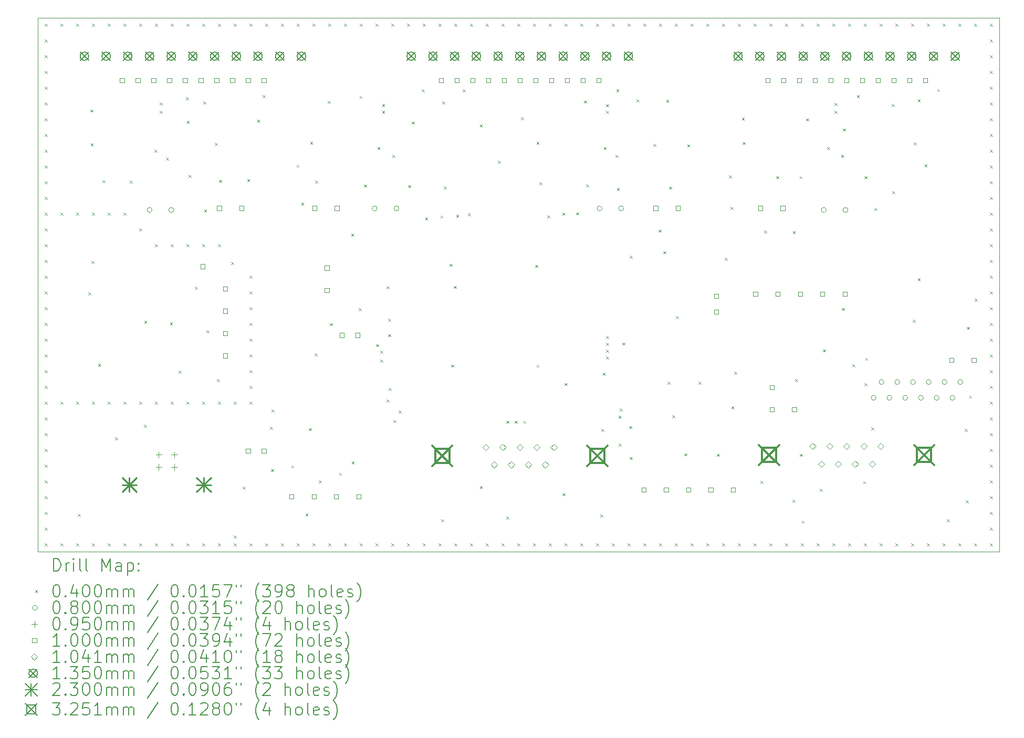
<source format=gbr>
%TF.GenerationSoftware,KiCad,Pcbnew,8.0.8*%
%TF.CreationDate,2025-02-08T12:51:19+01:00*%
%TF.ProjectId,Overlord,4f766572-6c6f-4726-942e-6b696361645f,rev?*%
%TF.SameCoordinates,Original*%
%TF.FileFunction,Drillmap*%
%TF.FilePolarity,Positive*%
%FSLAX45Y45*%
G04 Gerber Fmt 4.5, Leading zero omitted, Abs format (unit mm)*
G04 Created by KiCad (PCBNEW 8.0.8) date 2025-02-08 12:51:19*
%MOMM*%
%LPD*%
G01*
G04 APERTURE LIST*
%ADD10C,0.050000*%
%ADD11C,0.200000*%
%ADD12C,0.100000*%
%ADD13C,0.104140*%
%ADD14C,0.135000*%
%ADD15C,0.230000*%
%ADD16C,0.325120*%
G04 APERTURE END LIST*
D10*
X2540000Y-11150000D02*
X2540000Y-2540000D01*
X2540000Y-2540000D02*
X18050000Y-2540000D01*
X18050000Y-2540000D02*
X18050000Y-11150000D01*
X18050000Y-11150000D02*
X2540000Y-11150000D01*
D11*
D12*
X2656000Y-2638000D02*
X2696000Y-2678000D01*
X2696000Y-2638000D02*
X2656000Y-2678000D01*
X2656000Y-2892000D02*
X2696000Y-2932000D01*
X2696000Y-2892000D02*
X2656000Y-2932000D01*
X2656000Y-3146000D02*
X2696000Y-3186000D01*
X2696000Y-3146000D02*
X2656000Y-3186000D01*
X2656000Y-3400000D02*
X2696000Y-3440000D01*
X2696000Y-3400000D02*
X2656000Y-3440000D01*
X2656000Y-3654000D02*
X2696000Y-3694000D01*
X2696000Y-3654000D02*
X2656000Y-3694000D01*
X2656000Y-3908000D02*
X2696000Y-3948000D01*
X2696000Y-3908000D02*
X2656000Y-3948000D01*
X2656000Y-4162000D02*
X2696000Y-4202000D01*
X2696000Y-4162000D02*
X2656000Y-4202000D01*
X2656000Y-4416000D02*
X2696000Y-4456000D01*
X2696000Y-4416000D02*
X2656000Y-4456000D01*
X2656000Y-4670000D02*
X2696000Y-4710000D01*
X2696000Y-4670000D02*
X2656000Y-4710000D01*
X2656000Y-4924000D02*
X2696000Y-4964000D01*
X2696000Y-4924000D02*
X2656000Y-4964000D01*
X2656000Y-5178000D02*
X2696000Y-5218000D01*
X2696000Y-5178000D02*
X2656000Y-5218000D01*
X2656000Y-5432000D02*
X2696000Y-5472000D01*
X2696000Y-5432000D02*
X2656000Y-5472000D01*
X2656000Y-5686000D02*
X2696000Y-5726000D01*
X2696000Y-5686000D02*
X2656000Y-5726000D01*
X2656000Y-5940000D02*
X2696000Y-5980000D01*
X2696000Y-5940000D02*
X2656000Y-5980000D01*
X2656000Y-6194000D02*
X2696000Y-6234000D01*
X2696000Y-6194000D02*
X2656000Y-6234000D01*
X2656000Y-6448000D02*
X2696000Y-6488000D01*
X2696000Y-6448000D02*
X2656000Y-6488000D01*
X2656000Y-6702000D02*
X2696000Y-6742000D01*
X2696000Y-6702000D02*
X2656000Y-6742000D01*
X2656000Y-6956000D02*
X2696000Y-6996000D01*
X2696000Y-6956000D02*
X2656000Y-6996000D01*
X2656000Y-7210000D02*
X2696000Y-7250000D01*
X2696000Y-7210000D02*
X2656000Y-7250000D01*
X2656000Y-7464000D02*
X2696000Y-7504000D01*
X2696000Y-7464000D02*
X2656000Y-7504000D01*
X2656000Y-7718000D02*
X2696000Y-7758000D01*
X2696000Y-7718000D02*
X2656000Y-7758000D01*
X2656000Y-7972000D02*
X2696000Y-8012000D01*
X2696000Y-7972000D02*
X2656000Y-8012000D01*
X2656000Y-8226000D02*
X2696000Y-8266000D01*
X2696000Y-8226000D02*
X2656000Y-8266000D01*
X2656000Y-8480000D02*
X2696000Y-8520000D01*
X2696000Y-8480000D02*
X2656000Y-8520000D01*
X2656000Y-8734000D02*
X2696000Y-8774000D01*
X2696000Y-8734000D02*
X2656000Y-8774000D01*
X2656000Y-8988000D02*
X2696000Y-9028000D01*
X2696000Y-8988000D02*
X2656000Y-9028000D01*
X2656000Y-9242000D02*
X2696000Y-9282000D01*
X2696000Y-9242000D02*
X2656000Y-9282000D01*
X2656000Y-9496000D02*
X2696000Y-9536000D01*
X2696000Y-9496000D02*
X2656000Y-9536000D01*
X2656000Y-9750000D02*
X2696000Y-9790000D01*
X2696000Y-9750000D02*
X2656000Y-9790000D01*
X2656000Y-10004000D02*
X2696000Y-10044000D01*
X2696000Y-10004000D02*
X2656000Y-10044000D01*
X2656000Y-10258000D02*
X2696000Y-10298000D01*
X2696000Y-10258000D02*
X2656000Y-10298000D01*
X2656000Y-10512000D02*
X2696000Y-10552000D01*
X2696000Y-10512000D02*
X2656000Y-10552000D01*
X2656000Y-10766000D02*
X2696000Y-10806000D01*
X2696000Y-10766000D02*
X2656000Y-10806000D01*
X2656000Y-11020000D02*
X2696000Y-11060000D01*
X2696000Y-11020000D02*
X2656000Y-11060000D01*
X2910000Y-2638000D02*
X2950000Y-2678000D01*
X2950000Y-2638000D02*
X2910000Y-2678000D01*
X2910000Y-5686000D02*
X2950000Y-5726000D01*
X2950000Y-5686000D02*
X2910000Y-5726000D01*
X2910000Y-8734000D02*
X2950000Y-8774000D01*
X2950000Y-8734000D02*
X2910000Y-8774000D01*
X2910000Y-11020000D02*
X2950000Y-11060000D01*
X2950000Y-11020000D02*
X2910000Y-11060000D01*
X3164000Y-2638000D02*
X3204000Y-2678000D01*
X3204000Y-2638000D02*
X3164000Y-2678000D01*
X3164000Y-5686000D02*
X3204000Y-5726000D01*
X3204000Y-5686000D02*
X3164000Y-5726000D01*
X3164000Y-8734000D02*
X3204000Y-8774000D01*
X3204000Y-8734000D02*
X3164000Y-8774000D01*
X3164000Y-11020000D02*
X3204000Y-11060000D01*
X3204000Y-11020000D02*
X3164000Y-11060000D01*
X3190000Y-10545000D02*
X3230000Y-10585000D01*
X3230000Y-10545000D02*
X3190000Y-10585000D01*
X3355000Y-6970000D02*
X3395000Y-7010000D01*
X3395000Y-6970000D02*
X3355000Y-7010000D01*
X3390000Y-4020000D02*
X3430000Y-4060000D01*
X3430000Y-4020000D02*
X3390000Y-4060000D01*
X3395000Y-4565000D02*
X3435000Y-4605000D01*
X3435000Y-4565000D02*
X3395000Y-4605000D01*
X3410000Y-6465000D02*
X3450000Y-6505000D01*
X3450000Y-6465000D02*
X3410000Y-6505000D01*
X3418000Y-2638000D02*
X3458000Y-2678000D01*
X3458000Y-2638000D02*
X3418000Y-2678000D01*
X3418000Y-5686000D02*
X3458000Y-5726000D01*
X3458000Y-5686000D02*
X3418000Y-5726000D01*
X3418000Y-8734000D02*
X3458000Y-8774000D01*
X3458000Y-8734000D02*
X3418000Y-8774000D01*
X3418000Y-11020000D02*
X3458000Y-11060000D01*
X3458000Y-11020000D02*
X3418000Y-11060000D01*
X3515000Y-8125000D02*
X3555000Y-8165000D01*
X3555000Y-8125000D02*
X3515000Y-8165000D01*
X3585000Y-5160000D02*
X3625000Y-5200000D01*
X3625000Y-5160000D02*
X3585000Y-5200000D01*
X3672000Y-2638000D02*
X3712000Y-2678000D01*
X3712000Y-2638000D02*
X3672000Y-2678000D01*
X3672000Y-5686000D02*
X3712000Y-5726000D01*
X3712000Y-5686000D02*
X3672000Y-5726000D01*
X3672000Y-8734000D02*
X3712000Y-8774000D01*
X3712000Y-8734000D02*
X3672000Y-8774000D01*
X3672000Y-11020000D02*
X3712000Y-11060000D01*
X3712000Y-11020000D02*
X3672000Y-11060000D01*
X3790000Y-9305000D02*
X3830000Y-9345000D01*
X3830000Y-9305000D02*
X3790000Y-9345000D01*
X3926000Y-2638000D02*
X3966000Y-2678000D01*
X3966000Y-2638000D02*
X3926000Y-2678000D01*
X3926000Y-5686000D02*
X3966000Y-5726000D01*
X3966000Y-5686000D02*
X3926000Y-5726000D01*
X3926000Y-8734000D02*
X3966000Y-8774000D01*
X3966000Y-8734000D02*
X3926000Y-8774000D01*
X3926000Y-11020000D02*
X3966000Y-11060000D01*
X3966000Y-11020000D02*
X3926000Y-11060000D01*
X4025000Y-5165000D02*
X4065000Y-5205000D01*
X4065000Y-5165000D02*
X4025000Y-5205000D01*
X4180000Y-2638000D02*
X4220000Y-2678000D01*
X4220000Y-2638000D02*
X4180000Y-2678000D01*
X4180000Y-5940000D02*
X4220000Y-5980000D01*
X4220000Y-5940000D02*
X4180000Y-5980000D01*
X4180000Y-8734000D02*
X4220000Y-8774000D01*
X4220000Y-8734000D02*
X4180000Y-8774000D01*
X4180000Y-11020000D02*
X4220000Y-11060000D01*
X4220000Y-11020000D02*
X4180000Y-11060000D01*
X4255000Y-9105000D02*
X4295000Y-9145000D01*
X4295000Y-9105000D02*
X4255000Y-9145000D01*
X4260000Y-7430000D02*
X4300000Y-7470000D01*
X4300000Y-7430000D02*
X4260000Y-7470000D01*
X4425000Y-4670000D02*
X4465000Y-4710000D01*
X4465000Y-4670000D02*
X4425000Y-4710000D01*
X4434000Y-2638000D02*
X4474000Y-2678000D01*
X4474000Y-2638000D02*
X4434000Y-2678000D01*
X4434000Y-6194000D02*
X4474000Y-6234000D01*
X4474000Y-6194000D02*
X4434000Y-6234000D01*
X4434000Y-8734000D02*
X4474000Y-8774000D01*
X4474000Y-8734000D02*
X4434000Y-8774000D01*
X4434000Y-11020000D02*
X4474000Y-11060000D01*
X4474000Y-11020000D02*
X4434000Y-11060000D01*
X4510000Y-3905000D02*
X4550000Y-3945000D01*
X4550000Y-3905000D02*
X4510000Y-3945000D01*
X4510000Y-4040000D02*
X4550000Y-4080000D01*
X4550000Y-4040000D02*
X4510000Y-4080000D01*
X4610000Y-4795000D02*
X4650000Y-4835000D01*
X4650000Y-4795000D02*
X4610000Y-4835000D01*
X4675000Y-7455000D02*
X4715000Y-7495000D01*
X4715000Y-7455000D02*
X4675000Y-7495000D01*
X4688000Y-2638000D02*
X4728000Y-2678000D01*
X4728000Y-2638000D02*
X4688000Y-2678000D01*
X4688000Y-6194000D02*
X4728000Y-6234000D01*
X4728000Y-6194000D02*
X4688000Y-6234000D01*
X4688000Y-8734000D02*
X4728000Y-8774000D01*
X4728000Y-8734000D02*
X4688000Y-8774000D01*
X4688000Y-11020000D02*
X4728000Y-11060000D01*
X4728000Y-11020000D02*
X4688000Y-11060000D01*
X4815000Y-8235000D02*
X4855000Y-8275000D01*
X4855000Y-8235000D02*
X4815000Y-8275000D01*
X4935000Y-3820000D02*
X4975000Y-3860000D01*
X4975000Y-3820000D02*
X4935000Y-3860000D01*
X4942000Y-2638000D02*
X4982000Y-2678000D01*
X4982000Y-2638000D02*
X4942000Y-2678000D01*
X4942000Y-6194000D02*
X4982000Y-6234000D01*
X4982000Y-6194000D02*
X4942000Y-6234000D01*
X4942000Y-8734000D02*
X4982000Y-8774000D01*
X4982000Y-8734000D02*
X4942000Y-8774000D01*
X4942000Y-11020000D02*
X4982000Y-11060000D01*
X4982000Y-11020000D02*
X4942000Y-11060000D01*
X4945000Y-4200000D02*
X4985000Y-4240000D01*
X4985000Y-4200000D02*
X4945000Y-4240000D01*
X4975000Y-5075000D02*
X5015000Y-5115000D01*
X5015000Y-5075000D02*
X4975000Y-5115000D01*
X5075000Y-6880000D02*
X5115000Y-6920000D01*
X5115000Y-6880000D02*
X5075000Y-6920000D01*
X5196000Y-2638000D02*
X5236000Y-2678000D01*
X5236000Y-2638000D02*
X5196000Y-2678000D01*
X5196000Y-6194000D02*
X5236000Y-6234000D01*
X5236000Y-6194000D02*
X5196000Y-6234000D01*
X5196000Y-8734000D02*
X5236000Y-8774000D01*
X5236000Y-8734000D02*
X5196000Y-8774000D01*
X5196000Y-11020000D02*
X5236000Y-11060000D01*
X5236000Y-11020000D02*
X5196000Y-11060000D01*
X5210000Y-3890000D02*
X5250000Y-3930000D01*
X5250000Y-3890000D02*
X5210000Y-3930000D01*
X5225000Y-5635000D02*
X5265000Y-5675000D01*
X5265000Y-5635000D02*
X5225000Y-5675000D01*
X5260000Y-7580000D02*
X5300000Y-7620000D01*
X5300000Y-7580000D02*
X5260000Y-7620000D01*
X5400000Y-4560000D02*
X5440000Y-4600000D01*
X5440000Y-4560000D02*
X5400000Y-4600000D01*
X5435000Y-8365000D02*
X5475000Y-8405000D01*
X5475000Y-8365000D02*
X5435000Y-8405000D01*
X5450000Y-2638000D02*
X5490000Y-2678000D01*
X5490000Y-2638000D02*
X5450000Y-2678000D01*
X5450000Y-6194000D02*
X5490000Y-6234000D01*
X5490000Y-6194000D02*
X5450000Y-6234000D01*
X5450000Y-8734000D02*
X5490000Y-8774000D01*
X5490000Y-8734000D02*
X5450000Y-8774000D01*
X5450000Y-11020000D02*
X5490000Y-11060000D01*
X5490000Y-11020000D02*
X5450000Y-11060000D01*
X5465000Y-5155000D02*
X5505000Y-5195000D01*
X5505000Y-5155000D02*
X5465000Y-5195000D01*
X5660000Y-6480000D02*
X5700000Y-6520000D01*
X5700000Y-6480000D02*
X5660000Y-6520000D01*
X5704000Y-2638000D02*
X5744000Y-2678000D01*
X5744000Y-2638000D02*
X5704000Y-2678000D01*
X5704000Y-8734000D02*
X5744000Y-8774000D01*
X5744000Y-8734000D02*
X5704000Y-8774000D01*
X5704000Y-11020000D02*
X5744000Y-11060000D01*
X5744000Y-11020000D02*
X5704000Y-11060000D01*
X5705000Y-10890000D02*
X5745000Y-10930000D01*
X5745000Y-10890000D02*
X5705000Y-10930000D01*
X5850000Y-10105000D02*
X5890000Y-10145000D01*
X5890000Y-10105000D02*
X5850000Y-10145000D01*
X5920000Y-5140000D02*
X5960000Y-5180000D01*
X5960000Y-5140000D02*
X5920000Y-5180000D01*
X5958000Y-2638000D02*
X5998000Y-2678000D01*
X5998000Y-2638000D02*
X5958000Y-2678000D01*
X5958000Y-6702000D02*
X5998000Y-6742000D01*
X5998000Y-6702000D02*
X5958000Y-6742000D01*
X5958000Y-6956000D02*
X5998000Y-6996000D01*
X5998000Y-6956000D02*
X5958000Y-6996000D01*
X5958000Y-7210000D02*
X5998000Y-7250000D01*
X5998000Y-7210000D02*
X5958000Y-7250000D01*
X5958000Y-7464000D02*
X5998000Y-7504000D01*
X5998000Y-7464000D02*
X5958000Y-7504000D01*
X5958000Y-7718000D02*
X5998000Y-7758000D01*
X5998000Y-7718000D02*
X5958000Y-7758000D01*
X5958000Y-7972000D02*
X5998000Y-8012000D01*
X5998000Y-7972000D02*
X5958000Y-8012000D01*
X5958000Y-8226000D02*
X5998000Y-8266000D01*
X5998000Y-8226000D02*
X5958000Y-8266000D01*
X5958000Y-8480000D02*
X5998000Y-8520000D01*
X5998000Y-8480000D02*
X5958000Y-8520000D01*
X5958000Y-8734000D02*
X5998000Y-8774000D01*
X5998000Y-8734000D02*
X5958000Y-8774000D01*
X5958000Y-11020000D02*
X5998000Y-11060000D01*
X5998000Y-11020000D02*
X5958000Y-11060000D01*
X6080000Y-4185000D02*
X6120000Y-4225000D01*
X6120000Y-4185000D02*
X6080000Y-4225000D01*
X6170000Y-3785000D02*
X6210000Y-3825000D01*
X6210000Y-3785000D02*
X6170000Y-3825000D01*
X6212000Y-2638000D02*
X6252000Y-2678000D01*
X6252000Y-2638000D02*
X6212000Y-2678000D01*
X6212000Y-11020000D02*
X6252000Y-11060000D01*
X6252000Y-11020000D02*
X6212000Y-11060000D01*
X6290000Y-9140000D02*
X6330000Y-9180000D01*
X6330000Y-9140000D02*
X6290000Y-9180000D01*
X6305000Y-9820000D02*
X6345000Y-9860000D01*
X6345000Y-9820000D02*
X6305000Y-9860000D01*
X6315000Y-8860000D02*
X6355000Y-8900000D01*
X6355000Y-8860000D02*
X6315000Y-8900000D01*
X6466000Y-2638000D02*
X6506000Y-2678000D01*
X6506000Y-2638000D02*
X6466000Y-2678000D01*
X6466000Y-11020000D02*
X6506000Y-11060000D01*
X6506000Y-11020000D02*
X6466000Y-11060000D01*
X6630000Y-9760000D02*
X6670000Y-9800000D01*
X6670000Y-9760000D02*
X6630000Y-9800000D01*
X6715000Y-4910000D02*
X6755000Y-4950000D01*
X6755000Y-4910000D02*
X6715000Y-4950000D01*
X6720000Y-2638000D02*
X6760000Y-2678000D01*
X6760000Y-2638000D02*
X6720000Y-2678000D01*
X6720000Y-11020000D02*
X6760000Y-11060000D01*
X6760000Y-11020000D02*
X6720000Y-11060000D01*
X6790000Y-5520000D02*
X6830000Y-5560000D01*
X6830000Y-5520000D02*
X6790000Y-5560000D01*
X6860000Y-10535000D02*
X6900000Y-10575000D01*
X6900000Y-10535000D02*
X6860000Y-10575000D01*
X6915000Y-9160000D02*
X6955000Y-9200000D01*
X6955000Y-9160000D02*
X6915000Y-9200000D01*
X6935000Y-4540000D02*
X6975000Y-4580000D01*
X6975000Y-4540000D02*
X6935000Y-4580000D01*
X6974000Y-2638000D02*
X7014000Y-2678000D01*
X7014000Y-2638000D02*
X6974000Y-2678000D01*
X6974000Y-11020000D02*
X7014000Y-11060000D01*
X7014000Y-11020000D02*
X6974000Y-11060000D01*
X7005000Y-7955000D02*
X7045000Y-7995000D01*
X7045000Y-7955000D02*
X7005000Y-7995000D01*
X7015000Y-5165000D02*
X7055000Y-5205000D01*
X7055000Y-5165000D02*
X7015000Y-5205000D01*
X7075000Y-10000000D02*
X7115000Y-10040000D01*
X7115000Y-10000000D02*
X7075000Y-10040000D01*
X7220000Y-3880000D02*
X7260000Y-3920000D01*
X7260000Y-3880000D02*
X7220000Y-3920000D01*
X7228000Y-2638000D02*
X7268000Y-2678000D01*
X7268000Y-2638000D02*
X7228000Y-2678000D01*
X7228000Y-11020000D02*
X7268000Y-11060000D01*
X7268000Y-11020000D02*
X7228000Y-11060000D01*
X7250000Y-7465000D02*
X7290000Y-7505000D01*
X7290000Y-7465000D02*
X7250000Y-7505000D01*
X7400000Y-9880000D02*
X7440000Y-9920000D01*
X7440000Y-9880000D02*
X7400000Y-9920000D01*
X7482000Y-2638000D02*
X7522000Y-2678000D01*
X7522000Y-2638000D02*
X7482000Y-2678000D01*
X7482000Y-11020000D02*
X7522000Y-11060000D01*
X7522000Y-11020000D02*
X7482000Y-11060000D01*
X7595000Y-6025000D02*
X7635000Y-6065000D01*
X7635000Y-6025000D02*
X7595000Y-6065000D01*
X7605000Y-9695000D02*
X7645000Y-9735000D01*
X7645000Y-9695000D02*
X7605000Y-9735000D01*
X7720000Y-7225000D02*
X7760000Y-7265000D01*
X7760000Y-7225000D02*
X7720000Y-7265000D01*
X7730000Y-3800000D02*
X7770000Y-3840000D01*
X7770000Y-3800000D02*
X7730000Y-3840000D01*
X7736000Y-2638000D02*
X7776000Y-2678000D01*
X7776000Y-2638000D02*
X7736000Y-2678000D01*
X7736000Y-11020000D02*
X7776000Y-11060000D01*
X7776000Y-11020000D02*
X7736000Y-11060000D01*
X7800000Y-5230000D02*
X7840000Y-5270000D01*
X7840000Y-5230000D02*
X7800000Y-5270000D01*
X7990000Y-2638000D02*
X8030000Y-2678000D01*
X8030000Y-2638000D02*
X7990000Y-2678000D01*
X7990000Y-11020000D02*
X8030000Y-11060000D01*
X8030000Y-11020000D02*
X7990000Y-11060000D01*
X7997500Y-7805000D02*
X8037500Y-7845000D01*
X8037500Y-7805000D02*
X7997500Y-7845000D01*
X8018500Y-4623500D02*
X8058500Y-4663500D01*
X8058500Y-4623500D02*
X8018500Y-4663500D01*
X8065000Y-7913000D02*
X8105000Y-7953000D01*
X8105000Y-7913000D02*
X8065000Y-7953000D01*
X8065000Y-8055000D02*
X8105000Y-8095000D01*
X8105000Y-8055000D02*
X8065000Y-8095000D01*
X8095000Y-3930000D02*
X8135000Y-3970000D01*
X8135000Y-3930000D02*
X8095000Y-3970000D01*
X8095000Y-4040000D02*
X8135000Y-4080000D01*
X8135000Y-4040000D02*
X8095000Y-4080000D01*
X8165000Y-6870000D02*
X8205000Y-6910000D01*
X8205000Y-6870000D02*
X8165000Y-6910000D01*
X8170000Y-8700000D02*
X8210000Y-8740000D01*
X8210000Y-8700000D02*
X8170000Y-8740000D01*
X8190000Y-7395000D02*
X8230000Y-7435000D01*
X8230000Y-7395000D02*
X8190000Y-7435000D01*
X8190500Y-7644000D02*
X8230500Y-7684000D01*
X8230500Y-7644000D02*
X8190500Y-7684000D01*
X8200000Y-8510000D02*
X8240000Y-8550000D01*
X8240000Y-8510000D02*
X8200000Y-8550000D01*
X8244000Y-2638000D02*
X8284000Y-2678000D01*
X8284000Y-2638000D02*
X8244000Y-2678000D01*
X8244000Y-11020000D02*
X8284000Y-11060000D01*
X8284000Y-11020000D02*
X8244000Y-11060000D01*
X8260500Y-4750500D02*
X8300500Y-4790500D01*
X8300500Y-4750500D02*
X8260500Y-4790500D01*
X8275000Y-9025000D02*
X8315000Y-9065000D01*
X8315000Y-9025000D02*
X8275000Y-9065000D01*
X8362500Y-8877500D02*
X8402500Y-8917500D01*
X8402500Y-8877500D02*
X8362500Y-8917500D01*
X8498000Y-2638000D02*
X8538000Y-2678000D01*
X8538000Y-2638000D02*
X8498000Y-2678000D01*
X8498000Y-11020000D02*
X8538000Y-11060000D01*
X8538000Y-11020000D02*
X8498000Y-11060000D01*
X8515000Y-5240000D02*
X8555000Y-5280000D01*
X8555000Y-5240000D02*
X8515000Y-5280000D01*
X8575000Y-4215000D02*
X8615000Y-4255000D01*
X8615000Y-4215000D02*
X8575000Y-4255000D01*
X8735000Y-3695000D02*
X8775000Y-3735000D01*
X8775000Y-3695000D02*
X8735000Y-3735000D01*
X8752000Y-2638000D02*
X8792000Y-2678000D01*
X8792000Y-2638000D02*
X8752000Y-2678000D01*
X8752000Y-11020000D02*
X8792000Y-11060000D01*
X8792000Y-11020000D02*
X8752000Y-11060000D01*
X8790000Y-5760000D02*
X8830000Y-5800000D01*
X8830000Y-5760000D02*
X8790000Y-5800000D01*
X9006000Y-2638000D02*
X9046000Y-2678000D01*
X9046000Y-2638000D02*
X9006000Y-2678000D01*
X9006000Y-11020000D02*
X9046000Y-11060000D01*
X9046000Y-11020000D02*
X9006000Y-11060000D01*
X9035000Y-5730000D02*
X9075000Y-5770000D01*
X9075000Y-5730000D02*
X9035000Y-5770000D01*
X9045000Y-10630000D02*
X9085000Y-10670000D01*
X9085000Y-10630000D02*
X9045000Y-10670000D01*
X9065000Y-3890000D02*
X9105000Y-3930000D01*
X9105000Y-3890000D02*
X9065000Y-3930000D01*
X9090000Y-5260000D02*
X9130000Y-5300000D01*
X9130000Y-5260000D02*
X9090000Y-5300000D01*
X9185000Y-6510000D02*
X9225000Y-6550000D01*
X9225000Y-6510000D02*
X9185000Y-6550000D01*
X9210000Y-8135000D02*
X9250000Y-8175000D01*
X9250000Y-8135000D02*
X9210000Y-8175000D01*
X9250000Y-6865000D02*
X9290000Y-6905000D01*
X9290000Y-6865000D02*
X9250000Y-6905000D01*
X9260000Y-2638000D02*
X9300000Y-2678000D01*
X9300000Y-2638000D02*
X9260000Y-2678000D01*
X9260000Y-11020000D02*
X9300000Y-11060000D01*
X9300000Y-11020000D02*
X9260000Y-11060000D01*
X9288500Y-5720000D02*
X9328500Y-5760000D01*
X9328500Y-5720000D02*
X9288500Y-5760000D01*
X9395000Y-3695000D02*
X9435000Y-3735000D01*
X9435000Y-3695000D02*
X9395000Y-3735000D01*
X9480000Y-5690000D02*
X9520000Y-5730000D01*
X9520000Y-5690000D02*
X9480000Y-5730000D01*
X9514000Y-2638000D02*
X9554000Y-2678000D01*
X9554000Y-2638000D02*
X9514000Y-2678000D01*
X9514000Y-11020000D02*
X9554000Y-11060000D01*
X9554000Y-11020000D02*
X9514000Y-11060000D01*
X9670000Y-4260000D02*
X9710000Y-4300000D01*
X9710000Y-4260000D02*
X9670000Y-4300000D01*
X9670000Y-10095000D02*
X9710000Y-10135000D01*
X9710000Y-10095000D02*
X9670000Y-10135000D01*
X9768000Y-2638000D02*
X9808000Y-2678000D01*
X9808000Y-2638000D02*
X9768000Y-2678000D01*
X9768000Y-11020000D02*
X9808000Y-11060000D01*
X9808000Y-11020000D02*
X9768000Y-11060000D01*
X9960000Y-4845000D02*
X10000000Y-4885000D01*
X10000000Y-4845000D02*
X9960000Y-4885000D01*
X10022000Y-2638000D02*
X10062000Y-2678000D01*
X10062000Y-2638000D02*
X10022000Y-2678000D01*
X10022000Y-11020000D02*
X10062000Y-11060000D01*
X10062000Y-11020000D02*
X10022000Y-11060000D01*
X10095000Y-10585000D02*
X10135000Y-10625000D01*
X10135000Y-10585000D02*
X10095000Y-10625000D01*
X10097500Y-9040000D02*
X10137500Y-9080000D01*
X10137500Y-9040000D02*
X10097500Y-9080000D01*
X10235000Y-9040000D02*
X10275000Y-9080000D01*
X10275000Y-9040000D02*
X10235000Y-9080000D01*
X10276000Y-2638000D02*
X10316000Y-2678000D01*
X10316000Y-2638000D02*
X10276000Y-2678000D01*
X10276000Y-11020000D02*
X10316000Y-11060000D01*
X10316000Y-11020000D02*
X10276000Y-11060000D01*
X10335000Y-4145000D02*
X10375000Y-4185000D01*
X10375000Y-4145000D02*
X10335000Y-4185000D01*
X10372500Y-9040000D02*
X10412500Y-9080000D01*
X10412500Y-9040000D02*
X10372500Y-9080000D01*
X10530000Y-2638000D02*
X10570000Y-2678000D01*
X10570000Y-2638000D02*
X10530000Y-2678000D01*
X10530000Y-11020000D02*
X10570000Y-11060000D01*
X10570000Y-11020000D02*
X10530000Y-11060000D01*
X10565000Y-6525000D02*
X10605000Y-6565000D01*
X10605000Y-6525000D02*
X10565000Y-6565000D01*
X10585000Y-4540000D02*
X10625000Y-4580000D01*
X10625000Y-4540000D02*
X10585000Y-4580000D01*
X10585000Y-8135000D02*
X10625000Y-8175000D01*
X10625000Y-8135000D02*
X10585000Y-8175000D01*
X10630000Y-5195000D02*
X10670000Y-5235000D01*
X10670000Y-5195000D02*
X10630000Y-5235000D01*
X10755000Y-5725000D02*
X10795000Y-5765000D01*
X10795000Y-5725000D02*
X10755000Y-5765000D01*
X10784000Y-2638000D02*
X10824000Y-2678000D01*
X10824000Y-2638000D02*
X10784000Y-2678000D01*
X10784000Y-11020000D02*
X10824000Y-11060000D01*
X10824000Y-11020000D02*
X10784000Y-11060000D01*
X11000000Y-5685000D02*
X11040000Y-5725000D01*
X11040000Y-5685000D02*
X11000000Y-5725000D01*
X11005000Y-10210000D02*
X11045000Y-10250000D01*
X11045000Y-10210000D02*
X11005000Y-10250000D01*
X11035000Y-8430000D02*
X11075000Y-8470000D01*
X11075000Y-8430000D02*
X11035000Y-8470000D01*
X11038000Y-2638000D02*
X11078000Y-2678000D01*
X11078000Y-2638000D02*
X11038000Y-2678000D01*
X11038000Y-11020000D02*
X11078000Y-11060000D01*
X11078000Y-11020000D02*
X11038000Y-11060000D01*
X11225000Y-5680000D02*
X11265000Y-5720000D01*
X11265000Y-5680000D02*
X11225000Y-5720000D01*
X11292000Y-2638000D02*
X11332000Y-2678000D01*
X11332000Y-2638000D02*
X11292000Y-2678000D01*
X11292000Y-11020000D02*
X11332000Y-11060000D01*
X11332000Y-11020000D02*
X11292000Y-11060000D01*
X11350000Y-3875000D02*
X11390000Y-3915000D01*
X11390000Y-3875000D02*
X11350000Y-3915000D01*
X11385000Y-5225000D02*
X11425000Y-5265000D01*
X11425000Y-5225000D02*
X11385000Y-5265000D01*
X11546000Y-2638000D02*
X11586000Y-2678000D01*
X11586000Y-2638000D02*
X11546000Y-2678000D01*
X11546000Y-11020000D02*
X11586000Y-11060000D01*
X11586000Y-11020000D02*
X11546000Y-11060000D01*
X11615000Y-10555000D02*
X11655000Y-10595000D01*
X11655000Y-10555000D02*
X11615000Y-10595000D01*
X11630000Y-9175000D02*
X11670000Y-9215000D01*
X11670000Y-9175000D02*
X11630000Y-9215000D01*
X11651000Y-8266000D02*
X11691000Y-8306000D01*
X11691000Y-8266000D02*
X11651000Y-8306000D01*
X11668500Y-4623500D02*
X11708500Y-4663500D01*
X11708500Y-4623500D02*
X11668500Y-4663500D01*
X11705000Y-3935000D02*
X11745000Y-3975000D01*
X11745000Y-3935000D02*
X11705000Y-3975000D01*
X11705000Y-4040000D02*
X11745000Y-4080000D01*
X11745000Y-4040000D02*
X11705000Y-4080000D01*
X11705000Y-7674334D02*
X11745000Y-7714334D01*
X11745000Y-7674334D02*
X11705000Y-7714334D01*
X11705000Y-7784667D02*
X11745000Y-7824667D01*
X11745000Y-7784667D02*
X11705000Y-7824667D01*
X11705000Y-7895000D02*
X11745000Y-7935000D01*
X11745000Y-7895000D02*
X11705000Y-7935000D01*
X11705000Y-8005333D02*
X11745000Y-8045333D01*
X11745000Y-8005333D02*
X11705000Y-8045333D01*
X11800000Y-2638000D02*
X11840000Y-2678000D01*
X11840000Y-2638000D02*
X11800000Y-2678000D01*
X11800000Y-11020000D02*
X11840000Y-11060000D01*
X11840000Y-11020000D02*
X11800000Y-11060000D01*
X11860500Y-4750500D02*
X11900500Y-4790500D01*
X11900500Y-4750500D02*
X11860500Y-4790500D01*
X11870000Y-3695000D02*
X11910000Y-3735000D01*
X11910000Y-3695000D02*
X11870000Y-3735000D01*
X11880000Y-5285000D02*
X11920000Y-5325000D01*
X11920000Y-5285000D02*
X11880000Y-5325000D01*
X11905000Y-8959509D02*
X11945000Y-8999509D01*
X11945000Y-8959509D02*
X11905000Y-8999509D01*
X11910000Y-9410000D02*
X11950000Y-9450000D01*
X11950000Y-9410000D02*
X11910000Y-9450000D01*
X11925000Y-8840000D02*
X11965000Y-8880000D01*
X11965000Y-8840000D02*
X11925000Y-8880000D01*
X11970000Y-7780000D02*
X12010000Y-7820000D01*
X12010000Y-7780000D02*
X11970000Y-7820000D01*
X12054000Y-2638000D02*
X12094000Y-2678000D01*
X12094000Y-2638000D02*
X12054000Y-2678000D01*
X12054000Y-11020000D02*
X12094000Y-11060000D01*
X12094000Y-11020000D02*
X12054000Y-11060000D01*
X12080000Y-9125000D02*
X12120000Y-9165000D01*
X12120000Y-9125000D02*
X12080000Y-9165000D01*
X12085000Y-6380000D02*
X12125000Y-6420000D01*
X12125000Y-6380000D02*
X12085000Y-6420000D01*
X12090000Y-9625000D02*
X12130000Y-9665000D01*
X12130000Y-9625000D02*
X12090000Y-9665000D01*
X12195000Y-3855000D02*
X12235000Y-3895000D01*
X12235000Y-3855000D02*
X12195000Y-3895000D01*
X12308000Y-2638000D02*
X12348000Y-2678000D01*
X12348000Y-2638000D02*
X12308000Y-2678000D01*
X12308000Y-11020000D02*
X12348000Y-11060000D01*
X12348000Y-11020000D02*
X12308000Y-11060000D01*
X12465000Y-4575000D02*
X12505000Y-4615000D01*
X12505000Y-4575000D02*
X12465000Y-4615000D01*
X12550000Y-5960000D02*
X12590000Y-6000000D01*
X12590000Y-5960000D02*
X12550000Y-6000000D01*
X12562000Y-2638000D02*
X12602000Y-2678000D01*
X12602000Y-2638000D02*
X12562000Y-2678000D01*
X12562000Y-11020000D02*
X12602000Y-11060000D01*
X12602000Y-11020000D02*
X12562000Y-11060000D01*
X12630000Y-6305000D02*
X12670000Y-6345000D01*
X12670000Y-6305000D02*
X12630000Y-6345000D01*
X12675000Y-3865000D02*
X12715000Y-3905000D01*
X12715000Y-3865000D02*
X12675000Y-3905000D01*
X12695000Y-8410000D02*
X12735000Y-8450000D01*
X12735000Y-8410000D02*
X12695000Y-8450000D01*
X12720000Y-5265000D02*
X12760000Y-5305000D01*
X12760000Y-5265000D02*
X12720000Y-5305000D01*
X12775000Y-8950000D02*
X12815000Y-8990000D01*
X12815000Y-8950000D02*
X12775000Y-8990000D01*
X12816000Y-2638000D02*
X12856000Y-2678000D01*
X12856000Y-2638000D02*
X12816000Y-2678000D01*
X12816000Y-11020000D02*
X12856000Y-11060000D01*
X12856000Y-11020000D02*
X12816000Y-11060000D01*
X12835000Y-7350000D02*
X12875000Y-7390000D01*
X12875000Y-7350000D02*
X12835000Y-7390000D01*
X12970000Y-9565000D02*
X13010000Y-9605000D01*
X13010000Y-9565000D02*
X12970000Y-9605000D01*
X13015000Y-4580000D02*
X13055000Y-4620000D01*
X13055000Y-4580000D02*
X13015000Y-4620000D01*
X13070000Y-2638000D02*
X13110000Y-2678000D01*
X13110000Y-2638000D02*
X13070000Y-2678000D01*
X13070000Y-11020000D02*
X13110000Y-11060000D01*
X13110000Y-11020000D02*
X13070000Y-11060000D01*
X13195000Y-8410000D02*
X13235000Y-8450000D01*
X13235000Y-8410000D02*
X13195000Y-8450000D01*
X13324000Y-2638000D02*
X13364000Y-2678000D01*
X13364000Y-2638000D02*
X13324000Y-2678000D01*
X13324000Y-11020000D02*
X13364000Y-11060000D01*
X13364000Y-11020000D02*
X13324000Y-11060000D01*
X13495000Y-9575000D02*
X13535000Y-9615000D01*
X13535000Y-9575000D02*
X13495000Y-9615000D01*
X13578000Y-2638000D02*
X13618000Y-2678000D01*
X13618000Y-2638000D02*
X13578000Y-2678000D01*
X13578000Y-11020000D02*
X13618000Y-11060000D01*
X13618000Y-11020000D02*
X13578000Y-11060000D01*
X13620000Y-6410000D02*
X13660000Y-6450000D01*
X13660000Y-6410000D02*
X13620000Y-6450000D01*
X13690000Y-5080000D02*
X13730000Y-5120000D01*
X13730000Y-5080000D02*
X13690000Y-5120000D01*
X13710000Y-5590000D02*
X13750000Y-5630000D01*
X13750000Y-5590000D02*
X13710000Y-5630000D01*
X13725000Y-8805000D02*
X13765000Y-8845000D01*
X13765000Y-8805000D02*
X13725000Y-8845000D01*
X13770000Y-8250000D02*
X13810000Y-8290000D01*
X13810000Y-8250000D02*
X13770000Y-8290000D01*
X13832000Y-2638000D02*
X13872000Y-2678000D01*
X13872000Y-2638000D02*
X13832000Y-2678000D01*
X13832000Y-11020000D02*
X13872000Y-11060000D01*
X13872000Y-11020000D02*
X13832000Y-11060000D01*
X13895000Y-4150000D02*
X13935000Y-4190000D01*
X13935000Y-4150000D02*
X13895000Y-4190000D01*
X13905000Y-4545000D02*
X13945000Y-4585000D01*
X13945000Y-4545000D02*
X13905000Y-4585000D01*
X14086000Y-2638000D02*
X14126000Y-2678000D01*
X14126000Y-2638000D02*
X14086000Y-2678000D01*
X14086000Y-11020000D02*
X14126000Y-11060000D01*
X14126000Y-11020000D02*
X14086000Y-11060000D01*
X14195000Y-10010000D02*
X14235000Y-10050000D01*
X14235000Y-10010000D02*
X14195000Y-10050000D01*
X14255000Y-5970000D02*
X14295000Y-6010000D01*
X14295000Y-5970000D02*
X14255000Y-6010000D01*
X14340000Y-2638000D02*
X14380000Y-2678000D01*
X14380000Y-2638000D02*
X14340000Y-2678000D01*
X14340000Y-11020000D02*
X14380000Y-11060000D01*
X14380000Y-11020000D02*
X14340000Y-11060000D01*
X14450000Y-5095000D02*
X14490000Y-5135000D01*
X14490000Y-5095000D02*
X14450000Y-5135000D01*
X14594000Y-2638000D02*
X14634000Y-2678000D01*
X14634000Y-2638000D02*
X14594000Y-2678000D01*
X14594000Y-11020000D02*
X14634000Y-11060000D01*
X14634000Y-11020000D02*
X14594000Y-11060000D01*
X14710000Y-10315000D02*
X14750000Y-10355000D01*
X14750000Y-10315000D02*
X14710000Y-10355000D01*
X14715000Y-5980000D02*
X14755000Y-6020000D01*
X14755000Y-5980000D02*
X14715000Y-6020000D01*
X14755000Y-8370000D02*
X14795000Y-8410000D01*
X14795000Y-8370000D02*
X14755000Y-8410000D01*
X14825000Y-5095000D02*
X14865000Y-5135000D01*
X14865000Y-5095000D02*
X14825000Y-5135000D01*
X14830000Y-9575000D02*
X14870000Y-9615000D01*
X14870000Y-9575000D02*
X14830000Y-9615000D01*
X14848000Y-2638000D02*
X14888000Y-2678000D01*
X14888000Y-2638000D02*
X14848000Y-2678000D01*
X14848000Y-11020000D02*
X14888000Y-11060000D01*
X14888000Y-11020000D02*
X14848000Y-11060000D01*
X14860000Y-10650000D02*
X14900000Y-10690000D01*
X14900000Y-10650000D02*
X14860000Y-10690000D01*
X14930000Y-4165000D02*
X14970000Y-4205000D01*
X14970000Y-4165000D02*
X14930000Y-4205000D01*
X15102000Y-2638000D02*
X15142000Y-2678000D01*
X15142000Y-2638000D02*
X15102000Y-2678000D01*
X15102000Y-11020000D02*
X15142000Y-11060000D01*
X15142000Y-11020000D02*
X15102000Y-11060000D01*
X15150000Y-10140000D02*
X15190000Y-10180000D01*
X15190000Y-10140000D02*
X15150000Y-10180000D01*
X15205000Y-7890000D02*
X15245000Y-7930000D01*
X15245000Y-7890000D02*
X15205000Y-7930000D01*
X15273500Y-4623500D02*
X15313500Y-4663500D01*
X15313500Y-4623500D02*
X15273500Y-4663500D01*
X15356000Y-2638000D02*
X15396000Y-2678000D01*
X15396000Y-2638000D02*
X15356000Y-2678000D01*
X15356000Y-11020000D02*
X15396000Y-11060000D01*
X15396000Y-11020000D02*
X15356000Y-11060000D01*
X15390000Y-3915000D02*
X15430000Y-3955000D01*
X15430000Y-3915000D02*
X15390000Y-3955000D01*
X15390000Y-4040000D02*
X15430000Y-4080000D01*
X15430000Y-4040000D02*
X15390000Y-4080000D01*
X15495500Y-4750500D02*
X15535500Y-4790500D01*
X15535500Y-4750500D02*
X15495500Y-4790500D01*
X15510000Y-7220000D02*
X15550000Y-7260000D01*
X15550000Y-7220000D02*
X15510000Y-7260000D01*
X15525000Y-4325000D02*
X15565000Y-4365000D01*
X15565000Y-4325000D02*
X15525000Y-4365000D01*
X15610000Y-2638000D02*
X15650000Y-2678000D01*
X15650000Y-2638000D02*
X15610000Y-2678000D01*
X15610000Y-11020000D02*
X15650000Y-11060000D01*
X15650000Y-11020000D02*
X15610000Y-11060000D01*
X15675000Y-8130000D02*
X15715000Y-8170000D01*
X15715000Y-8130000D02*
X15675000Y-8170000D01*
X15750000Y-3785000D02*
X15790000Y-3825000D01*
X15790000Y-3785000D02*
X15750000Y-3825000D01*
X15850000Y-10015000D02*
X15890000Y-10055000D01*
X15890000Y-10015000D02*
X15850000Y-10055000D01*
X15864000Y-2638000D02*
X15904000Y-2678000D01*
X15904000Y-2638000D02*
X15864000Y-2678000D01*
X15864000Y-11020000D02*
X15904000Y-11060000D01*
X15904000Y-11020000D02*
X15864000Y-11060000D01*
X15870000Y-5095000D02*
X15910000Y-5135000D01*
X15910000Y-5095000D02*
X15870000Y-5135000D01*
X15870000Y-8435000D02*
X15910000Y-8475000D01*
X15910000Y-8435000D02*
X15870000Y-8475000D01*
X15885000Y-8025000D02*
X15925000Y-8065000D01*
X15925000Y-8025000D02*
X15885000Y-8065000D01*
X15980000Y-9145000D02*
X16020000Y-9185000D01*
X16020000Y-9145000D02*
X15980000Y-9185000D01*
X16030000Y-5610000D02*
X16070000Y-5650000D01*
X16070000Y-5610000D02*
X16030000Y-5650000D01*
X16118000Y-2638000D02*
X16158000Y-2678000D01*
X16158000Y-2638000D02*
X16118000Y-2678000D01*
X16118000Y-11020000D02*
X16158000Y-11060000D01*
X16158000Y-11020000D02*
X16118000Y-11060000D01*
X16310000Y-3930000D02*
X16350000Y-3970000D01*
X16350000Y-3930000D02*
X16310000Y-3970000D01*
X16320000Y-5335000D02*
X16360000Y-5375000D01*
X16360000Y-5335000D02*
X16320000Y-5375000D01*
X16372000Y-2638000D02*
X16412000Y-2678000D01*
X16412000Y-2638000D02*
X16372000Y-2678000D01*
X16372000Y-11020000D02*
X16412000Y-11060000D01*
X16412000Y-11020000D02*
X16372000Y-11060000D01*
X16626000Y-2638000D02*
X16666000Y-2678000D01*
X16666000Y-2638000D02*
X16626000Y-2678000D01*
X16626000Y-11020000D02*
X16666000Y-11060000D01*
X16666000Y-11020000D02*
X16626000Y-11060000D01*
X16650000Y-7410000D02*
X16690000Y-7450000D01*
X16690000Y-7410000D02*
X16650000Y-7450000D01*
X16665000Y-4550000D02*
X16705000Y-4590000D01*
X16705000Y-4550000D02*
X16665000Y-4590000D01*
X16730000Y-3855000D02*
X16770000Y-3895000D01*
X16770000Y-3855000D02*
X16730000Y-3895000D01*
X16730000Y-6745000D02*
X16770000Y-6785000D01*
X16770000Y-6745000D02*
X16730000Y-6785000D01*
X16840000Y-4905000D02*
X16880000Y-4945000D01*
X16880000Y-4905000D02*
X16840000Y-4945000D01*
X16880000Y-2638000D02*
X16920000Y-2678000D01*
X16920000Y-2638000D02*
X16880000Y-2678000D01*
X16880000Y-11020000D02*
X16920000Y-11060000D01*
X16920000Y-11020000D02*
X16880000Y-11060000D01*
X17045000Y-3690000D02*
X17085000Y-3730000D01*
X17085000Y-3690000D02*
X17045000Y-3730000D01*
X17134000Y-2638000D02*
X17174000Y-2678000D01*
X17174000Y-2638000D02*
X17134000Y-2678000D01*
X17134000Y-11020000D02*
X17174000Y-11060000D01*
X17174000Y-11020000D02*
X17134000Y-11060000D01*
X17200000Y-10630000D02*
X17240000Y-10670000D01*
X17240000Y-10630000D02*
X17200000Y-10670000D01*
X17388000Y-2638000D02*
X17428000Y-2678000D01*
X17428000Y-2638000D02*
X17388000Y-2678000D01*
X17388000Y-11020000D02*
X17428000Y-11060000D01*
X17428000Y-11020000D02*
X17388000Y-11060000D01*
X17490000Y-9170000D02*
X17530000Y-9210000D01*
X17530000Y-9170000D02*
X17490000Y-9210000D01*
X17505000Y-10325000D02*
X17545000Y-10365000D01*
X17545000Y-10325000D02*
X17505000Y-10365000D01*
X17520000Y-7525000D02*
X17560000Y-7565000D01*
X17560000Y-7525000D02*
X17520000Y-7565000D01*
X17560000Y-8635000D02*
X17600000Y-8675000D01*
X17600000Y-8635000D02*
X17560000Y-8675000D01*
X17642000Y-2638000D02*
X17682000Y-2678000D01*
X17682000Y-2638000D02*
X17642000Y-2678000D01*
X17642000Y-11020000D02*
X17682000Y-11060000D01*
X17682000Y-11020000D02*
X17642000Y-11060000D01*
X17650000Y-7075000D02*
X17690000Y-7115000D01*
X17690000Y-7075000D02*
X17650000Y-7115000D01*
X17896000Y-2638000D02*
X17936000Y-2678000D01*
X17936000Y-2638000D02*
X17896000Y-2678000D01*
X17896000Y-2892000D02*
X17936000Y-2932000D01*
X17936000Y-2892000D02*
X17896000Y-2932000D01*
X17896000Y-3146000D02*
X17936000Y-3186000D01*
X17936000Y-3146000D02*
X17896000Y-3186000D01*
X17896000Y-3400000D02*
X17936000Y-3440000D01*
X17936000Y-3400000D02*
X17896000Y-3440000D01*
X17896000Y-3654000D02*
X17936000Y-3694000D01*
X17936000Y-3654000D02*
X17896000Y-3694000D01*
X17896000Y-3908000D02*
X17936000Y-3948000D01*
X17936000Y-3908000D02*
X17896000Y-3948000D01*
X17896000Y-4162000D02*
X17936000Y-4202000D01*
X17936000Y-4162000D02*
X17896000Y-4202000D01*
X17896000Y-4416000D02*
X17936000Y-4456000D01*
X17936000Y-4416000D02*
X17896000Y-4456000D01*
X17896000Y-4670000D02*
X17936000Y-4710000D01*
X17936000Y-4670000D02*
X17896000Y-4710000D01*
X17896000Y-4924000D02*
X17936000Y-4964000D01*
X17936000Y-4924000D02*
X17896000Y-4964000D01*
X17896000Y-5178000D02*
X17936000Y-5218000D01*
X17936000Y-5178000D02*
X17896000Y-5218000D01*
X17896000Y-5432000D02*
X17936000Y-5472000D01*
X17936000Y-5432000D02*
X17896000Y-5472000D01*
X17896000Y-5686000D02*
X17936000Y-5726000D01*
X17936000Y-5686000D02*
X17896000Y-5726000D01*
X17896000Y-5940000D02*
X17936000Y-5980000D01*
X17936000Y-5940000D02*
X17896000Y-5980000D01*
X17896000Y-6194000D02*
X17936000Y-6234000D01*
X17936000Y-6194000D02*
X17896000Y-6234000D01*
X17896000Y-6448000D02*
X17936000Y-6488000D01*
X17936000Y-6448000D02*
X17896000Y-6488000D01*
X17896000Y-6702000D02*
X17936000Y-6742000D01*
X17936000Y-6702000D02*
X17896000Y-6742000D01*
X17896000Y-6956000D02*
X17936000Y-6996000D01*
X17936000Y-6956000D02*
X17896000Y-6996000D01*
X17896000Y-7210000D02*
X17936000Y-7250000D01*
X17936000Y-7210000D02*
X17896000Y-7250000D01*
X17896000Y-7464000D02*
X17936000Y-7504000D01*
X17936000Y-7464000D02*
X17896000Y-7504000D01*
X17896000Y-7718000D02*
X17936000Y-7758000D01*
X17936000Y-7718000D02*
X17896000Y-7758000D01*
X17896000Y-7972000D02*
X17936000Y-8012000D01*
X17936000Y-7972000D02*
X17896000Y-8012000D01*
X17896000Y-8226000D02*
X17936000Y-8266000D01*
X17936000Y-8226000D02*
X17896000Y-8266000D01*
X17896000Y-8480000D02*
X17936000Y-8520000D01*
X17936000Y-8480000D02*
X17896000Y-8520000D01*
X17896000Y-8734000D02*
X17936000Y-8774000D01*
X17936000Y-8734000D02*
X17896000Y-8774000D01*
X17896000Y-8988000D02*
X17936000Y-9028000D01*
X17936000Y-8988000D02*
X17896000Y-9028000D01*
X17896000Y-9242000D02*
X17936000Y-9282000D01*
X17936000Y-9242000D02*
X17896000Y-9282000D01*
X17896000Y-9496000D02*
X17936000Y-9536000D01*
X17936000Y-9496000D02*
X17896000Y-9536000D01*
X17896000Y-9750000D02*
X17936000Y-9790000D01*
X17936000Y-9750000D02*
X17896000Y-9790000D01*
X17896000Y-10004000D02*
X17936000Y-10044000D01*
X17936000Y-10004000D02*
X17896000Y-10044000D01*
X17896000Y-10258000D02*
X17936000Y-10298000D01*
X17936000Y-10258000D02*
X17896000Y-10298000D01*
X17896000Y-10512000D02*
X17936000Y-10552000D01*
X17936000Y-10512000D02*
X17896000Y-10552000D01*
X17896000Y-10766000D02*
X17936000Y-10806000D01*
X17936000Y-10766000D02*
X17896000Y-10806000D01*
X17896000Y-11020000D02*
X17936000Y-11060000D01*
X17936000Y-11020000D02*
X17896000Y-11060000D01*
X4385000Y-5640000D02*
G75*
G02*
X4305000Y-5640000I-40000J0D01*
G01*
X4305000Y-5640000D02*
G75*
G02*
X4385000Y-5640000I40000J0D01*
G01*
X4735000Y-5640000D02*
G75*
G02*
X4655000Y-5640000I-40000J0D01*
G01*
X4655000Y-5640000D02*
G75*
G02*
X4735000Y-5640000I40000J0D01*
G01*
X8015000Y-5615000D02*
G75*
G02*
X7935000Y-5615000I-40000J0D01*
G01*
X7935000Y-5615000D02*
G75*
G02*
X8015000Y-5615000I40000J0D01*
G01*
X8365000Y-5615000D02*
G75*
G02*
X8285000Y-5615000I-40000J0D01*
G01*
X8285000Y-5615000D02*
G75*
G02*
X8365000Y-5615000I40000J0D01*
G01*
X11639735Y-5615000D02*
G75*
G02*
X11559735Y-5615000I-40000J0D01*
G01*
X11559735Y-5615000D02*
G75*
G02*
X11639735Y-5615000I40000J0D01*
G01*
X11989735Y-5615000D02*
G75*
G02*
X11909735Y-5615000I-40000J0D01*
G01*
X11909735Y-5615000D02*
G75*
G02*
X11989735Y-5615000I40000J0D01*
G01*
X15255000Y-5640000D02*
G75*
G02*
X15175000Y-5640000I-40000J0D01*
G01*
X15175000Y-5640000D02*
G75*
G02*
X15255000Y-5640000I40000J0D01*
G01*
X15605000Y-5640000D02*
G75*
G02*
X15525000Y-5640000I-40000J0D01*
G01*
X15525000Y-5640000D02*
G75*
G02*
X15605000Y-5640000I40000J0D01*
G01*
X16060000Y-8670000D02*
G75*
G02*
X15980000Y-8670000I-40000J0D01*
G01*
X15980000Y-8670000D02*
G75*
G02*
X16060000Y-8670000I40000J0D01*
G01*
X16187000Y-8416000D02*
G75*
G02*
X16107000Y-8416000I-40000J0D01*
G01*
X16107000Y-8416000D02*
G75*
G02*
X16187000Y-8416000I40000J0D01*
G01*
X16314000Y-8670000D02*
G75*
G02*
X16234000Y-8670000I-40000J0D01*
G01*
X16234000Y-8670000D02*
G75*
G02*
X16314000Y-8670000I40000J0D01*
G01*
X16441000Y-8416000D02*
G75*
G02*
X16361000Y-8416000I-40000J0D01*
G01*
X16361000Y-8416000D02*
G75*
G02*
X16441000Y-8416000I40000J0D01*
G01*
X16568000Y-8670000D02*
G75*
G02*
X16488000Y-8670000I-40000J0D01*
G01*
X16488000Y-8670000D02*
G75*
G02*
X16568000Y-8670000I40000J0D01*
G01*
X16695000Y-8416000D02*
G75*
G02*
X16615000Y-8416000I-40000J0D01*
G01*
X16615000Y-8416000D02*
G75*
G02*
X16695000Y-8416000I40000J0D01*
G01*
X16822000Y-8670000D02*
G75*
G02*
X16742000Y-8670000I-40000J0D01*
G01*
X16742000Y-8670000D02*
G75*
G02*
X16822000Y-8670000I40000J0D01*
G01*
X16949000Y-8416000D02*
G75*
G02*
X16869000Y-8416000I-40000J0D01*
G01*
X16869000Y-8416000D02*
G75*
G02*
X16949000Y-8416000I40000J0D01*
G01*
X17076000Y-8670000D02*
G75*
G02*
X16996000Y-8670000I-40000J0D01*
G01*
X16996000Y-8670000D02*
G75*
G02*
X17076000Y-8670000I40000J0D01*
G01*
X17203000Y-8416000D02*
G75*
G02*
X17123000Y-8416000I-40000J0D01*
G01*
X17123000Y-8416000D02*
G75*
G02*
X17203000Y-8416000I40000J0D01*
G01*
X17330000Y-8670000D02*
G75*
G02*
X17250000Y-8670000I-40000J0D01*
G01*
X17250000Y-8670000D02*
G75*
G02*
X17330000Y-8670000I40000J0D01*
G01*
X17457000Y-8416000D02*
G75*
G02*
X17377000Y-8416000I-40000J0D01*
G01*
X17377000Y-8416000D02*
G75*
G02*
X17457000Y-8416000I40000J0D01*
G01*
X4495000Y-9541500D02*
X4495000Y-9636500D01*
X4447500Y-9589000D02*
X4542500Y-9589000D01*
X4495000Y-9741500D02*
X4495000Y-9836500D01*
X4447500Y-9789000D02*
X4542500Y-9789000D01*
X4745000Y-9541500D02*
X4745000Y-9636500D01*
X4697500Y-9589000D02*
X4792500Y-9589000D01*
X4745000Y-9741500D02*
X4745000Y-9836500D01*
X4697500Y-9789000D02*
X4792500Y-9789000D01*
X3936856Y-3585356D02*
X3936856Y-3514644D01*
X3866144Y-3514644D01*
X3866144Y-3585356D01*
X3936856Y-3585356D01*
X4190856Y-3585356D02*
X4190856Y-3514644D01*
X4120144Y-3514644D01*
X4120144Y-3585356D01*
X4190856Y-3585356D01*
X4444856Y-3585356D02*
X4444856Y-3514644D01*
X4374144Y-3514644D01*
X4374144Y-3585356D01*
X4444856Y-3585356D01*
X4698856Y-3585356D02*
X4698856Y-3514644D01*
X4628144Y-3514644D01*
X4628144Y-3585356D01*
X4698856Y-3585356D01*
X4952856Y-3585356D02*
X4952856Y-3514644D01*
X4882144Y-3514644D01*
X4882144Y-3585356D01*
X4952856Y-3585356D01*
X5206856Y-3585356D02*
X5206856Y-3514644D01*
X5136144Y-3514644D01*
X5136144Y-3585356D01*
X5206856Y-3585356D01*
X5240356Y-6585356D02*
X5240356Y-6514644D01*
X5169644Y-6514644D01*
X5169644Y-6585356D01*
X5240356Y-6585356D01*
X5460856Y-3585356D02*
X5460856Y-3514644D01*
X5390144Y-3514644D01*
X5390144Y-3585356D01*
X5460856Y-3585356D01*
X5505356Y-5645356D02*
X5505356Y-5574644D01*
X5434644Y-5574644D01*
X5434644Y-5645356D01*
X5505356Y-5645356D01*
X5600356Y-6945356D02*
X5600356Y-6874644D01*
X5529644Y-6874644D01*
X5529644Y-6945356D01*
X5600356Y-6945356D01*
X5600356Y-7305356D02*
X5600356Y-7234644D01*
X5529644Y-7234644D01*
X5529644Y-7305356D01*
X5600356Y-7305356D01*
X5600356Y-7665356D02*
X5600356Y-7594644D01*
X5529644Y-7594644D01*
X5529644Y-7665356D01*
X5600356Y-7665356D01*
X5600356Y-8025356D02*
X5600356Y-7954644D01*
X5529644Y-7954644D01*
X5529644Y-8025356D01*
X5600356Y-8025356D01*
X5714856Y-3585356D02*
X5714856Y-3514644D01*
X5644144Y-3514644D01*
X5644144Y-3585356D01*
X5714856Y-3585356D01*
X5865356Y-5645356D02*
X5865356Y-5574644D01*
X5794644Y-5574644D01*
X5794644Y-5645356D01*
X5865356Y-5645356D01*
X5968856Y-3585356D02*
X5968856Y-3514644D01*
X5898144Y-3514644D01*
X5898144Y-3585356D01*
X5968856Y-3585356D01*
X5968856Y-9560356D02*
X5968856Y-9489644D01*
X5898144Y-9489644D01*
X5898144Y-9560356D01*
X5968856Y-9560356D01*
X6222856Y-3585356D02*
X6222856Y-3514644D01*
X6152144Y-3514644D01*
X6152144Y-3585356D01*
X6222856Y-3585356D01*
X6222856Y-9560356D02*
X6222856Y-9489644D01*
X6152144Y-9489644D01*
X6152144Y-9560356D01*
X6222856Y-9560356D01*
X6670356Y-10300356D02*
X6670356Y-10229644D01*
X6599644Y-10229644D01*
X6599644Y-10300356D01*
X6670356Y-10300356D01*
X7030356Y-10300356D02*
X7030356Y-10229644D01*
X6959644Y-10229644D01*
X6959644Y-10300356D01*
X7030356Y-10300356D01*
X7040356Y-5645356D02*
X7040356Y-5574644D01*
X6969644Y-5574644D01*
X6969644Y-5645356D01*
X7040356Y-5645356D01*
X7240356Y-6610356D02*
X7240356Y-6539644D01*
X7169644Y-6539644D01*
X7169644Y-6610356D01*
X7240356Y-6610356D01*
X7240356Y-6970356D02*
X7240356Y-6899644D01*
X7169644Y-6899644D01*
X7169644Y-6970356D01*
X7240356Y-6970356D01*
X7390356Y-10300356D02*
X7390356Y-10229644D01*
X7319644Y-10229644D01*
X7319644Y-10300356D01*
X7390356Y-10300356D01*
X7400356Y-5645356D02*
X7400356Y-5574644D01*
X7329644Y-5574644D01*
X7329644Y-5645356D01*
X7400356Y-5645356D01*
X7482356Y-7695856D02*
X7482356Y-7625144D01*
X7411644Y-7625144D01*
X7411644Y-7695856D01*
X7482356Y-7695856D01*
X7736356Y-7695856D02*
X7736356Y-7625144D01*
X7665644Y-7625144D01*
X7665644Y-7695856D01*
X7736356Y-7695856D01*
X7750356Y-10300356D02*
X7750356Y-10229644D01*
X7679644Y-10229644D01*
X7679644Y-10300356D01*
X7750356Y-10300356D01*
X9080356Y-3585356D02*
X9080356Y-3514644D01*
X9009644Y-3514644D01*
X9009644Y-3585356D01*
X9080356Y-3585356D01*
X9334356Y-3585356D02*
X9334356Y-3514644D01*
X9263644Y-3514644D01*
X9263644Y-3585356D01*
X9334356Y-3585356D01*
X9588356Y-3585356D02*
X9588356Y-3514644D01*
X9517644Y-3514644D01*
X9517644Y-3585356D01*
X9588356Y-3585356D01*
X9842356Y-3585356D02*
X9842356Y-3514644D01*
X9771644Y-3514644D01*
X9771644Y-3585356D01*
X9842356Y-3585356D01*
X10096356Y-3585356D02*
X10096356Y-3514644D01*
X10025644Y-3514644D01*
X10025644Y-3585356D01*
X10096356Y-3585356D01*
X10350356Y-3585356D02*
X10350356Y-3514644D01*
X10279644Y-3514644D01*
X10279644Y-3585356D01*
X10350356Y-3585356D01*
X10604356Y-3585356D02*
X10604356Y-3514644D01*
X10533644Y-3514644D01*
X10533644Y-3585356D01*
X10604356Y-3585356D01*
X10858356Y-3585356D02*
X10858356Y-3514644D01*
X10787644Y-3514644D01*
X10787644Y-3585356D01*
X10858356Y-3585356D01*
X11112356Y-3585356D02*
X11112356Y-3514644D01*
X11041644Y-3514644D01*
X11041644Y-3585356D01*
X11112356Y-3585356D01*
X11366356Y-3585356D02*
X11366356Y-3514644D01*
X11295644Y-3514644D01*
X11295644Y-3585356D01*
X11366356Y-3585356D01*
X11620356Y-3585356D02*
X11620356Y-3514644D01*
X11549644Y-3514644D01*
X11549644Y-3585356D01*
X11620356Y-3585356D01*
X12350356Y-10190356D02*
X12350356Y-10119644D01*
X12279644Y-10119644D01*
X12279644Y-10190356D01*
X12350356Y-10190356D01*
X12540356Y-5645356D02*
X12540356Y-5574644D01*
X12469644Y-5574644D01*
X12469644Y-5645356D01*
X12540356Y-5645356D01*
X12710356Y-10190356D02*
X12710356Y-10119644D01*
X12639644Y-10119644D01*
X12639644Y-10190356D01*
X12710356Y-10190356D01*
X12900356Y-5645356D02*
X12900356Y-5574644D01*
X12829644Y-5574644D01*
X12829644Y-5645356D01*
X12900356Y-5645356D01*
X13070356Y-10190356D02*
X13070356Y-10119644D01*
X12999644Y-10119644D01*
X12999644Y-10190356D01*
X13070356Y-10190356D01*
X13430356Y-10190356D02*
X13430356Y-10119644D01*
X13359644Y-10119644D01*
X13359644Y-10190356D01*
X13430356Y-10190356D01*
X13518106Y-7063856D02*
X13518106Y-6993144D01*
X13447394Y-6993144D01*
X13447394Y-7063856D01*
X13518106Y-7063856D01*
X13518106Y-7317856D02*
X13518106Y-7247144D01*
X13447394Y-7247144D01*
X13447394Y-7317856D01*
X13518106Y-7317856D01*
X13790356Y-10190356D02*
X13790356Y-10119644D01*
X13719644Y-10119644D01*
X13719644Y-10190356D01*
X13790356Y-10190356D01*
X14150356Y-7030356D02*
X14150356Y-6959644D01*
X14079644Y-6959644D01*
X14079644Y-7030356D01*
X14150356Y-7030356D01*
X14230356Y-5645356D02*
X14230356Y-5574644D01*
X14159644Y-5574644D01*
X14159644Y-5645356D01*
X14230356Y-5645356D01*
X14350356Y-3585356D02*
X14350356Y-3514644D01*
X14279644Y-3514644D01*
X14279644Y-3585356D01*
X14350356Y-3585356D01*
X14415356Y-8535356D02*
X14415356Y-8464644D01*
X14344644Y-8464644D01*
X14344644Y-8535356D01*
X14415356Y-8535356D01*
X14415356Y-8895356D02*
X14415356Y-8824644D01*
X14344644Y-8824644D01*
X14344644Y-8895356D01*
X14415356Y-8895356D01*
X14510356Y-7030356D02*
X14510356Y-6959644D01*
X14439644Y-6959644D01*
X14439644Y-7030356D01*
X14510356Y-7030356D01*
X14590356Y-5645356D02*
X14590356Y-5574644D01*
X14519644Y-5574644D01*
X14519644Y-5645356D01*
X14590356Y-5645356D01*
X14604356Y-3585356D02*
X14604356Y-3514644D01*
X14533644Y-3514644D01*
X14533644Y-3585356D01*
X14604356Y-3585356D01*
X14775356Y-8895356D02*
X14775356Y-8824644D01*
X14704644Y-8824644D01*
X14704644Y-8895356D01*
X14775356Y-8895356D01*
X14858356Y-3585356D02*
X14858356Y-3514644D01*
X14787644Y-3514644D01*
X14787644Y-3585356D01*
X14858356Y-3585356D01*
X14870356Y-7030356D02*
X14870356Y-6959644D01*
X14799644Y-6959644D01*
X14799644Y-7030356D01*
X14870356Y-7030356D01*
X15112356Y-3585356D02*
X15112356Y-3514644D01*
X15041644Y-3514644D01*
X15041644Y-3585356D01*
X15112356Y-3585356D01*
X15230356Y-7030356D02*
X15230356Y-6959644D01*
X15159644Y-6959644D01*
X15159644Y-7030356D01*
X15230356Y-7030356D01*
X15366356Y-3585356D02*
X15366356Y-3514644D01*
X15295644Y-3514644D01*
X15295644Y-3585356D01*
X15366356Y-3585356D01*
X15590356Y-7030356D02*
X15590356Y-6959644D01*
X15519644Y-6959644D01*
X15519644Y-7030356D01*
X15590356Y-7030356D01*
X15620356Y-3585356D02*
X15620356Y-3514644D01*
X15549644Y-3514644D01*
X15549644Y-3585356D01*
X15620356Y-3585356D01*
X15874356Y-3585356D02*
X15874356Y-3514644D01*
X15803644Y-3514644D01*
X15803644Y-3585356D01*
X15874356Y-3585356D01*
X16128356Y-3585356D02*
X16128356Y-3514644D01*
X16057644Y-3514644D01*
X16057644Y-3585356D01*
X16128356Y-3585356D01*
X16382356Y-3585356D02*
X16382356Y-3514644D01*
X16311644Y-3514644D01*
X16311644Y-3585356D01*
X16382356Y-3585356D01*
X16636356Y-3585356D02*
X16636356Y-3514644D01*
X16565644Y-3514644D01*
X16565644Y-3585356D01*
X16636356Y-3585356D01*
X16890356Y-3585356D02*
X16890356Y-3514644D01*
X16819644Y-3514644D01*
X16819644Y-3585356D01*
X16890356Y-3585356D01*
X17310356Y-8095356D02*
X17310356Y-8024644D01*
X17239644Y-8024644D01*
X17239644Y-8095356D01*
X17310356Y-8095356D01*
X17670356Y-8095356D02*
X17670356Y-8024644D01*
X17599644Y-8024644D01*
X17599644Y-8095356D01*
X17670356Y-8095356D01*
D13*
X9766400Y-9517570D02*
X9818470Y-9465500D01*
X9766400Y-9413430D01*
X9714330Y-9465500D01*
X9766400Y-9517570D01*
X9903500Y-9802070D02*
X9955570Y-9750000D01*
X9903500Y-9697930D01*
X9851430Y-9750000D01*
X9903500Y-9802070D01*
X10040700Y-9517570D02*
X10092770Y-9465500D01*
X10040700Y-9413430D01*
X9988630Y-9465500D01*
X10040700Y-9517570D01*
X10177800Y-9802070D02*
X10229870Y-9750000D01*
X10177800Y-9697930D01*
X10125730Y-9750000D01*
X10177800Y-9802070D01*
X10315000Y-9517570D02*
X10367070Y-9465500D01*
X10315000Y-9413430D01*
X10262930Y-9465500D01*
X10315000Y-9517570D01*
X10452200Y-9802070D02*
X10504270Y-9750000D01*
X10452200Y-9697930D01*
X10400130Y-9750000D01*
X10452200Y-9802070D01*
X10589300Y-9517570D02*
X10641370Y-9465500D01*
X10589300Y-9413430D01*
X10537230Y-9465500D01*
X10589300Y-9517570D01*
X10726500Y-9802070D02*
X10778570Y-9750000D01*
X10726500Y-9697930D01*
X10674430Y-9750000D01*
X10726500Y-9802070D01*
X10863600Y-9517570D02*
X10915670Y-9465500D01*
X10863600Y-9413430D01*
X10811530Y-9465500D01*
X10863600Y-9517570D01*
X15036400Y-9502670D02*
X15088470Y-9450600D01*
X15036400Y-9398530D01*
X14984330Y-9450600D01*
X15036400Y-9502670D01*
X15173500Y-9787170D02*
X15225570Y-9735100D01*
X15173500Y-9683030D01*
X15121430Y-9735100D01*
X15173500Y-9787170D01*
X15310700Y-9502670D02*
X15362770Y-9450600D01*
X15310700Y-9398530D01*
X15258630Y-9450600D01*
X15310700Y-9502670D01*
X15447800Y-9787170D02*
X15499870Y-9735100D01*
X15447800Y-9683030D01*
X15395730Y-9735100D01*
X15447800Y-9787170D01*
X15585000Y-9502670D02*
X15637070Y-9450600D01*
X15585000Y-9398530D01*
X15532930Y-9450600D01*
X15585000Y-9502670D01*
X15722200Y-9787170D02*
X15774270Y-9735100D01*
X15722200Y-9683030D01*
X15670130Y-9735100D01*
X15722200Y-9787170D01*
X15859300Y-9502670D02*
X15911370Y-9450600D01*
X15859300Y-9398530D01*
X15807230Y-9450600D01*
X15859300Y-9502670D01*
X15996500Y-9787170D02*
X16048570Y-9735100D01*
X15996500Y-9683030D01*
X15944430Y-9735100D01*
X15996500Y-9787170D01*
X16133600Y-9502670D02*
X16185670Y-9450600D01*
X16133600Y-9398530D01*
X16081530Y-9450600D01*
X16133600Y-9502670D01*
D14*
X3227500Y-3092500D02*
X3362500Y-3227500D01*
X3362500Y-3092500D02*
X3227500Y-3227500D01*
X3362500Y-3160000D02*
G75*
G02*
X3227500Y-3160000I-67500J0D01*
G01*
X3227500Y-3160000D02*
G75*
G02*
X3362500Y-3160000I67500J0D01*
G01*
X3577500Y-3092500D02*
X3712500Y-3227500D01*
X3712500Y-3092500D02*
X3577500Y-3227500D01*
X3712500Y-3160000D02*
G75*
G02*
X3577500Y-3160000I-67500J0D01*
G01*
X3577500Y-3160000D02*
G75*
G02*
X3712500Y-3160000I67500J0D01*
G01*
X3927500Y-3092500D02*
X4062500Y-3227500D01*
X4062500Y-3092500D02*
X3927500Y-3227500D01*
X4062500Y-3160000D02*
G75*
G02*
X3927500Y-3160000I-67500J0D01*
G01*
X3927500Y-3160000D02*
G75*
G02*
X4062500Y-3160000I67500J0D01*
G01*
X4277500Y-3092500D02*
X4412500Y-3227500D01*
X4412500Y-3092500D02*
X4277500Y-3227500D01*
X4412500Y-3160000D02*
G75*
G02*
X4277500Y-3160000I-67500J0D01*
G01*
X4277500Y-3160000D02*
G75*
G02*
X4412500Y-3160000I67500J0D01*
G01*
X4627500Y-3092500D02*
X4762500Y-3227500D01*
X4762500Y-3092500D02*
X4627500Y-3227500D01*
X4762500Y-3160000D02*
G75*
G02*
X4627500Y-3160000I-67500J0D01*
G01*
X4627500Y-3160000D02*
G75*
G02*
X4762500Y-3160000I67500J0D01*
G01*
X4977500Y-3092500D02*
X5112500Y-3227500D01*
X5112500Y-3092500D02*
X4977500Y-3227500D01*
X5112500Y-3160000D02*
G75*
G02*
X4977500Y-3160000I-67500J0D01*
G01*
X4977500Y-3160000D02*
G75*
G02*
X5112500Y-3160000I67500J0D01*
G01*
X5327500Y-3092500D02*
X5462500Y-3227500D01*
X5462500Y-3092500D02*
X5327500Y-3227500D01*
X5462500Y-3160000D02*
G75*
G02*
X5327500Y-3160000I-67500J0D01*
G01*
X5327500Y-3160000D02*
G75*
G02*
X5462500Y-3160000I67500J0D01*
G01*
X5677500Y-3092500D02*
X5812500Y-3227500D01*
X5812500Y-3092500D02*
X5677500Y-3227500D01*
X5812500Y-3160000D02*
G75*
G02*
X5677500Y-3160000I-67500J0D01*
G01*
X5677500Y-3160000D02*
G75*
G02*
X5812500Y-3160000I67500J0D01*
G01*
X6027500Y-3092500D02*
X6162500Y-3227500D01*
X6162500Y-3092500D02*
X6027500Y-3227500D01*
X6162500Y-3160000D02*
G75*
G02*
X6027500Y-3160000I-67500J0D01*
G01*
X6027500Y-3160000D02*
G75*
G02*
X6162500Y-3160000I67500J0D01*
G01*
X6377500Y-3092500D02*
X6512500Y-3227500D01*
X6512500Y-3092500D02*
X6377500Y-3227500D01*
X6512500Y-3160000D02*
G75*
G02*
X6377500Y-3160000I-67500J0D01*
G01*
X6377500Y-3160000D02*
G75*
G02*
X6512500Y-3160000I67500J0D01*
G01*
X6727500Y-3092500D02*
X6862500Y-3227500D01*
X6862500Y-3092500D02*
X6727500Y-3227500D01*
X6862500Y-3160000D02*
G75*
G02*
X6727500Y-3160000I-67500J0D01*
G01*
X6727500Y-3160000D02*
G75*
G02*
X6862500Y-3160000I67500J0D01*
G01*
X8497500Y-3092500D02*
X8632500Y-3227500D01*
X8632500Y-3092500D02*
X8497500Y-3227500D01*
X8632500Y-3160000D02*
G75*
G02*
X8497500Y-3160000I-67500J0D01*
G01*
X8497500Y-3160000D02*
G75*
G02*
X8632500Y-3160000I67500J0D01*
G01*
X8847500Y-3092500D02*
X8982500Y-3227500D01*
X8982500Y-3092500D02*
X8847500Y-3227500D01*
X8982500Y-3160000D02*
G75*
G02*
X8847500Y-3160000I-67500J0D01*
G01*
X8847500Y-3160000D02*
G75*
G02*
X8982500Y-3160000I67500J0D01*
G01*
X9197500Y-3092500D02*
X9332500Y-3227500D01*
X9332500Y-3092500D02*
X9197500Y-3227500D01*
X9332500Y-3160000D02*
G75*
G02*
X9197500Y-3160000I-67500J0D01*
G01*
X9197500Y-3160000D02*
G75*
G02*
X9332500Y-3160000I67500J0D01*
G01*
X9547500Y-3092500D02*
X9682500Y-3227500D01*
X9682500Y-3092500D02*
X9547500Y-3227500D01*
X9682500Y-3160000D02*
G75*
G02*
X9547500Y-3160000I-67500J0D01*
G01*
X9547500Y-3160000D02*
G75*
G02*
X9682500Y-3160000I67500J0D01*
G01*
X9897500Y-3092500D02*
X10032500Y-3227500D01*
X10032500Y-3092500D02*
X9897500Y-3227500D01*
X10032500Y-3160000D02*
G75*
G02*
X9897500Y-3160000I-67500J0D01*
G01*
X9897500Y-3160000D02*
G75*
G02*
X10032500Y-3160000I67500J0D01*
G01*
X10247500Y-3092500D02*
X10382500Y-3227500D01*
X10382500Y-3092500D02*
X10247500Y-3227500D01*
X10382500Y-3160000D02*
G75*
G02*
X10247500Y-3160000I-67500J0D01*
G01*
X10247500Y-3160000D02*
G75*
G02*
X10382500Y-3160000I67500J0D01*
G01*
X10597500Y-3092500D02*
X10732500Y-3227500D01*
X10732500Y-3092500D02*
X10597500Y-3227500D01*
X10732500Y-3160000D02*
G75*
G02*
X10597500Y-3160000I-67500J0D01*
G01*
X10597500Y-3160000D02*
G75*
G02*
X10732500Y-3160000I67500J0D01*
G01*
X10947500Y-3092500D02*
X11082500Y-3227500D01*
X11082500Y-3092500D02*
X10947500Y-3227500D01*
X11082500Y-3160000D02*
G75*
G02*
X10947500Y-3160000I-67500J0D01*
G01*
X10947500Y-3160000D02*
G75*
G02*
X11082500Y-3160000I67500J0D01*
G01*
X11297500Y-3092500D02*
X11432500Y-3227500D01*
X11432500Y-3092500D02*
X11297500Y-3227500D01*
X11432500Y-3160000D02*
G75*
G02*
X11297500Y-3160000I-67500J0D01*
G01*
X11297500Y-3160000D02*
G75*
G02*
X11432500Y-3160000I67500J0D01*
G01*
X11647500Y-3092500D02*
X11782500Y-3227500D01*
X11782500Y-3092500D02*
X11647500Y-3227500D01*
X11782500Y-3160000D02*
G75*
G02*
X11647500Y-3160000I-67500J0D01*
G01*
X11647500Y-3160000D02*
G75*
G02*
X11782500Y-3160000I67500J0D01*
G01*
X11997500Y-3092500D02*
X12132500Y-3227500D01*
X12132500Y-3092500D02*
X11997500Y-3227500D01*
X12132500Y-3160000D02*
G75*
G02*
X11997500Y-3160000I-67500J0D01*
G01*
X11997500Y-3160000D02*
G75*
G02*
X12132500Y-3160000I67500J0D01*
G01*
X13767500Y-3092500D02*
X13902500Y-3227500D01*
X13902500Y-3092500D02*
X13767500Y-3227500D01*
X13902500Y-3160000D02*
G75*
G02*
X13767500Y-3160000I-67500J0D01*
G01*
X13767500Y-3160000D02*
G75*
G02*
X13902500Y-3160000I67500J0D01*
G01*
X14117500Y-3092500D02*
X14252500Y-3227500D01*
X14252500Y-3092500D02*
X14117500Y-3227500D01*
X14252500Y-3160000D02*
G75*
G02*
X14117500Y-3160000I-67500J0D01*
G01*
X14117500Y-3160000D02*
G75*
G02*
X14252500Y-3160000I67500J0D01*
G01*
X14467500Y-3092500D02*
X14602500Y-3227500D01*
X14602500Y-3092500D02*
X14467500Y-3227500D01*
X14602500Y-3160000D02*
G75*
G02*
X14467500Y-3160000I-67500J0D01*
G01*
X14467500Y-3160000D02*
G75*
G02*
X14602500Y-3160000I67500J0D01*
G01*
X14817500Y-3092500D02*
X14952500Y-3227500D01*
X14952500Y-3092500D02*
X14817500Y-3227500D01*
X14952500Y-3160000D02*
G75*
G02*
X14817500Y-3160000I-67500J0D01*
G01*
X14817500Y-3160000D02*
G75*
G02*
X14952500Y-3160000I67500J0D01*
G01*
X15167500Y-3092500D02*
X15302500Y-3227500D01*
X15302500Y-3092500D02*
X15167500Y-3227500D01*
X15302500Y-3160000D02*
G75*
G02*
X15167500Y-3160000I-67500J0D01*
G01*
X15167500Y-3160000D02*
G75*
G02*
X15302500Y-3160000I67500J0D01*
G01*
X15517500Y-3092500D02*
X15652500Y-3227500D01*
X15652500Y-3092500D02*
X15517500Y-3227500D01*
X15652500Y-3160000D02*
G75*
G02*
X15517500Y-3160000I-67500J0D01*
G01*
X15517500Y-3160000D02*
G75*
G02*
X15652500Y-3160000I67500J0D01*
G01*
X15867500Y-3092500D02*
X16002500Y-3227500D01*
X16002500Y-3092500D02*
X15867500Y-3227500D01*
X16002500Y-3160000D02*
G75*
G02*
X15867500Y-3160000I-67500J0D01*
G01*
X15867500Y-3160000D02*
G75*
G02*
X16002500Y-3160000I67500J0D01*
G01*
X16217500Y-3092500D02*
X16352500Y-3227500D01*
X16352500Y-3092500D02*
X16217500Y-3227500D01*
X16352500Y-3160000D02*
G75*
G02*
X16217500Y-3160000I-67500J0D01*
G01*
X16217500Y-3160000D02*
G75*
G02*
X16352500Y-3160000I67500J0D01*
G01*
X16567500Y-3092500D02*
X16702500Y-3227500D01*
X16702500Y-3092500D02*
X16567500Y-3227500D01*
X16702500Y-3160000D02*
G75*
G02*
X16567500Y-3160000I-67500J0D01*
G01*
X16567500Y-3160000D02*
G75*
G02*
X16702500Y-3160000I67500J0D01*
G01*
X16917500Y-3092500D02*
X17052500Y-3227500D01*
X17052500Y-3092500D02*
X16917500Y-3227500D01*
X17052500Y-3160000D02*
G75*
G02*
X16917500Y-3160000I-67500J0D01*
G01*
X16917500Y-3160000D02*
G75*
G02*
X17052500Y-3160000I67500J0D01*
G01*
X17267500Y-3092500D02*
X17402500Y-3227500D01*
X17402500Y-3092500D02*
X17267500Y-3227500D01*
X17402500Y-3160000D02*
G75*
G02*
X17267500Y-3160000I-67500J0D01*
G01*
X17267500Y-3160000D02*
G75*
G02*
X17402500Y-3160000I67500J0D01*
G01*
D15*
X3905000Y-9960000D02*
X4135000Y-10190000D01*
X4135000Y-9960000D02*
X3905000Y-10190000D01*
X4020000Y-9960000D02*
X4020000Y-10190000D01*
X3905000Y-10075000D02*
X4135000Y-10075000D01*
X5105000Y-9960000D02*
X5335000Y-10190000D01*
X5335000Y-9960000D02*
X5105000Y-10190000D01*
X5220000Y-9960000D02*
X5220000Y-10190000D01*
X5105000Y-10075000D02*
X5335000Y-10075000D01*
D16*
X8902740Y-9445240D02*
X9227860Y-9770360D01*
X9227860Y-9445240D02*
X8902740Y-9770360D01*
X9180248Y-9722748D02*
X9180248Y-9492852D01*
X8950352Y-9492852D01*
X8950352Y-9722748D01*
X9180248Y-9722748D01*
X11402140Y-9445240D02*
X11727260Y-9770360D01*
X11727260Y-9445240D02*
X11402140Y-9770360D01*
X11679648Y-9722748D02*
X11679648Y-9492852D01*
X11449752Y-9492852D01*
X11449752Y-9722748D01*
X11679648Y-9722748D01*
X14172740Y-9430340D02*
X14497860Y-9755460D01*
X14497860Y-9430340D02*
X14172740Y-9755460D01*
X14450248Y-9707848D02*
X14450248Y-9477952D01*
X14220352Y-9477952D01*
X14220352Y-9707848D01*
X14450248Y-9707848D01*
X16672140Y-9430340D02*
X16997260Y-9755460D01*
X16997260Y-9430340D02*
X16672140Y-9755460D01*
X16949648Y-9707848D02*
X16949648Y-9477952D01*
X16719752Y-9477952D01*
X16719752Y-9707848D01*
X16949648Y-9707848D01*
D11*
X2798277Y-11463984D02*
X2798277Y-11263984D01*
X2798277Y-11263984D02*
X2845896Y-11263984D01*
X2845896Y-11263984D02*
X2874467Y-11273508D01*
X2874467Y-11273508D02*
X2893515Y-11292555D01*
X2893515Y-11292555D02*
X2903039Y-11311603D01*
X2903039Y-11311603D02*
X2912562Y-11349698D01*
X2912562Y-11349698D02*
X2912562Y-11378269D01*
X2912562Y-11378269D02*
X2903039Y-11416365D01*
X2903039Y-11416365D02*
X2893515Y-11435412D01*
X2893515Y-11435412D02*
X2874467Y-11454460D01*
X2874467Y-11454460D02*
X2845896Y-11463984D01*
X2845896Y-11463984D02*
X2798277Y-11463984D01*
X2998277Y-11463984D02*
X2998277Y-11330650D01*
X2998277Y-11368746D02*
X3007801Y-11349698D01*
X3007801Y-11349698D02*
X3017324Y-11340174D01*
X3017324Y-11340174D02*
X3036372Y-11330650D01*
X3036372Y-11330650D02*
X3055420Y-11330650D01*
X3122086Y-11463984D02*
X3122086Y-11330650D01*
X3122086Y-11263984D02*
X3112562Y-11273508D01*
X3112562Y-11273508D02*
X3122086Y-11283031D01*
X3122086Y-11283031D02*
X3131610Y-11273508D01*
X3131610Y-11273508D02*
X3122086Y-11263984D01*
X3122086Y-11263984D02*
X3122086Y-11283031D01*
X3245896Y-11463984D02*
X3226848Y-11454460D01*
X3226848Y-11454460D02*
X3217324Y-11435412D01*
X3217324Y-11435412D02*
X3217324Y-11263984D01*
X3350658Y-11463984D02*
X3331610Y-11454460D01*
X3331610Y-11454460D02*
X3322086Y-11435412D01*
X3322086Y-11435412D02*
X3322086Y-11263984D01*
X3579229Y-11463984D02*
X3579229Y-11263984D01*
X3579229Y-11263984D02*
X3645896Y-11406841D01*
X3645896Y-11406841D02*
X3712562Y-11263984D01*
X3712562Y-11263984D02*
X3712562Y-11463984D01*
X3893515Y-11463984D02*
X3893515Y-11359222D01*
X3893515Y-11359222D02*
X3883991Y-11340174D01*
X3883991Y-11340174D02*
X3864943Y-11330650D01*
X3864943Y-11330650D02*
X3826848Y-11330650D01*
X3826848Y-11330650D02*
X3807801Y-11340174D01*
X3893515Y-11454460D02*
X3874467Y-11463984D01*
X3874467Y-11463984D02*
X3826848Y-11463984D01*
X3826848Y-11463984D02*
X3807801Y-11454460D01*
X3807801Y-11454460D02*
X3798277Y-11435412D01*
X3798277Y-11435412D02*
X3798277Y-11416365D01*
X3798277Y-11416365D02*
X3807801Y-11397317D01*
X3807801Y-11397317D02*
X3826848Y-11387793D01*
X3826848Y-11387793D02*
X3874467Y-11387793D01*
X3874467Y-11387793D02*
X3893515Y-11378269D01*
X3988753Y-11330650D02*
X3988753Y-11530650D01*
X3988753Y-11340174D02*
X4007801Y-11330650D01*
X4007801Y-11330650D02*
X4045896Y-11330650D01*
X4045896Y-11330650D02*
X4064943Y-11340174D01*
X4064943Y-11340174D02*
X4074467Y-11349698D01*
X4074467Y-11349698D02*
X4083991Y-11368746D01*
X4083991Y-11368746D02*
X4083991Y-11425888D01*
X4083991Y-11425888D02*
X4074467Y-11444936D01*
X4074467Y-11444936D02*
X4064943Y-11454460D01*
X4064943Y-11454460D02*
X4045896Y-11463984D01*
X4045896Y-11463984D02*
X4007801Y-11463984D01*
X4007801Y-11463984D02*
X3988753Y-11454460D01*
X4169705Y-11444936D02*
X4179229Y-11454460D01*
X4179229Y-11454460D02*
X4169705Y-11463984D01*
X4169705Y-11463984D02*
X4160182Y-11454460D01*
X4160182Y-11454460D02*
X4169705Y-11444936D01*
X4169705Y-11444936D02*
X4169705Y-11463984D01*
X4169705Y-11340174D02*
X4179229Y-11349698D01*
X4179229Y-11349698D02*
X4169705Y-11359222D01*
X4169705Y-11359222D02*
X4160182Y-11349698D01*
X4160182Y-11349698D02*
X4169705Y-11340174D01*
X4169705Y-11340174D02*
X4169705Y-11359222D01*
D12*
X2497500Y-11772500D02*
X2537500Y-11812500D01*
X2537500Y-11772500D02*
X2497500Y-11812500D01*
D11*
X2836372Y-11683984D02*
X2855420Y-11683984D01*
X2855420Y-11683984D02*
X2874467Y-11693508D01*
X2874467Y-11693508D02*
X2883991Y-11703031D01*
X2883991Y-11703031D02*
X2893515Y-11722079D01*
X2893515Y-11722079D02*
X2903039Y-11760174D01*
X2903039Y-11760174D02*
X2903039Y-11807793D01*
X2903039Y-11807793D02*
X2893515Y-11845888D01*
X2893515Y-11845888D02*
X2883991Y-11864936D01*
X2883991Y-11864936D02*
X2874467Y-11874460D01*
X2874467Y-11874460D02*
X2855420Y-11883984D01*
X2855420Y-11883984D02*
X2836372Y-11883984D01*
X2836372Y-11883984D02*
X2817324Y-11874460D01*
X2817324Y-11874460D02*
X2807801Y-11864936D01*
X2807801Y-11864936D02*
X2798277Y-11845888D01*
X2798277Y-11845888D02*
X2788753Y-11807793D01*
X2788753Y-11807793D02*
X2788753Y-11760174D01*
X2788753Y-11760174D02*
X2798277Y-11722079D01*
X2798277Y-11722079D02*
X2807801Y-11703031D01*
X2807801Y-11703031D02*
X2817324Y-11693508D01*
X2817324Y-11693508D02*
X2836372Y-11683984D01*
X2988753Y-11864936D02*
X2998277Y-11874460D01*
X2998277Y-11874460D02*
X2988753Y-11883984D01*
X2988753Y-11883984D02*
X2979229Y-11874460D01*
X2979229Y-11874460D02*
X2988753Y-11864936D01*
X2988753Y-11864936D02*
X2988753Y-11883984D01*
X3169705Y-11750650D02*
X3169705Y-11883984D01*
X3122086Y-11674460D02*
X3074467Y-11817317D01*
X3074467Y-11817317D02*
X3198277Y-11817317D01*
X3312562Y-11683984D02*
X3331610Y-11683984D01*
X3331610Y-11683984D02*
X3350658Y-11693508D01*
X3350658Y-11693508D02*
X3360182Y-11703031D01*
X3360182Y-11703031D02*
X3369705Y-11722079D01*
X3369705Y-11722079D02*
X3379229Y-11760174D01*
X3379229Y-11760174D02*
X3379229Y-11807793D01*
X3379229Y-11807793D02*
X3369705Y-11845888D01*
X3369705Y-11845888D02*
X3360182Y-11864936D01*
X3360182Y-11864936D02*
X3350658Y-11874460D01*
X3350658Y-11874460D02*
X3331610Y-11883984D01*
X3331610Y-11883984D02*
X3312562Y-11883984D01*
X3312562Y-11883984D02*
X3293515Y-11874460D01*
X3293515Y-11874460D02*
X3283991Y-11864936D01*
X3283991Y-11864936D02*
X3274467Y-11845888D01*
X3274467Y-11845888D02*
X3264943Y-11807793D01*
X3264943Y-11807793D02*
X3264943Y-11760174D01*
X3264943Y-11760174D02*
X3274467Y-11722079D01*
X3274467Y-11722079D02*
X3283991Y-11703031D01*
X3283991Y-11703031D02*
X3293515Y-11693508D01*
X3293515Y-11693508D02*
X3312562Y-11683984D01*
X3503039Y-11683984D02*
X3522086Y-11683984D01*
X3522086Y-11683984D02*
X3541134Y-11693508D01*
X3541134Y-11693508D02*
X3550658Y-11703031D01*
X3550658Y-11703031D02*
X3560182Y-11722079D01*
X3560182Y-11722079D02*
X3569705Y-11760174D01*
X3569705Y-11760174D02*
X3569705Y-11807793D01*
X3569705Y-11807793D02*
X3560182Y-11845888D01*
X3560182Y-11845888D02*
X3550658Y-11864936D01*
X3550658Y-11864936D02*
X3541134Y-11874460D01*
X3541134Y-11874460D02*
X3522086Y-11883984D01*
X3522086Y-11883984D02*
X3503039Y-11883984D01*
X3503039Y-11883984D02*
X3483991Y-11874460D01*
X3483991Y-11874460D02*
X3474467Y-11864936D01*
X3474467Y-11864936D02*
X3464943Y-11845888D01*
X3464943Y-11845888D02*
X3455420Y-11807793D01*
X3455420Y-11807793D02*
X3455420Y-11760174D01*
X3455420Y-11760174D02*
X3464943Y-11722079D01*
X3464943Y-11722079D02*
X3474467Y-11703031D01*
X3474467Y-11703031D02*
X3483991Y-11693508D01*
X3483991Y-11693508D02*
X3503039Y-11683984D01*
X3655420Y-11883984D02*
X3655420Y-11750650D01*
X3655420Y-11769698D02*
X3664943Y-11760174D01*
X3664943Y-11760174D02*
X3683991Y-11750650D01*
X3683991Y-11750650D02*
X3712563Y-11750650D01*
X3712563Y-11750650D02*
X3731610Y-11760174D01*
X3731610Y-11760174D02*
X3741134Y-11779222D01*
X3741134Y-11779222D02*
X3741134Y-11883984D01*
X3741134Y-11779222D02*
X3750658Y-11760174D01*
X3750658Y-11760174D02*
X3769705Y-11750650D01*
X3769705Y-11750650D02*
X3798277Y-11750650D01*
X3798277Y-11750650D02*
X3817324Y-11760174D01*
X3817324Y-11760174D02*
X3826848Y-11779222D01*
X3826848Y-11779222D02*
X3826848Y-11883984D01*
X3922086Y-11883984D02*
X3922086Y-11750650D01*
X3922086Y-11769698D02*
X3931610Y-11760174D01*
X3931610Y-11760174D02*
X3950658Y-11750650D01*
X3950658Y-11750650D02*
X3979229Y-11750650D01*
X3979229Y-11750650D02*
X3998277Y-11760174D01*
X3998277Y-11760174D02*
X4007801Y-11779222D01*
X4007801Y-11779222D02*
X4007801Y-11883984D01*
X4007801Y-11779222D02*
X4017324Y-11760174D01*
X4017324Y-11760174D02*
X4036372Y-11750650D01*
X4036372Y-11750650D02*
X4064943Y-11750650D01*
X4064943Y-11750650D02*
X4083991Y-11760174D01*
X4083991Y-11760174D02*
X4093515Y-11779222D01*
X4093515Y-11779222D02*
X4093515Y-11883984D01*
X4483991Y-11674460D02*
X4312563Y-11931603D01*
X4741134Y-11683984D02*
X4760182Y-11683984D01*
X4760182Y-11683984D02*
X4779229Y-11693508D01*
X4779229Y-11693508D02*
X4788753Y-11703031D01*
X4788753Y-11703031D02*
X4798277Y-11722079D01*
X4798277Y-11722079D02*
X4807801Y-11760174D01*
X4807801Y-11760174D02*
X4807801Y-11807793D01*
X4807801Y-11807793D02*
X4798277Y-11845888D01*
X4798277Y-11845888D02*
X4788753Y-11864936D01*
X4788753Y-11864936D02*
X4779229Y-11874460D01*
X4779229Y-11874460D02*
X4760182Y-11883984D01*
X4760182Y-11883984D02*
X4741134Y-11883984D01*
X4741134Y-11883984D02*
X4722087Y-11874460D01*
X4722087Y-11874460D02*
X4712563Y-11864936D01*
X4712563Y-11864936D02*
X4703039Y-11845888D01*
X4703039Y-11845888D02*
X4693515Y-11807793D01*
X4693515Y-11807793D02*
X4693515Y-11760174D01*
X4693515Y-11760174D02*
X4703039Y-11722079D01*
X4703039Y-11722079D02*
X4712563Y-11703031D01*
X4712563Y-11703031D02*
X4722087Y-11693508D01*
X4722087Y-11693508D02*
X4741134Y-11683984D01*
X4893515Y-11864936D02*
X4903039Y-11874460D01*
X4903039Y-11874460D02*
X4893515Y-11883984D01*
X4893515Y-11883984D02*
X4883991Y-11874460D01*
X4883991Y-11874460D02*
X4893515Y-11864936D01*
X4893515Y-11864936D02*
X4893515Y-11883984D01*
X5026848Y-11683984D02*
X5045896Y-11683984D01*
X5045896Y-11683984D02*
X5064944Y-11693508D01*
X5064944Y-11693508D02*
X5074468Y-11703031D01*
X5074468Y-11703031D02*
X5083991Y-11722079D01*
X5083991Y-11722079D02*
X5093515Y-11760174D01*
X5093515Y-11760174D02*
X5093515Y-11807793D01*
X5093515Y-11807793D02*
X5083991Y-11845888D01*
X5083991Y-11845888D02*
X5074468Y-11864936D01*
X5074468Y-11864936D02*
X5064944Y-11874460D01*
X5064944Y-11874460D02*
X5045896Y-11883984D01*
X5045896Y-11883984D02*
X5026848Y-11883984D01*
X5026848Y-11883984D02*
X5007801Y-11874460D01*
X5007801Y-11874460D02*
X4998277Y-11864936D01*
X4998277Y-11864936D02*
X4988753Y-11845888D01*
X4988753Y-11845888D02*
X4979229Y-11807793D01*
X4979229Y-11807793D02*
X4979229Y-11760174D01*
X4979229Y-11760174D02*
X4988753Y-11722079D01*
X4988753Y-11722079D02*
X4998277Y-11703031D01*
X4998277Y-11703031D02*
X5007801Y-11693508D01*
X5007801Y-11693508D02*
X5026848Y-11683984D01*
X5283991Y-11883984D02*
X5169706Y-11883984D01*
X5226848Y-11883984D02*
X5226848Y-11683984D01*
X5226848Y-11683984D02*
X5207801Y-11712555D01*
X5207801Y-11712555D02*
X5188753Y-11731603D01*
X5188753Y-11731603D02*
X5169706Y-11741127D01*
X5464944Y-11683984D02*
X5369706Y-11683984D01*
X5369706Y-11683984D02*
X5360182Y-11779222D01*
X5360182Y-11779222D02*
X5369706Y-11769698D01*
X5369706Y-11769698D02*
X5388753Y-11760174D01*
X5388753Y-11760174D02*
X5436372Y-11760174D01*
X5436372Y-11760174D02*
X5455420Y-11769698D01*
X5455420Y-11769698D02*
X5464944Y-11779222D01*
X5464944Y-11779222D02*
X5474468Y-11798269D01*
X5474468Y-11798269D02*
X5474468Y-11845888D01*
X5474468Y-11845888D02*
X5464944Y-11864936D01*
X5464944Y-11864936D02*
X5455420Y-11874460D01*
X5455420Y-11874460D02*
X5436372Y-11883984D01*
X5436372Y-11883984D02*
X5388753Y-11883984D01*
X5388753Y-11883984D02*
X5369706Y-11874460D01*
X5369706Y-11874460D02*
X5360182Y-11864936D01*
X5541134Y-11683984D02*
X5674467Y-11683984D01*
X5674467Y-11683984D02*
X5588753Y-11883984D01*
X5741134Y-11683984D02*
X5741134Y-11722079D01*
X5817325Y-11683984D02*
X5817325Y-11722079D01*
X6112563Y-11960174D02*
X6103039Y-11950650D01*
X6103039Y-11950650D02*
X6083991Y-11922079D01*
X6083991Y-11922079D02*
X6074468Y-11903031D01*
X6074468Y-11903031D02*
X6064944Y-11874460D01*
X6064944Y-11874460D02*
X6055420Y-11826841D01*
X6055420Y-11826841D02*
X6055420Y-11788746D01*
X6055420Y-11788746D02*
X6064944Y-11741127D01*
X6064944Y-11741127D02*
X6074468Y-11712555D01*
X6074468Y-11712555D02*
X6083991Y-11693508D01*
X6083991Y-11693508D02*
X6103039Y-11664936D01*
X6103039Y-11664936D02*
X6112563Y-11655412D01*
X6169706Y-11683984D02*
X6293515Y-11683984D01*
X6293515Y-11683984D02*
X6226848Y-11760174D01*
X6226848Y-11760174D02*
X6255420Y-11760174D01*
X6255420Y-11760174D02*
X6274468Y-11769698D01*
X6274468Y-11769698D02*
X6283991Y-11779222D01*
X6283991Y-11779222D02*
X6293515Y-11798269D01*
X6293515Y-11798269D02*
X6293515Y-11845888D01*
X6293515Y-11845888D02*
X6283991Y-11864936D01*
X6283991Y-11864936D02*
X6274468Y-11874460D01*
X6274468Y-11874460D02*
X6255420Y-11883984D01*
X6255420Y-11883984D02*
X6198277Y-11883984D01*
X6198277Y-11883984D02*
X6179229Y-11874460D01*
X6179229Y-11874460D02*
X6169706Y-11864936D01*
X6388753Y-11883984D02*
X6426848Y-11883984D01*
X6426848Y-11883984D02*
X6445896Y-11874460D01*
X6445896Y-11874460D02*
X6455420Y-11864936D01*
X6455420Y-11864936D02*
X6474468Y-11836365D01*
X6474468Y-11836365D02*
X6483991Y-11798269D01*
X6483991Y-11798269D02*
X6483991Y-11722079D01*
X6483991Y-11722079D02*
X6474468Y-11703031D01*
X6474468Y-11703031D02*
X6464944Y-11693508D01*
X6464944Y-11693508D02*
X6445896Y-11683984D01*
X6445896Y-11683984D02*
X6407801Y-11683984D01*
X6407801Y-11683984D02*
X6388753Y-11693508D01*
X6388753Y-11693508D02*
X6379229Y-11703031D01*
X6379229Y-11703031D02*
X6369706Y-11722079D01*
X6369706Y-11722079D02*
X6369706Y-11769698D01*
X6369706Y-11769698D02*
X6379229Y-11788746D01*
X6379229Y-11788746D02*
X6388753Y-11798269D01*
X6388753Y-11798269D02*
X6407801Y-11807793D01*
X6407801Y-11807793D02*
X6445896Y-11807793D01*
X6445896Y-11807793D02*
X6464944Y-11798269D01*
X6464944Y-11798269D02*
X6474468Y-11788746D01*
X6474468Y-11788746D02*
X6483991Y-11769698D01*
X6598277Y-11769698D02*
X6579229Y-11760174D01*
X6579229Y-11760174D02*
X6569706Y-11750650D01*
X6569706Y-11750650D02*
X6560182Y-11731603D01*
X6560182Y-11731603D02*
X6560182Y-11722079D01*
X6560182Y-11722079D02*
X6569706Y-11703031D01*
X6569706Y-11703031D02*
X6579229Y-11693508D01*
X6579229Y-11693508D02*
X6598277Y-11683984D01*
X6598277Y-11683984D02*
X6636372Y-11683984D01*
X6636372Y-11683984D02*
X6655420Y-11693508D01*
X6655420Y-11693508D02*
X6664944Y-11703031D01*
X6664944Y-11703031D02*
X6674468Y-11722079D01*
X6674468Y-11722079D02*
X6674468Y-11731603D01*
X6674468Y-11731603D02*
X6664944Y-11750650D01*
X6664944Y-11750650D02*
X6655420Y-11760174D01*
X6655420Y-11760174D02*
X6636372Y-11769698D01*
X6636372Y-11769698D02*
X6598277Y-11769698D01*
X6598277Y-11769698D02*
X6579229Y-11779222D01*
X6579229Y-11779222D02*
X6569706Y-11788746D01*
X6569706Y-11788746D02*
X6560182Y-11807793D01*
X6560182Y-11807793D02*
X6560182Y-11845888D01*
X6560182Y-11845888D02*
X6569706Y-11864936D01*
X6569706Y-11864936D02*
X6579229Y-11874460D01*
X6579229Y-11874460D02*
X6598277Y-11883984D01*
X6598277Y-11883984D02*
X6636372Y-11883984D01*
X6636372Y-11883984D02*
X6655420Y-11874460D01*
X6655420Y-11874460D02*
X6664944Y-11864936D01*
X6664944Y-11864936D02*
X6674468Y-11845888D01*
X6674468Y-11845888D02*
X6674468Y-11807793D01*
X6674468Y-11807793D02*
X6664944Y-11788746D01*
X6664944Y-11788746D02*
X6655420Y-11779222D01*
X6655420Y-11779222D02*
X6636372Y-11769698D01*
X6912563Y-11883984D02*
X6912563Y-11683984D01*
X6998277Y-11883984D02*
X6998277Y-11779222D01*
X6998277Y-11779222D02*
X6988753Y-11760174D01*
X6988753Y-11760174D02*
X6969706Y-11750650D01*
X6969706Y-11750650D02*
X6941134Y-11750650D01*
X6941134Y-11750650D02*
X6922087Y-11760174D01*
X6922087Y-11760174D02*
X6912563Y-11769698D01*
X7122087Y-11883984D02*
X7103039Y-11874460D01*
X7103039Y-11874460D02*
X7093515Y-11864936D01*
X7093515Y-11864936D02*
X7083991Y-11845888D01*
X7083991Y-11845888D02*
X7083991Y-11788746D01*
X7083991Y-11788746D02*
X7093515Y-11769698D01*
X7093515Y-11769698D02*
X7103039Y-11760174D01*
X7103039Y-11760174D02*
X7122087Y-11750650D01*
X7122087Y-11750650D02*
X7150658Y-11750650D01*
X7150658Y-11750650D02*
X7169706Y-11760174D01*
X7169706Y-11760174D02*
X7179230Y-11769698D01*
X7179230Y-11769698D02*
X7188753Y-11788746D01*
X7188753Y-11788746D02*
X7188753Y-11845888D01*
X7188753Y-11845888D02*
X7179230Y-11864936D01*
X7179230Y-11864936D02*
X7169706Y-11874460D01*
X7169706Y-11874460D02*
X7150658Y-11883984D01*
X7150658Y-11883984D02*
X7122087Y-11883984D01*
X7303039Y-11883984D02*
X7283991Y-11874460D01*
X7283991Y-11874460D02*
X7274468Y-11855412D01*
X7274468Y-11855412D02*
X7274468Y-11683984D01*
X7455420Y-11874460D02*
X7436372Y-11883984D01*
X7436372Y-11883984D02*
X7398277Y-11883984D01*
X7398277Y-11883984D02*
X7379230Y-11874460D01*
X7379230Y-11874460D02*
X7369706Y-11855412D01*
X7369706Y-11855412D02*
X7369706Y-11779222D01*
X7369706Y-11779222D02*
X7379230Y-11760174D01*
X7379230Y-11760174D02*
X7398277Y-11750650D01*
X7398277Y-11750650D02*
X7436372Y-11750650D01*
X7436372Y-11750650D02*
X7455420Y-11760174D01*
X7455420Y-11760174D02*
X7464944Y-11779222D01*
X7464944Y-11779222D02*
X7464944Y-11798269D01*
X7464944Y-11798269D02*
X7369706Y-11817317D01*
X7541134Y-11874460D02*
X7560182Y-11883984D01*
X7560182Y-11883984D02*
X7598277Y-11883984D01*
X7598277Y-11883984D02*
X7617325Y-11874460D01*
X7617325Y-11874460D02*
X7626849Y-11855412D01*
X7626849Y-11855412D02*
X7626849Y-11845888D01*
X7626849Y-11845888D02*
X7617325Y-11826841D01*
X7617325Y-11826841D02*
X7598277Y-11817317D01*
X7598277Y-11817317D02*
X7569706Y-11817317D01*
X7569706Y-11817317D02*
X7550658Y-11807793D01*
X7550658Y-11807793D02*
X7541134Y-11788746D01*
X7541134Y-11788746D02*
X7541134Y-11779222D01*
X7541134Y-11779222D02*
X7550658Y-11760174D01*
X7550658Y-11760174D02*
X7569706Y-11750650D01*
X7569706Y-11750650D02*
X7598277Y-11750650D01*
X7598277Y-11750650D02*
X7617325Y-11760174D01*
X7693515Y-11960174D02*
X7703039Y-11950650D01*
X7703039Y-11950650D02*
X7722087Y-11922079D01*
X7722087Y-11922079D02*
X7731611Y-11903031D01*
X7731611Y-11903031D02*
X7741134Y-11874460D01*
X7741134Y-11874460D02*
X7750658Y-11826841D01*
X7750658Y-11826841D02*
X7750658Y-11788746D01*
X7750658Y-11788746D02*
X7741134Y-11741127D01*
X7741134Y-11741127D02*
X7731611Y-11712555D01*
X7731611Y-11712555D02*
X7722087Y-11693508D01*
X7722087Y-11693508D02*
X7703039Y-11664936D01*
X7703039Y-11664936D02*
X7693515Y-11655412D01*
D12*
X2537500Y-12056500D02*
G75*
G02*
X2457500Y-12056500I-40000J0D01*
G01*
X2457500Y-12056500D02*
G75*
G02*
X2537500Y-12056500I40000J0D01*
G01*
D11*
X2836372Y-11947984D02*
X2855420Y-11947984D01*
X2855420Y-11947984D02*
X2874467Y-11957508D01*
X2874467Y-11957508D02*
X2883991Y-11967031D01*
X2883991Y-11967031D02*
X2893515Y-11986079D01*
X2893515Y-11986079D02*
X2903039Y-12024174D01*
X2903039Y-12024174D02*
X2903039Y-12071793D01*
X2903039Y-12071793D02*
X2893515Y-12109888D01*
X2893515Y-12109888D02*
X2883991Y-12128936D01*
X2883991Y-12128936D02*
X2874467Y-12138460D01*
X2874467Y-12138460D02*
X2855420Y-12147984D01*
X2855420Y-12147984D02*
X2836372Y-12147984D01*
X2836372Y-12147984D02*
X2817324Y-12138460D01*
X2817324Y-12138460D02*
X2807801Y-12128936D01*
X2807801Y-12128936D02*
X2798277Y-12109888D01*
X2798277Y-12109888D02*
X2788753Y-12071793D01*
X2788753Y-12071793D02*
X2788753Y-12024174D01*
X2788753Y-12024174D02*
X2798277Y-11986079D01*
X2798277Y-11986079D02*
X2807801Y-11967031D01*
X2807801Y-11967031D02*
X2817324Y-11957508D01*
X2817324Y-11957508D02*
X2836372Y-11947984D01*
X2988753Y-12128936D02*
X2998277Y-12138460D01*
X2998277Y-12138460D02*
X2988753Y-12147984D01*
X2988753Y-12147984D02*
X2979229Y-12138460D01*
X2979229Y-12138460D02*
X2988753Y-12128936D01*
X2988753Y-12128936D02*
X2988753Y-12147984D01*
X3112562Y-12033698D02*
X3093515Y-12024174D01*
X3093515Y-12024174D02*
X3083991Y-12014650D01*
X3083991Y-12014650D02*
X3074467Y-11995603D01*
X3074467Y-11995603D02*
X3074467Y-11986079D01*
X3074467Y-11986079D02*
X3083991Y-11967031D01*
X3083991Y-11967031D02*
X3093515Y-11957508D01*
X3093515Y-11957508D02*
X3112562Y-11947984D01*
X3112562Y-11947984D02*
X3150658Y-11947984D01*
X3150658Y-11947984D02*
X3169705Y-11957508D01*
X3169705Y-11957508D02*
X3179229Y-11967031D01*
X3179229Y-11967031D02*
X3188753Y-11986079D01*
X3188753Y-11986079D02*
X3188753Y-11995603D01*
X3188753Y-11995603D02*
X3179229Y-12014650D01*
X3179229Y-12014650D02*
X3169705Y-12024174D01*
X3169705Y-12024174D02*
X3150658Y-12033698D01*
X3150658Y-12033698D02*
X3112562Y-12033698D01*
X3112562Y-12033698D02*
X3093515Y-12043222D01*
X3093515Y-12043222D02*
X3083991Y-12052746D01*
X3083991Y-12052746D02*
X3074467Y-12071793D01*
X3074467Y-12071793D02*
X3074467Y-12109888D01*
X3074467Y-12109888D02*
X3083991Y-12128936D01*
X3083991Y-12128936D02*
X3093515Y-12138460D01*
X3093515Y-12138460D02*
X3112562Y-12147984D01*
X3112562Y-12147984D02*
X3150658Y-12147984D01*
X3150658Y-12147984D02*
X3169705Y-12138460D01*
X3169705Y-12138460D02*
X3179229Y-12128936D01*
X3179229Y-12128936D02*
X3188753Y-12109888D01*
X3188753Y-12109888D02*
X3188753Y-12071793D01*
X3188753Y-12071793D02*
X3179229Y-12052746D01*
X3179229Y-12052746D02*
X3169705Y-12043222D01*
X3169705Y-12043222D02*
X3150658Y-12033698D01*
X3312562Y-11947984D02*
X3331610Y-11947984D01*
X3331610Y-11947984D02*
X3350658Y-11957508D01*
X3350658Y-11957508D02*
X3360182Y-11967031D01*
X3360182Y-11967031D02*
X3369705Y-11986079D01*
X3369705Y-11986079D02*
X3379229Y-12024174D01*
X3379229Y-12024174D02*
X3379229Y-12071793D01*
X3379229Y-12071793D02*
X3369705Y-12109888D01*
X3369705Y-12109888D02*
X3360182Y-12128936D01*
X3360182Y-12128936D02*
X3350658Y-12138460D01*
X3350658Y-12138460D02*
X3331610Y-12147984D01*
X3331610Y-12147984D02*
X3312562Y-12147984D01*
X3312562Y-12147984D02*
X3293515Y-12138460D01*
X3293515Y-12138460D02*
X3283991Y-12128936D01*
X3283991Y-12128936D02*
X3274467Y-12109888D01*
X3274467Y-12109888D02*
X3264943Y-12071793D01*
X3264943Y-12071793D02*
X3264943Y-12024174D01*
X3264943Y-12024174D02*
X3274467Y-11986079D01*
X3274467Y-11986079D02*
X3283991Y-11967031D01*
X3283991Y-11967031D02*
X3293515Y-11957508D01*
X3293515Y-11957508D02*
X3312562Y-11947984D01*
X3503039Y-11947984D02*
X3522086Y-11947984D01*
X3522086Y-11947984D02*
X3541134Y-11957508D01*
X3541134Y-11957508D02*
X3550658Y-11967031D01*
X3550658Y-11967031D02*
X3560182Y-11986079D01*
X3560182Y-11986079D02*
X3569705Y-12024174D01*
X3569705Y-12024174D02*
X3569705Y-12071793D01*
X3569705Y-12071793D02*
X3560182Y-12109888D01*
X3560182Y-12109888D02*
X3550658Y-12128936D01*
X3550658Y-12128936D02*
X3541134Y-12138460D01*
X3541134Y-12138460D02*
X3522086Y-12147984D01*
X3522086Y-12147984D02*
X3503039Y-12147984D01*
X3503039Y-12147984D02*
X3483991Y-12138460D01*
X3483991Y-12138460D02*
X3474467Y-12128936D01*
X3474467Y-12128936D02*
X3464943Y-12109888D01*
X3464943Y-12109888D02*
X3455420Y-12071793D01*
X3455420Y-12071793D02*
X3455420Y-12024174D01*
X3455420Y-12024174D02*
X3464943Y-11986079D01*
X3464943Y-11986079D02*
X3474467Y-11967031D01*
X3474467Y-11967031D02*
X3483991Y-11957508D01*
X3483991Y-11957508D02*
X3503039Y-11947984D01*
X3655420Y-12147984D02*
X3655420Y-12014650D01*
X3655420Y-12033698D02*
X3664943Y-12024174D01*
X3664943Y-12024174D02*
X3683991Y-12014650D01*
X3683991Y-12014650D02*
X3712563Y-12014650D01*
X3712563Y-12014650D02*
X3731610Y-12024174D01*
X3731610Y-12024174D02*
X3741134Y-12043222D01*
X3741134Y-12043222D02*
X3741134Y-12147984D01*
X3741134Y-12043222D02*
X3750658Y-12024174D01*
X3750658Y-12024174D02*
X3769705Y-12014650D01*
X3769705Y-12014650D02*
X3798277Y-12014650D01*
X3798277Y-12014650D02*
X3817324Y-12024174D01*
X3817324Y-12024174D02*
X3826848Y-12043222D01*
X3826848Y-12043222D02*
X3826848Y-12147984D01*
X3922086Y-12147984D02*
X3922086Y-12014650D01*
X3922086Y-12033698D02*
X3931610Y-12024174D01*
X3931610Y-12024174D02*
X3950658Y-12014650D01*
X3950658Y-12014650D02*
X3979229Y-12014650D01*
X3979229Y-12014650D02*
X3998277Y-12024174D01*
X3998277Y-12024174D02*
X4007801Y-12043222D01*
X4007801Y-12043222D02*
X4007801Y-12147984D01*
X4007801Y-12043222D02*
X4017324Y-12024174D01*
X4017324Y-12024174D02*
X4036372Y-12014650D01*
X4036372Y-12014650D02*
X4064943Y-12014650D01*
X4064943Y-12014650D02*
X4083991Y-12024174D01*
X4083991Y-12024174D02*
X4093515Y-12043222D01*
X4093515Y-12043222D02*
X4093515Y-12147984D01*
X4483991Y-11938460D02*
X4312563Y-12195603D01*
X4741134Y-11947984D02*
X4760182Y-11947984D01*
X4760182Y-11947984D02*
X4779229Y-11957508D01*
X4779229Y-11957508D02*
X4788753Y-11967031D01*
X4788753Y-11967031D02*
X4798277Y-11986079D01*
X4798277Y-11986079D02*
X4807801Y-12024174D01*
X4807801Y-12024174D02*
X4807801Y-12071793D01*
X4807801Y-12071793D02*
X4798277Y-12109888D01*
X4798277Y-12109888D02*
X4788753Y-12128936D01*
X4788753Y-12128936D02*
X4779229Y-12138460D01*
X4779229Y-12138460D02*
X4760182Y-12147984D01*
X4760182Y-12147984D02*
X4741134Y-12147984D01*
X4741134Y-12147984D02*
X4722087Y-12138460D01*
X4722087Y-12138460D02*
X4712563Y-12128936D01*
X4712563Y-12128936D02*
X4703039Y-12109888D01*
X4703039Y-12109888D02*
X4693515Y-12071793D01*
X4693515Y-12071793D02*
X4693515Y-12024174D01*
X4693515Y-12024174D02*
X4703039Y-11986079D01*
X4703039Y-11986079D02*
X4712563Y-11967031D01*
X4712563Y-11967031D02*
X4722087Y-11957508D01*
X4722087Y-11957508D02*
X4741134Y-11947984D01*
X4893515Y-12128936D02*
X4903039Y-12138460D01*
X4903039Y-12138460D02*
X4893515Y-12147984D01*
X4893515Y-12147984D02*
X4883991Y-12138460D01*
X4883991Y-12138460D02*
X4893515Y-12128936D01*
X4893515Y-12128936D02*
X4893515Y-12147984D01*
X5026848Y-11947984D02*
X5045896Y-11947984D01*
X5045896Y-11947984D02*
X5064944Y-11957508D01*
X5064944Y-11957508D02*
X5074468Y-11967031D01*
X5074468Y-11967031D02*
X5083991Y-11986079D01*
X5083991Y-11986079D02*
X5093515Y-12024174D01*
X5093515Y-12024174D02*
X5093515Y-12071793D01*
X5093515Y-12071793D02*
X5083991Y-12109888D01*
X5083991Y-12109888D02*
X5074468Y-12128936D01*
X5074468Y-12128936D02*
X5064944Y-12138460D01*
X5064944Y-12138460D02*
X5045896Y-12147984D01*
X5045896Y-12147984D02*
X5026848Y-12147984D01*
X5026848Y-12147984D02*
X5007801Y-12138460D01*
X5007801Y-12138460D02*
X4998277Y-12128936D01*
X4998277Y-12128936D02*
X4988753Y-12109888D01*
X4988753Y-12109888D02*
X4979229Y-12071793D01*
X4979229Y-12071793D02*
X4979229Y-12024174D01*
X4979229Y-12024174D02*
X4988753Y-11986079D01*
X4988753Y-11986079D02*
X4998277Y-11967031D01*
X4998277Y-11967031D02*
X5007801Y-11957508D01*
X5007801Y-11957508D02*
X5026848Y-11947984D01*
X5160182Y-11947984D02*
X5283991Y-11947984D01*
X5283991Y-11947984D02*
X5217325Y-12024174D01*
X5217325Y-12024174D02*
X5245896Y-12024174D01*
X5245896Y-12024174D02*
X5264944Y-12033698D01*
X5264944Y-12033698D02*
X5274468Y-12043222D01*
X5274468Y-12043222D02*
X5283991Y-12062269D01*
X5283991Y-12062269D02*
X5283991Y-12109888D01*
X5283991Y-12109888D02*
X5274468Y-12128936D01*
X5274468Y-12128936D02*
X5264944Y-12138460D01*
X5264944Y-12138460D02*
X5245896Y-12147984D01*
X5245896Y-12147984D02*
X5188753Y-12147984D01*
X5188753Y-12147984D02*
X5169706Y-12138460D01*
X5169706Y-12138460D02*
X5160182Y-12128936D01*
X5474468Y-12147984D02*
X5360182Y-12147984D01*
X5417325Y-12147984D02*
X5417325Y-11947984D01*
X5417325Y-11947984D02*
X5398277Y-11976555D01*
X5398277Y-11976555D02*
X5379229Y-11995603D01*
X5379229Y-11995603D02*
X5360182Y-12005127D01*
X5655420Y-11947984D02*
X5560182Y-11947984D01*
X5560182Y-11947984D02*
X5550658Y-12043222D01*
X5550658Y-12043222D02*
X5560182Y-12033698D01*
X5560182Y-12033698D02*
X5579229Y-12024174D01*
X5579229Y-12024174D02*
X5626848Y-12024174D01*
X5626848Y-12024174D02*
X5645896Y-12033698D01*
X5645896Y-12033698D02*
X5655420Y-12043222D01*
X5655420Y-12043222D02*
X5664944Y-12062269D01*
X5664944Y-12062269D02*
X5664944Y-12109888D01*
X5664944Y-12109888D02*
X5655420Y-12128936D01*
X5655420Y-12128936D02*
X5645896Y-12138460D01*
X5645896Y-12138460D02*
X5626848Y-12147984D01*
X5626848Y-12147984D02*
X5579229Y-12147984D01*
X5579229Y-12147984D02*
X5560182Y-12138460D01*
X5560182Y-12138460D02*
X5550658Y-12128936D01*
X5741134Y-11947984D02*
X5741134Y-11986079D01*
X5817325Y-11947984D02*
X5817325Y-11986079D01*
X6112563Y-12224174D02*
X6103039Y-12214650D01*
X6103039Y-12214650D02*
X6083991Y-12186079D01*
X6083991Y-12186079D02*
X6074468Y-12167031D01*
X6074468Y-12167031D02*
X6064944Y-12138460D01*
X6064944Y-12138460D02*
X6055420Y-12090841D01*
X6055420Y-12090841D02*
X6055420Y-12052746D01*
X6055420Y-12052746D02*
X6064944Y-12005127D01*
X6064944Y-12005127D02*
X6074468Y-11976555D01*
X6074468Y-11976555D02*
X6083991Y-11957508D01*
X6083991Y-11957508D02*
X6103039Y-11928936D01*
X6103039Y-11928936D02*
X6112563Y-11919412D01*
X6179229Y-11967031D02*
X6188753Y-11957508D01*
X6188753Y-11957508D02*
X6207801Y-11947984D01*
X6207801Y-11947984D02*
X6255420Y-11947984D01*
X6255420Y-11947984D02*
X6274468Y-11957508D01*
X6274468Y-11957508D02*
X6283991Y-11967031D01*
X6283991Y-11967031D02*
X6293515Y-11986079D01*
X6293515Y-11986079D02*
X6293515Y-12005127D01*
X6293515Y-12005127D02*
X6283991Y-12033698D01*
X6283991Y-12033698D02*
X6169706Y-12147984D01*
X6169706Y-12147984D02*
X6293515Y-12147984D01*
X6417325Y-11947984D02*
X6436372Y-11947984D01*
X6436372Y-11947984D02*
X6455420Y-11957508D01*
X6455420Y-11957508D02*
X6464944Y-11967031D01*
X6464944Y-11967031D02*
X6474468Y-11986079D01*
X6474468Y-11986079D02*
X6483991Y-12024174D01*
X6483991Y-12024174D02*
X6483991Y-12071793D01*
X6483991Y-12071793D02*
X6474468Y-12109888D01*
X6474468Y-12109888D02*
X6464944Y-12128936D01*
X6464944Y-12128936D02*
X6455420Y-12138460D01*
X6455420Y-12138460D02*
X6436372Y-12147984D01*
X6436372Y-12147984D02*
X6417325Y-12147984D01*
X6417325Y-12147984D02*
X6398277Y-12138460D01*
X6398277Y-12138460D02*
X6388753Y-12128936D01*
X6388753Y-12128936D02*
X6379229Y-12109888D01*
X6379229Y-12109888D02*
X6369706Y-12071793D01*
X6369706Y-12071793D02*
X6369706Y-12024174D01*
X6369706Y-12024174D02*
X6379229Y-11986079D01*
X6379229Y-11986079D02*
X6388753Y-11967031D01*
X6388753Y-11967031D02*
X6398277Y-11957508D01*
X6398277Y-11957508D02*
X6417325Y-11947984D01*
X6722087Y-12147984D02*
X6722087Y-11947984D01*
X6807801Y-12147984D02*
X6807801Y-12043222D01*
X6807801Y-12043222D02*
X6798277Y-12024174D01*
X6798277Y-12024174D02*
X6779230Y-12014650D01*
X6779230Y-12014650D02*
X6750658Y-12014650D01*
X6750658Y-12014650D02*
X6731610Y-12024174D01*
X6731610Y-12024174D02*
X6722087Y-12033698D01*
X6931610Y-12147984D02*
X6912563Y-12138460D01*
X6912563Y-12138460D02*
X6903039Y-12128936D01*
X6903039Y-12128936D02*
X6893515Y-12109888D01*
X6893515Y-12109888D02*
X6893515Y-12052746D01*
X6893515Y-12052746D02*
X6903039Y-12033698D01*
X6903039Y-12033698D02*
X6912563Y-12024174D01*
X6912563Y-12024174D02*
X6931610Y-12014650D01*
X6931610Y-12014650D02*
X6960182Y-12014650D01*
X6960182Y-12014650D02*
X6979230Y-12024174D01*
X6979230Y-12024174D02*
X6988753Y-12033698D01*
X6988753Y-12033698D02*
X6998277Y-12052746D01*
X6998277Y-12052746D02*
X6998277Y-12109888D01*
X6998277Y-12109888D02*
X6988753Y-12128936D01*
X6988753Y-12128936D02*
X6979230Y-12138460D01*
X6979230Y-12138460D02*
X6960182Y-12147984D01*
X6960182Y-12147984D02*
X6931610Y-12147984D01*
X7112563Y-12147984D02*
X7093515Y-12138460D01*
X7093515Y-12138460D02*
X7083991Y-12119412D01*
X7083991Y-12119412D02*
X7083991Y-11947984D01*
X7264944Y-12138460D02*
X7245896Y-12147984D01*
X7245896Y-12147984D02*
X7207801Y-12147984D01*
X7207801Y-12147984D02*
X7188753Y-12138460D01*
X7188753Y-12138460D02*
X7179230Y-12119412D01*
X7179230Y-12119412D02*
X7179230Y-12043222D01*
X7179230Y-12043222D02*
X7188753Y-12024174D01*
X7188753Y-12024174D02*
X7207801Y-12014650D01*
X7207801Y-12014650D02*
X7245896Y-12014650D01*
X7245896Y-12014650D02*
X7264944Y-12024174D01*
X7264944Y-12024174D02*
X7274468Y-12043222D01*
X7274468Y-12043222D02*
X7274468Y-12062269D01*
X7274468Y-12062269D02*
X7179230Y-12081317D01*
X7350658Y-12138460D02*
X7369706Y-12147984D01*
X7369706Y-12147984D02*
X7407801Y-12147984D01*
X7407801Y-12147984D02*
X7426849Y-12138460D01*
X7426849Y-12138460D02*
X7436372Y-12119412D01*
X7436372Y-12119412D02*
X7436372Y-12109888D01*
X7436372Y-12109888D02*
X7426849Y-12090841D01*
X7426849Y-12090841D02*
X7407801Y-12081317D01*
X7407801Y-12081317D02*
X7379230Y-12081317D01*
X7379230Y-12081317D02*
X7360182Y-12071793D01*
X7360182Y-12071793D02*
X7350658Y-12052746D01*
X7350658Y-12052746D02*
X7350658Y-12043222D01*
X7350658Y-12043222D02*
X7360182Y-12024174D01*
X7360182Y-12024174D02*
X7379230Y-12014650D01*
X7379230Y-12014650D02*
X7407801Y-12014650D01*
X7407801Y-12014650D02*
X7426849Y-12024174D01*
X7503039Y-12224174D02*
X7512563Y-12214650D01*
X7512563Y-12214650D02*
X7531611Y-12186079D01*
X7531611Y-12186079D02*
X7541134Y-12167031D01*
X7541134Y-12167031D02*
X7550658Y-12138460D01*
X7550658Y-12138460D02*
X7560182Y-12090841D01*
X7560182Y-12090841D02*
X7560182Y-12052746D01*
X7560182Y-12052746D02*
X7550658Y-12005127D01*
X7550658Y-12005127D02*
X7541134Y-11976555D01*
X7541134Y-11976555D02*
X7531611Y-11957508D01*
X7531611Y-11957508D02*
X7512563Y-11928936D01*
X7512563Y-11928936D02*
X7503039Y-11919412D01*
D12*
X2490000Y-12273000D02*
X2490000Y-12368000D01*
X2442500Y-12320500D02*
X2537500Y-12320500D01*
D11*
X2836372Y-12211984D02*
X2855420Y-12211984D01*
X2855420Y-12211984D02*
X2874467Y-12221508D01*
X2874467Y-12221508D02*
X2883991Y-12231031D01*
X2883991Y-12231031D02*
X2893515Y-12250079D01*
X2893515Y-12250079D02*
X2903039Y-12288174D01*
X2903039Y-12288174D02*
X2903039Y-12335793D01*
X2903039Y-12335793D02*
X2893515Y-12373888D01*
X2893515Y-12373888D02*
X2883991Y-12392936D01*
X2883991Y-12392936D02*
X2874467Y-12402460D01*
X2874467Y-12402460D02*
X2855420Y-12411984D01*
X2855420Y-12411984D02*
X2836372Y-12411984D01*
X2836372Y-12411984D02*
X2817324Y-12402460D01*
X2817324Y-12402460D02*
X2807801Y-12392936D01*
X2807801Y-12392936D02*
X2798277Y-12373888D01*
X2798277Y-12373888D02*
X2788753Y-12335793D01*
X2788753Y-12335793D02*
X2788753Y-12288174D01*
X2788753Y-12288174D02*
X2798277Y-12250079D01*
X2798277Y-12250079D02*
X2807801Y-12231031D01*
X2807801Y-12231031D02*
X2817324Y-12221508D01*
X2817324Y-12221508D02*
X2836372Y-12211984D01*
X2988753Y-12392936D02*
X2998277Y-12402460D01*
X2998277Y-12402460D02*
X2988753Y-12411984D01*
X2988753Y-12411984D02*
X2979229Y-12402460D01*
X2979229Y-12402460D02*
X2988753Y-12392936D01*
X2988753Y-12392936D02*
X2988753Y-12411984D01*
X3093515Y-12411984D02*
X3131610Y-12411984D01*
X3131610Y-12411984D02*
X3150658Y-12402460D01*
X3150658Y-12402460D02*
X3160182Y-12392936D01*
X3160182Y-12392936D02*
X3179229Y-12364365D01*
X3179229Y-12364365D02*
X3188753Y-12326269D01*
X3188753Y-12326269D02*
X3188753Y-12250079D01*
X3188753Y-12250079D02*
X3179229Y-12231031D01*
X3179229Y-12231031D02*
X3169705Y-12221508D01*
X3169705Y-12221508D02*
X3150658Y-12211984D01*
X3150658Y-12211984D02*
X3112562Y-12211984D01*
X3112562Y-12211984D02*
X3093515Y-12221508D01*
X3093515Y-12221508D02*
X3083991Y-12231031D01*
X3083991Y-12231031D02*
X3074467Y-12250079D01*
X3074467Y-12250079D02*
X3074467Y-12297698D01*
X3074467Y-12297698D02*
X3083991Y-12316746D01*
X3083991Y-12316746D02*
X3093515Y-12326269D01*
X3093515Y-12326269D02*
X3112562Y-12335793D01*
X3112562Y-12335793D02*
X3150658Y-12335793D01*
X3150658Y-12335793D02*
X3169705Y-12326269D01*
X3169705Y-12326269D02*
X3179229Y-12316746D01*
X3179229Y-12316746D02*
X3188753Y-12297698D01*
X3369705Y-12211984D02*
X3274467Y-12211984D01*
X3274467Y-12211984D02*
X3264943Y-12307222D01*
X3264943Y-12307222D02*
X3274467Y-12297698D01*
X3274467Y-12297698D02*
X3293515Y-12288174D01*
X3293515Y-12288174D02*
X3341134Y-12288174D01*
X3341134Y-12288174D02*
X3360182Y-12297698D01*
X3360182Y-12297698D02*
X3369705Y-12307222D01*
X3369705Y-12307222D02*
X3379229Y-12326269D01*
X3379229Y-12326269D02*
X3379229Y-12373888D01*
X3379229Y-12373888D02*
X3369705Y-12392936D01*
X3369705Y-12392936D02*
X3360182Y-12402460D01*
X3360182Y-12402460D02*
X3341134Y-12411984D01*
X3341134Y-12411984D02*
X3293515Y-12411984D01*
X3293515Y-12411984D02*
X3274467Y-12402460D01*
X3274467Y-12402460D02*
X3264943Y-12392936D01*
X3503039Y-12211984D02*
X3522086Y-12211984D01*
X3522086Y-12211984D02*
X3541134Y-12221508D01*
X3541134Y-12221508D02*
X3550658Y-12231031D01*
X3550658Y-12231031D02*
X3560182Y-12250079D01*
X3560182Y-12250079D02*
X3569705Y-12288174D01*
X3569705Y-12288174D02*
X3569705Y-12335793D01*
X3569705Y-12335793D02*
X3560182Y-12373888D01*
X3560182Y-12373888D02*
X3550658Y-12392936D01*
X3550658Y-12392936D02*
X3541134Y-12402460D01*
X3541134Y-12402460D02*
X3522086Y-12411984D01*
X3522086Y-12411984D02*
X3503039Y-12411984D01*
X3503039Y-12411984D02*
X3483991Y-12402460D01*
X3483991Y-12402460D02*
X3474467Y-12392936D01*
X3474467Y-12392936D02*
X3464943Y-12373888D01*
X3464943Y-12373888D02*
X3455420Y-12335793D01*
X3455420Y-12335793D02*
X3455420Y-12288174D01*
X3455420Y-12288174D02*
X3464943Y-12250079D01*
X3464943Y-12250079D02*
X3474467Y-12231031D01*
X3474467Y-12231031D02*
X3483991Y-12221508D01*
X3483991Y-12221508D02*
X3503039Y-12211984D01*
X3655420Y-12411984D02*
X3655420Y-12278650D01*
X3655420Y-12297698D02*
X3664943Y-12288174D01*
X3664943Y-12288174D02*
X3683991Y-12278650D01*
X3683991Y-12278650D02*
X3712563Y-12278650D01*
X3712563Y-12278650D02*
X3731610Y-12288174D01*
X3731610Y-12288174D02*
X3741134Y-12307222D01*
X3741134Y-12307222D02*
X3741134Y-12411984D01*
X3741134Y-12307222D02*
X3750658Y-12288174D01*
X3750658Y-12288174D02*
X3769705Y-12278650D01*
X3769705Y-12278650D02*
X3798277Y-12278650D01*
X3798277Y-12278650D02*
X3817324Y-12288174D01*
X3817324Y-12288174D02*
X3826848Y-12307222D01*
X3826848Y-12307222D02*
X3826848Y-12411984D01*
X3922086Y-12411984D02*
X3922086Y-12278650D01*
X3922086Y-12297698D02*
X3931610Y-12288174D01*
X3931610Y-12288174D02*
X3950658Y-12278650D01*
X3950658Y-12278650D02*
X3979229Y-12278650D01*
X3979229Y-12278650D02*
X3998277Y-12288174D01*
X3998277Y-12288174D02*
X4007801Y-12307222D01*
X4007801Y-12307222D02*
X4007801Y-12411984D01*
X4007801Y-12307222D02*
X4017324Y-12288174D01*
X4017324Y-12288174D02*
X4036372Y-12278650D01*
X4036372Y-12278650D02*
X4064943Y-12278650D01*
X4064943Y-12278650D02*
X4083991Y-12288174D01*
X4083991Y-12288174D02*
X4093515Y-12307222D01*
X4093515Y-12307222D02*
X4093515Y-12411984D01*
X4483991Y-12202460D02*
X4312563Y-12459603D01*
X4741134Y-12211984D02*
X4760182Y-12211984D01*
X4760182Y-12211984D02*
X4779229Y-12221508D01*
X4779229Y-12221508D02*
X4788753Y-12231031D01*
X4788753Y-12231031D02*
X4798277Y-12250079D01*
X4798277Y-12250079D02*
X4807801Y-12288174D01*
X4807801Y-12288174D02*
X4807801Y-12335793D01*
X4807801Y-12335793D02*
X4798277Y-12373888D01*
X4798277Y-12373888D02*
X4788753Y-12392936D01*
X4788753Y-12392936D02*
X4779229Y-12402460D01*
X4779229Y-12402460D02*
X4760182Y-12411984D01*
X4760182Y-12411984D02*
X4741134Y-12411984D01*
X4741134Y-12411984D02*
X4722087Y-12402460D01*
X4722087Y-12402460D02*
X4712563Y-12392936D01*
X4712563Y-12392936D02*
X4703039Y-12373888D01*
X4703039Y-12373888D02*
X4693515Y-12335793D01*
X4693515Y-12335793D02*
X4693515Y-12288174D01*
X4693515Y-12288174D02*
X4703039Y-12250079D01*
X4703039Y-12250079D02*
X4712563Y-12231031D01*
X4712563Y-12231031D02*
X4722087Y-12221508D01*
X4722087Y-12221508D02*
X4741134Y-12211984D01*
X4893515Y-12392936D02*
X4903039Y-12402460D01*
X4903039Y-12402460D02*
X4893515Y-12411984D01*
X4893515Y-12411984D02*
X4883991Y-12402460D01*
X4883991Y-12402460D02*
X4893515Y-12392936D01*
X4893515Y-12392936D02*
X4893515Y-12411984D01*
X5026848Y-12211984D02*
X5045896Y-12211984D01*
X5045896Y-12211984D02*
X5064944Y-12221508D01*
X5064944Y-12221508D02*
X5074468Y-12231031D01*
X5074468Y-12231031D02*
X5083991Y-12250079D01*
X5083991Y-12250079D02*
X5093515Y-12288174D01*
X5093515Y-12288174D02*
X5093515Y-12335793D01*
X5093515Y-12335793D02*
X5083991Y-12373888D01*
X5083991Y-12373888D02*
X5074468Y-12392936D01*
X5074468Y-12392936D02*
X5064944Y-12402460D01*
X5064944Y-12402460D02*
X5045896Y-12411984D01*
X5045896Y-12411984D02*
X5026848Y-12411984D01*
X5026848Y-12411984D02*
X5007801Y-12402460D01*
X5007801Y-12402460D02*
X4998277Y-12392936D01*
X4998277Y-12392936D02*
X4988753Y-12373888D01*
X4988753Y-12373888D02*
X4979229Y-12335793D01*
X4979229Y-12335793D02*
X4979229Y-12288174D01*
X4979229Y-12288174D02*
X4988753Y-12250079D01*
X4988753Y-12250079D02*
X4998277Y-12231031D01*
X4998277Y-12231031D02*
X5007801Y-12221508D01*
X5007801Y-12221508D02*
X5026848Y-12211984D01*
X5160182Y-12211984D02*
X5283991Y-12211984D01*
X5283991Y-12211984D02*
X5217325Y-12288174D01*
X5217325Y-12288174D02*
X5245896Y-12288174D01*
X5245896Y-12288174D02*
X5264944Y-12297698D01*
X5264944Y-12297698D02*
X5274468Y-12307222D01*
X5274468Y-12307222D02*
X5283991Y-12326269D01*
X5283991Y-12326269D02*
X5283991Y-12373888D01*
X5283991Y-12373888D02*
X5274468Y-12392936D01*
X5274468Y-12392936D02*
X5264944Y-12402460D01*
X5264944Y-12402460D02*
X5245896Y-12411984D01*
X5245896Y-12411984D02*
X5188753Y-12411984D01*
X5188753Y-12411984D02*
X5169706Y-12402460D01*
X5169706Y-12402460D02*
X5160182Y-12392936D01*
X5350658Y-12211984D02*
X5483991Y-12211984D01*
X5483991Y-12211984D02*
X5398277Y-12411984D01*
X5645896Y-12278650D02*
X5645896Y-12411984D01*
X5598277Y-12202460D02*
X5550658Y-12345317D01*
X5550658Y-12345317D02*
X5674467Y-12345317D01*
X5741134Y-12211984D02*
X5741134Y-12250079D01*
X5817325Y-12211984D02*
X5817325Y-12250079D01*
X6112563Y-12488174D02*
X6103039Y-12478650D01*
X6103039Y-12478650D02*
X6083991Y-12450079D01*
X6083991Y-12450079D02*
X6074468Y-12431031D01*
X6074468Y-12431031D02*
X6064944Y-12402460D01*
X6064944Y-12402460D02*
X6055420Y-12354841D01*
X6055420Y-12354841D02*
X6055420Y-12316746D01*
X6055420Y-12316746D02*
X6064944Y-12269127D01*
X6064944Y-12269127D02*
X6074468Y-12240555D01*
X6074468Y-12240555D02*
X6083991Y-12221508D01*
X6083991Y-12221508D02*
X6103039Y-12192936D01*
X6103039Y-12192936D02*
X6112563Y-12183412D01*
X6274468Y-12278650D02*
X6274468Y-12411984D01*
X6226848Y-12202460D02*
X6179229Y-12345317D01*
X6179229Y-12345317D02*
X6303039Y-12345317D01*
X6531610Y-12411984D02*
X6531610Y-12211984D01*
X6617325Y-12411984D02*
X6617325Y-12307222D01*
X6617325Y-12307222D02*
X6607801Y-12288174D01*
X6607801Y-12288174D02*
X6588753Y-12278650D01*
X6588753Y-12278650D02*
X6560182Y-12278650D01*
X6560182Y-12278650D02*
X6541134Y-12288174D01*
X6541134Y-12288174D02*
X6531610Y-12297698D01*
X6741134Y-12411984D02*
X6722087Y-12402460D01*
X6722087Y-12402460D02*
X6712563Y-12392936D01*
X6712563Y-12392936D02*
X6703039Y-12373888D01*
X6703039Y-12373888D02*
X6703039Y-12316746D01*
X6703039Y-12316746D02*
X6712563Y-12297698D01*
X6712563Y-12297698D02*
X6722087Y-12288174D01*
X6722087Y-12288174D02*
X6741134Y-12278650D01*
X6741134Y-12278650D02*
X6769706Y-12278650D01*
X6769706Y-12278650D02*
X6788753Y-12288174D01*
X6788753Y-12288174D02*
X6798277Y-12297698D01*
X6798277Y-12297698D02*
X6807801Y-12316746D01*
X6807801Y-12316746D02*
X6807801Y-12373888D01*
X6807801Y-12373888D02*
X6798277Y-12392936D01*
X6798277Y-12392936D02*
X6788753Y-12402460D01*
X6788753Y-12402460D02*
X6769706Y-12411984D01*
X6769706Y-12411984D02*
X6741134Y-12411984D01*
X6922087Y-12411984D02*
X6903039Y-12402460D01*
X6903039Y-12402460D02*
X6893515Y-12383412D01*
X6893515Y-12383412D02*
X6893515Y-12211984D01*
X7074468Y-12402460D02*
X7055420Y-12411984D01*
X7055420Y-12411984D02*
X7017325Y-12411984D01*
X7017325Y-12411984D02*
X6998277Y-12402460D01*
X6998277Y-12402460D02*
X6988753Y-12383412D01*
X6988753Y-12383412D02*
X6988753Y-12307222D01*
X6988753Y-12307222D02*
X6998277Y-12288174D01*
X6998277Y-12288174D02*
X7017325Y-12278650D01*
X7017325Y-12278650D02*
X7055420Y-12278650D01*
X7055420Y-12278650D02*
X7074468Y-12288174D01*
X7074468Y-12288174D02*
X7083991Y-12307222D01*
X7083991Y-12307222D02*
X7083991Y-12326269D01*
X7083991Y-12326269D02*
X6988753Y-12345317D01*
X7160182Y-12402460D02*
X7179230Y-12411984D01*
X7179230Y-12411984D02*
X7217325Y-12411984D01*
X7217325Y-12411984D02*
X7236372Y-12402460D01*
X7236372Y-12402460D02*
X7245896Y-12383412D01*
X7245896Y-12383412D02*
X7245896Y-12373888D01*
X7245896Y-12373888D02*
X7236372Y-12354841D01*
X7236372Y-12354841D02*
X7217325Y-12345317D01*
X7217325Y-12345317D02*
X7188753Y-12345317D01*
X7188753Y-12345317D02*
X7169706Y-12335793D01*
X7169706Y-12335793D02*
X7160182Y-12316746D01*
X7160182Y-12316746D02*
X7160182Y-12307222D01*
X7160182Y-12307222D02*
X7169706Y-12288174D01*
X7169706Y-12288174D02*
X7188753Y-12278650D01*
X7188753Y-12278650D02*
X7217325Y-12278650D01*
X7217325Y-12278650D02*
X7236372Y-12288174D01*
X7312563Y-12488174D02*
X7322087Y-12478650D01*
X7322087Y-12478650D02*
X7341134Y-12450079D01*
X7341134Y-12450079D02*
X7350658Y-12431031D01*
X7350658Y-12431031D02*
X7360182Y-12402460D01*
X7360182Y-12402460D02*
X7369706Y-12354841D01*
X7369706Y-12354841D02*
X7369706Y-12316746D01*
X7369706Y-12316746D02*
X7360182Y-12269127D01*
X7360182Y-12269127D02*
X7350658Y-12240555D01*
X7350658Y-12240555D02*
X7341134Y-12221508D01*
X7341134Y-12221508D02*
X7322087Y-12192936D01*
X7322087Y-12192936D02*
X7312563Y-12183412D01*
D12*
X2522856Y-12619856D02*
X2522856Y-12549144D01*
X2452144Y-12549144D01*
X2452144Y-12619856D01*
X2522856Y-12619856D01*
D11*
X2903039Y-12675984D02*
X2788753Y-12675984D01*
X2845896Y-12675984D02*
X2845896Y-12475984D01*
X2845896Y-12475984D02*
X2826848Y-12504555D01*
X2826848Y-12504555D02*
X2807801Y-12523603D01*
X2807801Y-12523603D02*
X2788753Y-12533127D01*
X2988753Y-12656936D02*
X2998277Y-12666460D01*
X2998277Y-12666460D02*
X2988753Y-12675984D01*
X2988753Y-12675984D02*
X2979229Y-12666460D01*
X2979229Y-12666460D02*
X2988753Y-12656936D01*
X2988753Y-12656936D02*
X2988753Y-12675984D01*
X3122086Y-12475984D02*
X3141134Y-12475984D01*
X3141134Y-12475984D02*
X3160182Y-12485508D01*
X3160182Y-12485508D02*
X3169705Y-12495031D01*
X3169705Y-12495031D02*
X3179229Y-12514079D01*
X3179229Y-12514079D02*
X3188753Y-12552174D01*
X3188753Y-12552174D02*
X3188753Y-12599793D01*
X3188753Y-12599793D02*
X3179229Y-12637888D01*
X3179229Y-12637888D02*
X3169705Y-12656936D01*
X3169705Y-12656936D02*
X3160182Y-12666460D01*
X3160182Y-12666460D02*
X3141134Y-12675984D01*
X3141134Y-12675984D02*
X3122086Y-12675984D01*
X3122086Y-12675984D02*
X3103039Y-12666460D01*
X3103039Y-12666460D02*
X3093515Y-12656936D01*
X3093515Y-12656936D02*
X3083991Y-12637888D01*
X3083991Y-12637888D02*
X3074467Y-12599793D01*
X3074467Y-12599793D02*
X3074467Y-12552174D01*
X3074467Y-12552174D02*
X3083991Y-12514079D01*
X3083991Y-12514079D02*
X3093515Y-12495031D01*
X3093515Y-12495031D02*
X3103039Y-12485508D01*
X3103039Y-12485508D02*
X3122086Y-12475984D01*
X3312562Y-12475984D02*
X3331610Y-12475984D01*
X3331610Y-12475984D02*
X3350658Y-12485508D01*
X3350658Y-12485508D02*
X3360182Y-12495031D01*
X3360182Y-12495031D02*
X3369705Y-12514079D01*
X3369705Y-12514079D02*
X3379229Y-12552174D01*
X3379229Y-12552174D02*
X3379229Y-12599793D01*
X3379229Y-12599793D02*
X3369705Y-12637888D01*
X3369705Y-12637888D02*
X3360182Y-12656936D01*
X3360182Y-12656936D02*
X3350658Y-12666460D01*
X3350658Y-12666460D02*
X3331610Y-12675984D01*
X3331610Y-12675984D02*
X3312562Y-12675984D01*
X3312562Y-12675984D02*
X3293515Y-12666460D01*
X3293515Y-12666460D02*
X3283991Y-12656936D01*
X3283991Y-12656936D02*
X3274467Y-12637888D01*
X3274467Y-12637888D02*
X3264943Y-12599793D01*
X3264943Y-12599793D02*
X3264943Y-12552174D01*
X3264943Y-12552174D02*
X3274467Y-12514079D01*
X3274467Y-12514079D02*
X3283991Y-12495031D01*
X3283991Y-12495031D02*
X3293515Y-12485508D01*
X3293515Y-12485508D02*
X3312562Y-12475984D01*
X3503039Y-12475984D02*
X3522086Y-12475984D01*
X3522086Y-12475984D02*
X3541134Y-12485508D01*
X3541134Y-12485508D02*
X3550658Y-12495031D01*
X3550658Y-12495031D02*
X3560182Y-12514079D01*
X3560182Y-12514079D02*
X3569705Y-12552174D01*
X3569705Y-12552174D02*
X3569705Y-12599793D01*
X3569705Y-12599793D02*
X3560182Y-12637888D01*
X3560182Y-12637888D02*
X3550658Y-12656936D01*
X3550658Y-12656936D02*
X3541134Y-12666460D01*
X3541134Y-12666460D02*
X3522086Y-12675984D01*
X3522086Y-12675984D02*
X3503039Y-12675984D01*
X3503039Y-12675984D02*
X3483991Y-12666460D01*
X3483991Y-12666460D02*
X3474467Y-12656936D01*
X3474467Y-12656936D02*
X3464943Y-12637888D01*
X3464943Y-12637888D02*
X3455420Y-12599793D01*
X3455420Y-12599793D02*
X3455420Y-12552174D01*
X3455420Y-12552174D02*
X3464943Y-12514079D01*
X3464943Y-12514079D02*
X3474467Y-12495031D01*
X3474467Y-12495031D02*
X3483991Y-12485508D01*
X3483991Y-12485508D02*
X3503039Y-12475984D01*
X3655420Y-12675984D02*
X3655420Y-12542650D01*
X3655420Y-12561698D02*
X3664943Y-12552174D01*
X3664943Y-12552174D02*
X3683991Y-12542650D01*
X3683991Y-12542650D02*
X3712563Y-12542650D01*
X3712563Y-12542650D02*
X3731610Y-12552174D01*
X3731610Y-12552174D02*
X3741134Y-12571222D01*
X3741134Y-12571222D02*
X3741134Y-12675984D01*
X3741134Y-12571222D02*
X3750658Y-12552174D01*
X3750658Y-12552174D02*
X3769705Y-12542650D01*
X3769705Y-12542650D02*
X3798277Y-12542650D01*
X3798277Y-12542650D02*
X3817324Y-12552174D01*
X3817324Y-12552174D02*
X3826848Y-12571222D01*
X3826848Y-12571222D02*
X3826848Y-12675984D01*
X3922086Y-12675984D02*
X3922086Y-12542650D01*
X3922086Y-12561698D02*
X3931610Y-12552174D01*
X3931610Y-12552174D02*
X3950658Y-12542650D01*
X3950658Y-12542650D02*
X3979229Y-12542650D01*
X3979229Y-12542650D02*
X3998277Y-12552174D01*
X3998277Y-12552174D02*
X4007801Y-12571222D01*
X4007801Y-12571222D02*
X4007801Y-12675984D01*
X4007801Y-12571222D02*
X4017324Y-12552174D01*
X4017324Y-12552174D02*
X4036372Y-12542650D01*
X4036372Y-12542650D02*
X4064943Y-12542650D01*
X4064943Y-12542650D02*
X4083991Y-12552174D01*
X4083991Y-12552174D02*
X4093515Y-12571222D01*
X4093515Y-12571222D02*
X4093515Y-12675984D01*
X4483991Y-12466460D02*
X4312563Y-12723603D01*
X4741134Y-12475984D02*
X4760182Y-12475984D01*
X4760182Y-12475984D02*
X4779229Y-12485508D01*
X4779229Y-12485508D02*
X4788753Y-12495031D01*
X4788753Y-12495031D02*
X4798277Y-12514079D01*
X4798277Y-12514079D02*
X4807801Y-12552174D01*
X4807801Y-12552174D02*
X4807801Y-12599793D01*
X4807801Y-12599793D02*
X4798277Y-12637888D01*
X4798277Y-12637888D02*
X4788753Y-12656936D01*
X4788753Y-12656936D02*
X4779229Y-12666460D01*
X4779229Y-12666460D02*
X4760182Y-12675984D01*
X4760182Y-12675984D02*
X4741134Y-12675984D01*
X4741134Y-12675984D02*
X4722087Y-12666460D01*
X4722087Y-12666460D02*
X4712563Y-12656936D01*
X4712563Y-12656936D02*
X4703039Y-12637888D01*
X4703039Y-12637888D02*
X4693515Y-12599793D01*
X4693515Y-12599793D02*
X4693515Y-12552174D01*
X4693515Y-12552174D02*
X4703039Y-12514079D01*
X4703039Y-12514079D02*
X4712563Y-12495031D01*
X4712563Y-12495031D02*
X4722087Y-12485508D01*
X4722087Y-12485508D02*
X4741134Y-12475984D01*
X4893515Y-12656936D02*
X4903039Y-12666460D01*
X4903039Y-12666460D02*
X4893515Y-12675984D01*
X4893515Y-12675984D02*
X4883991Y-12666460D01*
X4883991Y-12666460D02*
X4893515Y-12656936D01*
X4893515Y-12656936D02*
X4893515Y-12675984D01*
X5026848Y-12475984D02*
X5045896Y-12475984D01*
X5045896Y-12475984D02*
X5064944Y-12485508D01*
X5064944Y-12485508D02*
X5074468Y-12495031D01*
X5074468Y-12495031D02*
X5083991Y-12514079D01*
X5083991Y-12514079D02*
X5093515Y-12552174D01*
X5093515Y-12552174D02*
X5093515Y-12599793D01*
X5093515Y-12599793D02*
X5083991Y-12637888D01*
X5083991Y-12637888D02*
X5074468Y-12656936D01*
X5074468Y-12656936D02*
X5064944Y-12666460D01*
X5064944Y-12666460D02*
X5045896Y-12675984D01*
X5045896Y-12675984D02*
X5026848Y-12675984D01*
X5026848Y-12675984D02*
X5007801Y-12666460D01*
X5007801Y-12666460D02*
X4998277Y-12656936D01*
X4998277Y-12656936D02*
X4988753Y-12637888D01*
X4988753Y-12637888D02*
X4979229Y-12599793D01*
X4979229Y-12599793D02*
X4979229Y-12552174D01*
X4979229Y-12552174D02*
X4988753Y-12514079D01*
X4988753Y-12514079D02*
X4998277Y-12495031D01*
X4998277Y-12495031D02*
X5007801Y-12485508D01*
X5007801Y-12485508D02*
X5026848Y-12475984D01*
X5160182Y-12475984D02*
X5283991Y-12475984D01*
X5283991Y-12475984D02*
X5217325Y-12552174D01*
X5217325Y-12552174D02*
X5245896Y-12552174D01*
X5245896Y-12552174D02*
X5264944Y-12561698D01*
X5264944Y-12561698D02*
X5274468Y-12571222D01*
X5274468Y-12571222D02*
X5283991Y-12590269D01*
X5283991Y-12590269D02*
X5283991Y-12637888D01*
X5283991Y-12637888D02*
X5274468Y-12656936D01*
X5274468Y-12656936D02*
X5264944Y-12666460D01*
X5264944Y-12666460D02*
X5245896Y-12675984D01*
X5245896Y-12675984D02*
X5188753Y-12675984D01*
X5188753Y-12675984D02*
X5169706Y-12666460D01*
X5169706Y-12666460D02*
X5160182Y-12656936D01*
X5379229Y-12675984D02*
X5417325Y-12675984D01*
X5417325Y-12675984D02*
X5436372Y-12666460D01*
X5436372Y-12666460D02*
X5445896Y-12656936D01*
X5445896Y-12656936D02*
X5464944Y-12628365D01*
X5464944Y-12628365D02*
X5474468Y-12590269D01*
X5474468Y-12590269D02*
X5474468Y-12514079D01*
X5474468Y-12514079D02*
X5464944Y-12495031D01*
X5464944Y-12495031D02*
X5455420Y-12485508D01*
X5455420Y-12485508D02*
X5436372Y-12475984D01*
X5436372Y-12475984D02*
X5398277Y-12475984D01*
X5398277Y-12475984D02*
X5379229Y-12485508D01*
X5379229Y-12485508D02*
X5369706Y-12495031D01*
X5369706Y-12495031D02*
X5360182Y-12514079D01*
X5360182Y-12514079D02*
X5360182Y-12561698D01*
X5360182Y-12561698D02*
X5369706Y-12580746D01*
X5369706Y-12580746D02*
X5379229Y-12590269D01*
X5379229Y-12590269D02*
X5398277Y-12599793D01*
X5398277Y-12599793D02*
X5436372Y-12599793D01*
X5436372Y-12599793D02*
X5455420Y-12590269D01*
X5455420Y-12590269D02*
X5464944Y-12580746D01*
X5464944Y-12580746D02*
X5474468Y-12561698D01*
X5645896Y-12542650D02*
X5645896Y-12675984D01*
X5598277Y-12466460D02*
X5550658Y-12609317D01*
X5550658Y-12609317D02*
X5674467Y-12609317D01*
X5741134Y-12475984D02*
X5741134Y-12514079D01*
X5817325Y-12475984D02*
X5817325Y-12514079D01*
X6112563Y-12752174D02*
X6103039Y-12742650D01*
X6103039Y-12742650D02*
X6083991Y-12714079D01*
X6083991Y-12714079D02*
X6074468Y-12695031D01*
X6074468Y-12695031D02*
X6064944Y-12666460D01*
X6064944Y-12666460D02*
X6055420Y-12618841D01*
X6055420Y-12618841D02*
X6055420Y-12580746D01*
X6055420Y-12580746D02*
X6064944Y-12533127D01*
X6064944Y-12533127D02*
X6074468Y-12504555D01*
X6074468Y-12504555D02*
X6083991Y-12485508D01*
X6083991Y-12485508D02*
X6103039Y-12456936D01*
X6103039Y-12456936D02*
X6112563Y-12447412D01*
X6169706Y-12475984D02*
X6303039Y-12475984D01*
X6303039Y-12475984D02*
X6217325Y-12675984D01*
X6369706Y-12495031D02*
X6379229Y-12485508D01*
X6379229Y-12485508D02*
X6398277Y-12475984D01*
X6398277Y-12475984D02*
X6445896Y-12475984D01*
X6445896Y-12475984D02*
X6464944Y-12485508D01*
X6464944Y-12485508D02*
X6474468Y-12495031D01*
X6474468Y-12495031D02*
X6483991Y-12514079D01*
X6483991Y-12514079D02*
X6483991Y-12533127D01*
X6483991Y-12533127D02*
X6474468Y-12561698D01*
X6474468Y-12561698D02*
X6360182Y-12675984D01*
X6360182Y-12675984D02*
X6483991Y-12675984D01*
X6722087Y-12675984D02*
X6722087Y-12475984D01*
X6807801Y-12675984D02*
X6807801Y-12571222D01*
X6807801Y-12571222D02*
X6798277Y-12552174D01*
X6798277Y-12552174D02*
X6779230Y-12542650D01*
X6779230Y-12542650D02*
X6750658Y-12542650D01*
X6750658Y-12542650D02*
X6731610Y-12552174D01*
X6731610Y-12552174D02*
X6722087Y-12561698D01*
X6931610Y-12675984D02*
X6912563Y-12666460D01*
X6912563Y-12666460D02*
X6903039Y-12656936D01*
X6903039Y-12656936D02*
X6893515Y-12637888D01*
X6893515Y-12637888D02*
X6893515Y-12580746D01*
X6893515Y-12580746D02*
X6903039Y-12561698D01*
X6903039Y-12561698D02*
X6912563Y-12552174D01*
X6912563Y-12552174D02*
X6931610Y-12542650D01*
X6931610Y-12542650D02*
X6960182Y-12542650D01*
X6960182Y-12542650D02*
X6979230Y-12552174D01*
X6979230Y-12552174D02*
X6988753Y-12561698D01*
X6988753Y-12561698D02*
X6998277Y-12580746D01*
X6998277Y-12580746D02*
X6998277Y-12637888D01*
X6998277Y-12637888D02*
X6988753Y-12656936D01*
X6988753Y-12656936D02*
X6979230Y-12666460D01*
X6979230Y-12666460D02*
X6960182Y-12675984D01*
X6960182Y-12675984D02*
X6931610Y-12675984D01*
X7112563Y-12675984D02*
X7093515Y-12666460D01*
X7093515Y-12666460D02*
X7083991Y-12647412D01*
X7083991Y-12647412D02*
X7083991Y-12475984D01*
X7264944Y-12666460D02*
X7245896Y-12675984D01*
X7245896Y-12675984D02*
X7207801Y-12675984D01*
X7207801Y-12675984D02*
X7188753Y-12666460D01*
X7188753Y-12666460D02*
X7179230Y-12647412D01*
X7179230Y-12647412D02*
X7179230Y-12571222D01*
X7179230Y-12571222D02*
X7188753Y-12552174D01*
X7188753Y-12552174D02*
X7207801Y-12542650D01*
X7207801Y-12542650D02*
X7245896Y-12542650D01*
X7245896Y-12542650D02*
X7264944Y-12552174D01*
X7264944Y-12552174D02*
X7274468Y-12571222D01*
X7274468Y-12571222D02*
X7274468Y-12590269D01*
X7274468Y-12590269D02*
X7179230Y-12609317D01*
X7350658Y-12666460D02*
X7369706Y-12675984D01*
X7369706Y-12675984D02*
X7407801Y-12675984D01*
X7407801Y-12675984D02*
X7426849Y-12666460D01*
X7426849Y-12666460D02*
X7436372Y-12647412D01*
X7436372Y-12647412D02*
X7436372Y-12637888D01*
X7436372Y-12637888D02*
X7426849Y-12618841D01*
X7426849Y-12618841D02*
X7407801Y-12609317D01*
X7407801Y-12609317D02*
X7379230Y-12609317D01*
X7379230Y-12609317D02*
X7360182Y-12599793D01*
X7360182Y-12599793D02*
X7350658Y-12580746D01*
X7350658Y-12580746D02*
X7350658Y-12571222D01*
X7350658Y-12571222D02*
X7360182Y-12552174D01*
X7360182Y-12552174D02*
X7379230Y-12542650D01*
X7379230Y-12542650D02*
X7407801Y-12542650D01*
X7407801Y-12542650D02*
X7426849Y-12552174D01*
X7503039Y-12752174D02*
X7512563Y-12742650D01*
X7512563Y-12742650D02*
X7531611Y-12714079D01*
X7531611Y-12714079D02*
X7541134Y-12695031D01*
X7541134Y-12695031D02*
X7550658Y-12666460D01*
X7550658Y-12666460D02*
X7560182Y-12618841D01*
X7560182Y-12618841D02*
X7560182Y-12580746D01*
X7560182Y-12580746D02*
X7550658Y-12533127D01*
X7550658Y-12533127D02*
X7541134Y-12504555D01*
X7541134Y-12504555D02*
X7531611Y-12485508D01*
X7531611Y-12485508D02*
X7512563Y-12456936D01*
X7512563Y-12456936D02*
X7503039Y-12447412D01*
D13*
X2485430Y-12900570D02*
X2537500Y-12848500D01*
X2485430Y-12796430D01*
X2433360Y-12848500D01*
X2485430Y-12900570D01*
D11*
X2903039Y-12939984D02*
X2788753Y-12939984D01*
X2845896Y-12939984D02*
X2845896Y-12739984D01*
X2845896Y-12739984D02*
X2826848Y-12768555D01*
X2826848Y-12768555D02*
X2807801Y-12787603D01*
X2807801Y-12787603D02*
X2788753Y-12797127D01*
X2988753Y-12920936D02*
X2998277Y-12930460D01*
X2998277Y-12930460D02*
X2988753Y-12939984D01*
X2988753Y-12939984D02*
X2979229Y-12930460D01*
X2979229Y-12930460D02*
X2988753Y-12920936D01*
X2988753Y-12920936D02*
X2988753Y-12939984D01*
X3122086Y-12739984D02*
X3141134Y-12739984D01*
X3141134Y-12739984D02*
X3160182Y-12749508D01*
X3160182Y-12749508D02*
X3169705Y-12759031D01*
X3169705Y-12759031D02*
X3179229Y-12778079D01*
X3179229Y-12778079D02*
X3188753Y-12816174D01*
X3188753Y-12816174D02*
X3188753Y-12863793D01*
X3188753Y-12863793D02*
X3179229Y-12901888D01*
X3179229Y-12901888D02*
X3169705Y-12920936D01*
X3169705Y-12920936D02*
X3160182Y-12930460D01*
X3160182Y-12930460D02*
X3141134Y-12939984D01*
X3141134Y-12939984D02*
X3122086Y-12939984D01*
X3122086Y-12939984D02*
X3103039Y-12930460D01*
X3103039Y-12930460D02*
X3093515Y-12920936D01*
X3093515Y-12920936D02*
X3083991Y-12901888D01*
X3083991Y-12901888D02*
X3074467Y-12863793D01*
X3074467Y-12863793D02*
X3074467Y-12816174D01*
X3074467Y-12816174D02*
X3083991Y-12778079D01*
X3083991Y-12778079D02*
X3093515Y-12759031D01*
X3093515Y-12759031D02*
X3103039Y-12749508D01*
X3103039Y-12749508D02*
X3122086Y-12739984D01*
X3360182Y-12806650D02*
X3360182Y-12939984D01*
X3312562Y-12730460D02*
X3264943Y-12873317D01*
X3264943Y-12873317D02*
X3388753Y-12873317D01*
X3569705Y-12939984D02*
X3455420Y-12939984D01*
X3512562Y-12939984D02*
X3512562Y-12739984D01*
X3512562Y-12739984D02*
X3493515Y-12768555D01*
X3493515Y-12768555D02*
X3474467Y-12787603D01*
X3474467Y-12787603D02*
X3455420Y-12797127D01*
X3655420Y-12939984D02*
X3655420Y-12806650D01*
X3655420Y-12825698D02*
X3664943Y-12816174D01*
X3664943Y-12816174D02*
X3683991Y-12806650D01*
X3683991Y-12806650D02*
X3712563Y-12806650D01*
X3712563Y-12806650D02*
X3731610Y-12816174D01*
X3731610Y-12816174D02*
X3741134Y-12835222D01*
X3741134Y-12835222D02*
X3741134Y-12939984D01*
X3741134Y-12835222D02*
X3750658Y-12816174D01*
X3750658Y-12816174D02*
X3769705Y-12806650D01*
X3769705Y-12806650D02*
X3798277Y-12806650D01*
X3798277Y-12806650D02*
X3817324Y-12816174D01*
X3817324Y-12816174D02*
X3826848Y-12835222D01*
X3826848Y-12835222D02*
X3826848Y-12939984D01*
X3922086Y-12939984D02*
X3922086Y-12806650D01*
X3922086Y-12825698D02*
X3931610Y-12816174D01*
X3931610Y-12816174D02*
X3950658Y-12806650D01*
X3950658Y-12806650D02*
X3979229Y-12806650D01*
X3979229Y-12806650D02*
X3998277Y-12816174D01*
X3998277Y-12816174D02*
X4007801Y-12835222D01*
X4007801Y-12835222D02*
X4007801Y-12939984D01*
X4007801Y-12835222D02*
X4017324Y-12816174D01*
X4017324Y-12816174D02*
X4036372Y-12806650D01*
X4036372Y-12806650D02*
X4064943Y-12806650D01*
X4064943Y-12806650D02*
X4083991Y-12816174D01*
X4083991Y-12816174D02*
X4093515Y-12835222D01*
X4093515Y-12835222D02*
X4093515Y-12939984D01*
X4483991Y-12730460D02*
X4312563Y-12987603D01*
X4741134Y-12739984D02*
X4760182Y-12739984D01*
X4760182Y-12739984D02*
X4779229Y-12749508D01*
X4779229Y-12749508D02*
X4788753Y-12759031D01*
X4788753Y-12759031D02*
X4798277Y-12778079D01*
X4798277Y-12778079D02*
X4807801Y-12816174D01*
X4807801Y-12816174D02*
X4807801Y-12863793D01*
X4807801Y-12863793D02*
X4798277Y-12901888D01*
X4798277Y-12901888D02*
X4788753Y-12920936D01*
X4788753Y-12920936D02*
X4779229Y-12930460D01*
X4779229Y-12930460D02*
X4760182Y-12939984D01*
X4760182Y-12939984D02*
X4741134Y-12939984D01*
X4741134Y-12939984D02*
X4722087Y-12930460D01*
X4722087Y-12930460D02*
X4712563Y-12920936D01*
X4712563Y-12920936D02*
X4703039Y-12901888D01*
X4703039Y-12901888D02*
X4693515Y-12863793D01*
X4693515Y-12863793D02*
X4693515Y-12816174D01*
X4693515Y-12816174D02*
X4703039Y-12778079D01*
X4703039Y-12778079D02*
X4712563Y-12759031D01*
X4712563Y-12759031D02*
X4722087Y-12749508D01*
X4722087Y-12749508D02*
X4741134Y-12739984D01*
X4893515Y-12920936D02*
X4903039Y-12930460D01*
X4903039Y-12930460D02*
X4893515Y-12939984D01*
X4893515Y-12939984D02*
X4883991Y-12930460D01*
X4883991Y-12930460D02*
X4893515Y-12920936D01*
X4893515Y-12920936D02*
X4893515Y-12939984D01*
X5026848Y-12739984D02*
X5045896Y-12739984D01*
X5045896Y-12739984D02*
X5064944Y-12749508D01*
X5064944Y-12749508D02*
X5074468Y-12759031D01*
X5074468Y-12759031D02*
X5083991Y-12778079D01*
X5083991Y-12778079D02*
X5093515Y-12816174D01*
X5093515Y-12816174D02*
X5093515Y-12863793D01*
X5093515Y-12863793D02*
X5083991Y-12901888D01*
X5083991Y-12901888D02*
X5074468Y-12920936D01*
X5074468Y-12920936D02*
X5064944Y-12930460D01*
X5064944Y-12930460D02*
X5045896Y-12939984D01*
X5045896Y-12939984D02*
X5026848Y-12939984D01*
X5026848Y-12939984D02*
X5007801Y-12930460D01*
X5007801Y-12930460D02*
X4998277Y-12920936D01*
X4998277Y-12920936D02*
X4988753Y-12901888D01*
X4988753Y-12901888D02*
X4979229Y-12863793D01*
X4979229Y-12863793D02*
X4979229Y-12816174D01*
X4979229Y-12816174D02*
X4988753Y-12778079D01*
X4988753Y-12778079D02*
X4998277Y-12759031D01*
X4998277Y-12759031D02*
X5007801Y-12749508D01*
X5007801Y-12749508D02*
X5026848Y-12739984D01*
X5264944Y-12806650D02*
X5264944Y-12939984D01*
X5217325Y-12730460D02*
X5169706Y-12873317D01*
X5169706Y-12873317D02*
X5293515Y-12873317D01*
X5474468Y-12939984D02*
X5360182Y-12939984D01*
X5417325Y-12939984D02*
X5417325Y-12739984D01*
X5417325Y-12739984D02*
X5398277Y-12768555D01*
X5398277Y-12768555D02*
X5379229Y-12787603D01*
X5379229Y-12787603D02*
X5360182Y-12797127D01*
X5598277Y-12739984D02*
X5617325Y-12739984D01*
X5617325Y-12739984D02*
X5636372Y-12749508D01*
X5636372Y-12749508D02*
X5645896Y-12759031D01*
X5645896Y-12759031D02*
X5655420Y-12778079D01*
X5655420Y-12778079D02*
X5664944Y-12816174D01*
X5664944Y-12816174D02*
X5664944Y-12863793D01*
X5664944Y-12863793D02*
X5655420Y-12901888D01*
X5655420Y-12901888D02*
X5645896Y-12920936D01*
X5645896Y-12920936D02*
X5636372Y-12930460D01*
X5636372Y-12930460D02*
X5617325Y-12939984D01*
X5617325Y-12939984D02*
X5598277Y-12939984D01*
X5598277Y-12939984D02*
X5579229Y-12930460D01*
X5579229Y-12930460D02*
X5569706Y-12920936D01*
X5569706Y-12920936D02*
X5560182Y-12901888D01*
X5560182Y-12901888D02*
X5550658Y-12863793D01*
X5550658Y-12863793D02*
X5550658Y-12816174D01*
X5550658Y-12816174D02*
X5560182Y-12778079D01*
X5560182Y-12778079D02*
X5569706Y-12759031D01*
X5569706Y-12759031D02*
X5579229Y-12749508D01*
X5579229Y-12749508D02*
X5598277Y-12739984D01*
X5741134Y-12739984D02*
X5741134Y-12778079D01*
X5817325Y-12739984D02*
X5817325Y-12778079D01*
X6112563Y-13016174D02*
X6103039Y-13006650D01*
X6103039Y-13006650D02*
X6083991Y-12978079D01*
X6083991Y-12978079D02*
X6074468Y-12959031D01*
X6074468Y-12959031D02*
X6064944Y-12930460D01*
X6064944Y-12930460D02*
X6055420Y-12882841D01*
X6055420Y-12882841D02*
X6055420Y-12844746D01*
X6055420Y-12844746D02*
X6064944Y-12797127D01*
X6064944Y-12797127D02*
X6074468Y-12768555D01*
X6074468Y-12768555D02*
X6083991Y-12749508D01*
X6083991Y-12749508D02*
X6103039Y-12720936D01*
X6103039Y-12720936D02*
X6112563Y-12711412D01*
X6293515Y-12939984D02*
X6179229Y-12939984D01*
X6236372Y-12939984D02*
X6236372Y-12739984D01*
X6236372Y-12739984D02*
X6217325Y-12768555D01*
X6217325Y-12768555D02*
X6198277Y-12787603D01*
X6198277Y-12787603D02*
X6179229Y-12797127D01*
X6407801Y-12825698D02*
X6388753Y-12816174D01*
X6388753Y-12816174D02*
X6379229Y-12806650D01*
X6379229Y-12806650D02*
X6369706Y-12787603D01*
X6369706Y-12787603D02*
X6369706Y-12778079D01*
X6369706Y-12778079D02*
X6379229Y-12759031D01*
X6379229Y-12759031D02*
X6388753Y-12749508D01*
X6388753Y-12749508D02*
X6407801Y-12739984D01*
X6407801Y-12739984D02*
X6445896Y-12739984D01*
X6445896Y-12739984D02*
X6464944Y-12749508D01*
X6464944Y-12749508D02*
X6474468Y-12759031D01*
X6474468Y-12759031D02*
X6483991Y-12778079D01*
X6483991Y-12778079D02*
X6483991Y-12787603D01*
X6483991Y-12787603D02*
X6474468Y-12806650D01*
X6474468Y-12806650D02*
X6464944Y-12816174D01*
X6464944Y-12816174D02*
X6445896Y-12825698D01*
X6445896Y-12825698D02*
X6407801Y-12825698D01*
X6407801Y-12825698D02*
X6388753Y-12835222D01*
X6388753Y-12835222D02*
X6379229Y-12844746D01*
X6379229Y-12844746D02*
X6369706Y-12863793D01*
X6369706Y-12863793D02*
X6369706Y-12901888D01*
X6369706Y-12901888D02*
X6379229Y-12920936D01*
X6379229Y-12920936D02*
X6388753Y-12930460D01*
X6388753Y-12930460D02*
X6407801Y-12939984D01*
X6407801Y-12939984D02*
X6445896Y-12939984D01*
X6445896Y-12939984D02*
X6464944Y-12930460D01*
X6464944Y-12930460D02*
X6474468Y-12920936D01*
X6474468Y-12920936D02*
X6483991Y-12901888D01*
X6483991Y-12901888D02*
X6483991Y-12863793D01*
X6483991Y-12863793D02*
X6474468Y-12844746D01*
X6474468Y-12844746D02*
X6464944Y-12835222D01*
X6464944Y-12835222D02*
X6445896Y-12825698D01*
X6722087Y-12939984D02*
X6722087Y-12739984D01*
X6807801Y-12939984D02*
X6807801Y-12835222D01*
X6807801Y-12835222D02*
X6798277Y-12816174D01*
X6798277Y-12816174D02*
X6779230Y-12806650D01*
X6779230Y-12806650D02*
X6750658Y-12806650D01*
X6750658Y-12806650D02*
X6731610Y-12816174D01*
X6731610Y-12816174D02*
X6722087Y-12825698D01*
X6931610Y-12939984D02*
X6912563Y-12930460D01*
X6912563Y-12930460D02*
X6903039Y-12920936D01*
X6903039Y-12920936D02*
X6893515Y-12901888D01*
X6893515Y-12901888D02*
X6893515Y-12844746D01*
X6893515Y-12844746D02*
X6903039Y-12825698D01*
X6903039Y-12825698D02*
X6912563Y-12816174D01*
X6912563Y-12816174D02*
X6931610Y-12806650D01*
X6931610Y-12806650D02*
X6960182Y-12806650D01*
X6960182Y-12806650D02*
X6979230Y-12816174D01*
X6979230Y-12816174D02*
X6988753Y-12825698D01*
X6988753Y-12825698D02*
X6998277Y-12844746D01*
X6998277Y-12844746D02*
X6998277Y-12901888D01*
X6998277Y-12901888D02*
X6988753Y-12920936D01*
X6988753Y-12920936D02*
X6979230Y-12930460D01*
X6979230Y-12930460D02*
X6960182Y-12939984D01*
X6960182Y-12939984D02*
X6931610Y-12939984D01*
X7112563Y-12939984D02*
X7093515Y-12930460D01*
X7093515Y-12930460D02*
X7083991Y-12911412D01*
X7083991Y-12911412D02*
X7083991Y-12739984D01*
X7264944Y-12930460D02*
X7245896Y-12939984D01*
X7245896Y-12939984D02*
X7207801Y-12939984D01*
X7207801Y-12939984D02*
X7188753Y-12930460D01*
X7188753Y-12930460D02*
X7179230Y-12911412D01*
X7179230Y-12911412D02*
X7179230Y-12835222D01*
X7179230Y-12835222D02*
X7188753Y-12816174D01*
X7188753Y-12816174D02*
X7207801Y-12806650D01*
X7207801Y-12806650D02*
X7245896Y-12806650D01*
X7245896Y-12806650D02*
X7264944Y-12816174D01*
X7264944Y-12816174D02*
X7274468Y-12835222D01*
X7274468Y-12835222D02*
X7274468Y-12854269D01*
X7274468Y-12854269D02*
X7179230Y-12873317D01*
X7350658Y-12930460D02*
X7369706Y-12939984D01*
X7369706Y-12939984D02*
X7407801Y-12939984D01*
X7407801Y-12939984D02*
X7426849Y-12930460D01*
X7426849Y-12930460D02*
X7436372Y-12911412D01*
X7436372Y-12911412D02*
X7436372Y-12901888D01*
X7436372Y-12901888D02*
X7426849Y-12882841D01*
X7426849Y-12882841D02*
X7407801Y-12873317D01*
X7407801Y-12873317D02*
X7379230Y-12873317D01*
X7379230Y-12873317D02*
X7360182Y-12863793D01*
X7360182Y-12863793D02*
X7350658Y-12844746D01*
X7350658Y-12844746D02*
X7350658Y-12835222D01*
X7350658Y-12835222D02*
X7360182Y-12816174D01*
X7360182Y-12816174D02*
X7379230Y-12806650D01*
X7379230Y-12806650D02*
X7407801Y-12806650D01*
X7407801Y-12806650D02*
X7426849Y-12816174D01*
X7503039Y-13016174D02*
X7512563Y-13006650D01*
X7512563Y-13006650D02*
X7531611Y-12978079D01*
X7531611Y-12978079D02*
X7541134Y-12959031D01*
X7541134Y-12959031D02*
X7550658Y-12930460D01*
X7550658Y-12930460D02*
X7560182Y-12882841D01*
X7560182Y-12882841D02*
X7560182Y-12844746D01*
X7560182Y-12844746D02*
X7550658Y-12797127D01*
X7550658Y-12797127D02*
X7541134Y-12768555D01*
X7541134Y-12768555D02*
X7531611Y-12749508D01*
X7531611Y-12749508D02*
X7512563Y-12720936D01*
X7512563Y-12720936D02*
X7503039Y-12711412D01*
D14*
X2402500Y-13045000D02*
X2537500Y-13180000D01*
X2537500Y-13045000D02*
X2402500Y-13180000D01*
X2537500Y-13112500D02*
G75*
G02*
X2402500Y-13112500I-67500J0D01*
G01*
X2402500Y-13112500D02*
G75*
G02*
X2537500Y-13112500I67500J0D01*
G01*
D11*
X2903039Y-13203984D02*
X2788753Y-13203984D01*
X2845896Y-13203984D02*
X2845896Y-13003984D01*
X2845896Y-13003984D02*
X2826848Y-13032555D01*
X2826848Y-13032555D02*
X2807801Y-13051603D01*
X2807801Y-13051603D02*
X2788753Y-13061127D01*
X2988753Y-13184936D02*
X2998277Y-13194460D01*
X2998277Y-13194460D02*
X2988753Y-13203984D01*
X2988753Y-13203984D02*
X2979229Y-13194460D01*
X2979229Y-13194460D02*
X2988753Y-13184936D01*
X2988753Y-13184936D02*
X2988753Y-13203984D01*
X3064943Y-13003984D02*
X3188753Y-13003984D01*
X3188753Y-13003984D02*
X3122086Y-13080174D01*
X3122086Y-13080174D02*
X3150658Y-13080174D01*
X3150658Y-13080174D02*
X3169705Y-13089698D01*
X3169705Y-13089698D02*
X3179229Y-13099222D01*
X3179229Y-13099222D02*
X3188753Y-13118269D01*
X3188753Y-13118269D02*
X3188753Y-13165888D01*
X3188753Y-13165888D02*
X3179229Y-13184936D01*
X3179229Y-13184936D02*
X3169705Y-13194460D01*
X3169705Y-13194460D02*
X3150658Y-13203984D01*
X3150658Y-13203984D02*
X3093515Y-13203984D01*
X3093515Y-13203984D02*
X3074467Y-13194460D01*
X3074467Y-13194460D02*
X3064943Y-13184936D01*
X3369705Y-13003984D02*
X3274467Y-13003984D01*
X3274467Y-13003984D02*
X3264943Y-13099222D01*
X3264943Y-13099222D02*
X3274467Y-13089698D01*
X3274467Y-13089698D02*
X3293515Y-13080174D01*
X3293515Y-13080174D02*
X3341134Y-13080174D01*
X3341134Y-13080174D02*
X3360182Y-13089698D01*
X3360182Y-13089698D02*
X3369705Y-13099222D01*
X3369705Y-13099222D02*
X3379229Y-13118269D01*
X3379229Y-13118269D02*
X3379229Y-13165888D01*
X3379229Y-13165888D02*
X3369705Y-13184936D01*
X3369705Y-13184936D02*
X3360182Y-13194460D01*
X3360182Y-13194460D02*
X3341134Y-13203984D01*
X3341134Y-13203984D02*
X3293515Y-13203984D01*
X3293515Y-13203984D02*
X3274467Y-13194460D01*
X3274467Y-13194460D02*
X3264943Y-13184936D01*
X3503039Y-13003984D02*
X3522086Y-13003984D01*
X3522086Y-13003984D02*
X3541134Y-13013508D01*
X3541134Y-13013508D02*
X3550658Y-13023031D01*
X3550658Y-13023031D02*
X3560182Y-13042079D01*
X3560182Y-13042079D02*
X3569705Y-13080174D01*
X3569705Y-13080174D02*
X3569705Y-13127793D01*
X3569705Y-13127793D02*
X3560182Y-13165888D01*
X3560182Y-13165888D02*
X3550658Y-13184936D01*
X3550658Y-13184936D02*
X3541134Y-13194460D01*
X3541134Y-13194460D02*
X3522086Y-13203984D01*
X3522086Y-13203984D02*
X3503039Y-13203984D01*
X3503039Y-13203984D02*
X3483991Y-13194460D01*
X3483991Y-13194460D02*
X3474467Y-13184936D01*
X3474467Y-13184936D02*
X3464943Y-13165888D01*
X3464943Y-13165888D02*
X3455420Y-13127793D01*
X3455420Y-13127793D02*
X3455420Y-13080174D01*
X3455420Y-13080174D02*
X3464943Y-13042079D01*
X3464943Y-13042079D02*
X3474467Y-13023031D01*
X3474467Y-13023031D02*
X3483991Y-13013508D01*
X3483991Y-13013508D02*
X3503039Y-13003984D01*
X3655420Y-13203984D02*
X3655420Y-13070650D01*
X3655420Y-13089698D02*
X3664943Y-13080174D01*
X3664943Y-13080174D02*
X3683991Y-13070650D01*
X3683991Y-13070650D02*
X3712563Y-13070650D01*
X3712563Y-13070650D02*
X3731610Y-13080174D01*
X3731610Y-13080174D02*
X3741134Y-13099222D01*
X3741134Y-13099222D02*
X3741134Y-13203984D01*
X3741134Y-13099222D02*
X3750658Y-13080174D01*
X3750658Y-13080174D02*
X3769705Y-13070650D01*
X3769705Y-13070650D02*
X3798277Y-13070650D01*
X3798277Y-13070650D02*
X3817324Y-13080174D01*
X3817324Y-13080174D02*
X3826848Y-13099222D01*
X3826848Y-13099222D02*
X3826848Y-13203984D01*
X3922086Y-13203984D02*
X3922086Y-13070650D01*
X3922086Y-13089698D02*
X3931610Y-13080174D01*
X3931610Y-13080174D02*
X3950658Y-13070650D01*
X3950658Y-13070650D02*
X3979229Y-13070650D01*
X3979229Y-13070650D02*
X3998277Y-13080174D01*
X3998277Y-13080174D02*
X4007801Y-13099222D01*
X4007801Y-13099222D02*
X4007801Y-13203984D01*
X4007801Y-13099222D02*
X4017324Y-13080174D01*
X4017324Y-13080174D02*
X4036372Y-13070650D01*
X4036372Y-13070650D02*
X4064943Y-13070650D01*
X4064943Y-13070650D02*
X4083991Y-13080174D01*
X4083991Y-13080174D02*
X4093515Y-13099222D01*
X4093515Y-13099222D02*
X4093515Y-13203984D01*
X4483991Y-12994460D02*
X4312563Y-13251603D01*
X4741134Y-13003984D02*
X4760182Y-13003984D01*
X4760182Y-13003984D02*
X4779229Y-13013508D01*
X4779229Y-13013508D02*
X4788753Y-13023031D01*
X4788753Y-13023031D02*
X4798277Y-13042079D01*
X4798277Y-13042079D02*
X4807801Y-13080174D01*
X4807801Y-13080174D02*
X4807801Y-13127793D01*
X4807801Y-13127793D02*
X4798277Y-13165888D01*
X4798277Y-13165888D02*
X4788753Y-13184936D01*
X4788753Y-13184936D02*
X4779229Y-13194460D01*
X4779229Y-13194460D02*
X4760182Y-13203984D01*
X4760182Y-13203984D02*
X4741134Y-13203984D01*
X4741134Y-13203984D02*
X4722087Y-13194460D01*
X4722087Y-13194460D02*
X4712563Y-13184936D01*
X4712563Y-13184936D02*
X4703039Y-13165888D01*
X4703039Y-13165888D02*
X4693515Y-13127793D01*
X4693515Y-13127793D02*
X4693515Y-13080174D01*
X4693515Y-13080174D02*
X4703039Y-13042079D01*
X4703039Y-13042079D02*
X4712563Y-13023031D01*
X4712563Y-13023031D02*
X4722087Y-13013508D01*
X4722087Y-13013508D02*
X4741134Y-13003984D01*
X4893515Y-13184936D02*
X4903039Y-13194460D01*
X4903039Y-13194460D02*
X4893515Y-13203984D01*
X4893515Y-13203984D02*
X4883991Y-13194460D01*
X4883991Y-13194460D02*
X4893515Y-13184936D01*
X4893515Y-13184936D02*
X4893515Y-13203984D01*
X5026848Y-13003984D02*
X5045896Y-13003984D01*
X5045896Y-13003984D02*
X5064944Y-13013508D01*
X5064944Y-13013508D02*
X5074468Y-13023031D01*
X5074468Y-13023031D02*
X5083991Y-13042079D01*
X5083991Y-13042079D02*
X5093515Y-13080174D01*
X5093515Y-13080174D02*
X5093515Y-13127793D01*
X5093515Y-13127793D02*
X5083991Y-13165888D01*
X5083991Y-13165888D02*
X5074468Y-13184936D01*
X5074468Y-13184936D02*
X5064944Y-13194460D01*
X5064944Y-13194460D02*
X5045896Y-13203984D01*
X5045896Y-13203984D02*
X5026848Y-13203984D01*
X5026848Y-13203984D02*
X5007801Y-13194460D01*
X5007801Y-13194460D02*
X4998277Y-13184936D01*
X4998277Y-13184936D02*
X4988753Y-13165888D01*
X4988753Y-13165888D02*
X4979229Y-13127793D01*
X4979229Y-13127793D02*
X4979229Y-13080174D01*
X4979229Y-13080174D02*
X4988753Y-13042079D01*
X4988753Y-13042079D02*
X4998277Y-13023031D01*
X4998277Y-13023031D02*
X5007801Y-13013508D01*
X5007801Y-13013508D02*
X5026848Y-13003984D01*
X5274468Y-13003984D02*
X5179229Y-13003984D01*
X5179229Y-13003984D02*
X5169706Y-13099222D01*
X5169706Y-13099222D02*
X5179229Y-13089698D01*
X5179229Y-13089698D02*
X5198277Y-13080174D01*
X5198277Y-13080174D02*
X5245896Y-13080174D01*
X5245896Y-13080174D02*
X5264944Y-13089698D01*
X5264944Y-13089698D02*
X5274468Y-13099222D01*
X5274468Y-13099222D02*
X5283991Y-13118269D01*
X5283991Y-13118269D02*
X5283991Y-13165888D01*
X5283991Y-13165888D02*
X5274468Y-13184936D01*
X5274468Y-13184936D02*
X5264944Y-13194460D01*
X5264944Y-13194460D02*
X5245896Y-13203984D01*
X5245896Y-13203984D02*
X5198277Y-13203984D01*
X5198277Y-13203984D02*
X5179229Y-13194460D01*
X5179229Y-13194460D02*
X5169706Y-13184936D01*
X5350658Y-13003984D02*
X5474468Y-13003984D01*
X5474468Y-13003984D02*
X5407801Y-13080174D01*
X5407801Y-13080174D02*
X5436372Y-13080174D01*
X5436372Y-13080174D02*
X5455420Y-13089698D01*
X5455420Y-13089698D02*
X5464944Y-13099222D01*
X5464944Y-13099222D02*
X5474468Y-13118269D01*
X5474468Y-13118269D02*
X5474468Y-13165888D01*
X5474468Y-13165888D02*
X5464944Y-13184936D01*
X5464944Y-13184936D02*
X5455420Y-13194460D01*
X5455420Y-13194460D02*
X5436372Y-13203984D01*
X5436372Y-13203984D02*
X5379229Y-13203984D01*
X5379229Y-13203984D02*
X5360182Y-13194460D01*
X5360182Y-13194460D02*
X5350658Y-13184936D01*
X5664944Y-13203984D02*
X5550658Y-13203984D01*
X5607801Y-13203984D02*
X5607801Y-13003984D01*
X5607801Y-13003984D02*
X5588753Y-13032555D01*
X5588753Y-13032555D02*
X5569706Y-13051603D01*
X5569706Y-13051603D02*
X5550658Y-13061127D01*
X5741134Y-13003984D02*
X5741134Y-13042079D01*
X5817325Y-13003984D02*
X5817325Y-13042079D01*
X6112563Y-13280174D02*
X6103039Y-13270650D01*
X6103039Y-13270650D02*
X6083991Y-13242079D01*
X6083991Y-13242079D02*
X6074468Y-13223031D01*
X6074468Y-13223031D02*
X6064944Y-13194460D01*
X6064944Y-13194460D02*
X6055420Y-13146841D01*
X6055420Y-13146841D02*
X6055420Y-13108746D01*
X6055420Y-13108746D02*
X6064944Y-13061127D01*
X6064944Y-13061127D02*
X6074468Y-13032555D01*
X6074468Y-13032555D02*
X6083991Y-13013508D01*
X6083991Y-13013508D02*
X6103039Y-12984936D01*
X6103039Y-12984936D02*
X6112563Y-12975412D01*
X6169706Y-13003984D02*
X6293515Y-13003984D01*
X6293515Y-13003984D02*
X6226848Y-13080174D01*
X6226848Y-13080174D02*
X6255420Y-13080174D01*
X6255420Y-13080174D02*
X6274468Y-13089698D01*
X6274468Y-13089698D02*
X6283991Y-13099222D01*
X6283991Y-13099222D02*
X6293515Y-13118269D01*
X6293515Y-13118269D02*
X6293515Y-13165888D01*
X6293515Y-13165888D02*
X6283991Y-13184936D01*
X6283991Y-13184936D02*
X6274468Y-13194460D01*
X6274468Y-13194460D02*
X6255420Y-13203984D01*
X6255420Y-13203984D02*
X6198277Y-13203984D01*
X6198277Y-13203984D02*
X6179229Y-13194460D01*
X6179229Y-13194460D02*
X6169706Y-13184936D01*
X6360182Y-13003984D02*
X6483991Y-13003984D01*
X6483991Y-13003984D02*
X6417325Y-13080174D01*
X6417325Y-13080174D02*
X6445896Y-13080174D01*
X6445896Y-13080174D02*
X6464944Y-13089698D01*
X6464944Y-13089698D02*
X6474468Y-13099222D01*
X6474468Y-13099222D02*
X6483991Y-13118269D01*
X6483991Y-13118269D02*
X6483991Y-13165888D01*
X6483991Y-13165888D02*
X6474468Y-13184936D01*
X6474468Y-13184936D02*
X6464944Y-13194460D01*
X6464944Y-13194460D02*
X6445896Y-13203984D01*
X6445896Y-13203984D02*
X6388753Y-13203984D01*
X6388753Y-13203984D02*
X6369706Y-13194460D01*
X6369706Y-13194460D02*
X6360182Y-13184936D01*
X6722087Y-13203984D02*
X6722087Y-13003984D01*
X6807801Y-13203984D02*
X6807801Y-13099222D01*
X6807801Y-13099222D02*
X6798277Y-13080174D01*
X6798277Y-13080174D02*
X6779230Y-13070650D01*
X6779230Y-13070650D02*
X6750658Y-13070650D01*
X6750658Y-13070650D02*
X6731610Y-13080174D01*
X6731610Y-13080174D02*
X6722087Y-13089698D01*
X6931610Y-13203984D02*
X6912563Y-13194460D01*
X6912563Y-13194460D02*
X6903039Y-13184936D01*
X6903039Y-13184936D02*
X6893515Y-13165888D01*
X6893515Y-13165888D02*
X6893515Y-13108746D01*
X6893515Y-13108746D02*
X6903039Y-13089698D01*
X6903039Y-13089698D02*
X6912563Y-13080174D01*
X6912563Y-13080174D02*
X6931610Y-13070650D01*
X6931610Y-13070650D02*
X6960182Y-13070650D01*
X6960182Y-13070650D02*
X6979230Y-13080174D01*
X6979230Y-13080174D02*
X6988753Y-13089698D01*
X6988753Y-13089698D02*
X6998277Y-13108746D01*
X6998277Y-13108746D02*
X6998277Y-13165888D01*
X6998277Y-13165888D02*
X6988753Y-13184936D01*
X6988753Y-13184936D02*
X6979230Y-13194460D01*
X6979230Y-13194460D02*
X6960182Y-13203984D01*
X6960182Y-13203984D02*
X6931610Y-13203984D01*
X7112563Y-13203984D02*
X7093515Y-13194460D01*
X7093515Y-13194460D02*
X7083991Y-13175412D01*
X7083991Y-13175412D02*
X7083991Y-13003984D01*
X7264944Y-13194460D02*
X7245896Y-13203984D01*
X7245896Y-13203984D02*
X7207801Y-13203984D01*
X7207801Y-13203984D02*
X7188753Y-13194460D01*
X7188753Y-13194460D02*
X7179230Y-13175412D01*
X7179230Y-13175412D02*
X7179230Y-13099222D01*
X7179230Y-13099222D02*
X7188753Y-13080174D01*
X7188753Y-13080174D02*
X7207801Y-13070650D01*
X7207801Y-13070650D02*
X7245896Y-13070650D01*
X7245896Y-13070650D02*
X7264944Y-13080174D01*
X7264944Y-13080174D02*
X7274468Y-13099222D01*
X7274468Y-13099222D02*
X7274468Y-13118269D01*
X7274468Y-13118269D02*
X7179230Y-13137317D01*
X7350658Y-13194460D02*
X7369706Y-13203984D01*
X7369706Y-13203984D02*
X7407801Y-13203984D01*
X7407801Y-13203984D02*
X7426849Y-13194460D01*
X7426849Y-13194460D02*
X7436372Y-13175412D01*
X7436372Y-13175412D02*
X7436372Y-13165888D01*
X7436372Y-13165888D02*
X7426849Y-13146841D01*
X7426849Y-13146841D02*
X7407801Y-13137317D01*
X7407801Y-13137317D02*
X7379230Y-13137317D01*
X7379230Y-13137317D02*
X7360182Y-13127793D01*
X7360182Y-13127793D02*
X7350658Y-13108746D01*
X7350658Y-13108746D02*
X7350658Y-13099222D01*
X7350658Y-13099222D02*
X7360182Y-13080174D01*
X7360182Y-13080174D02*
X7379230Y-13070650D01*
X7379230Y-13070650D02*
X7407801Y-13070650D01*
X7407801Y-13070650D02*
X7426849Y-13080174D01*
X7503039Y-13280174D02*
X7512563Y-13270650D01*
X7512563Y-13270650D02*
X7531611Y-13242079D01*
X7531611Y-13242079D02*
X7541134Y-13223031D01*
X7541134Y-13223031D02*
X7550658Y-13194460D01*
X7550658Y-13194460D02*
X7560182Y-13146841D01*
X7560182Y-13146841D02*
X7560182Y-13108746D01*
X7560182Y-13108746D02*
X7550658Y-13061127D01*
X7550658Y-13061127D02*
X7541134Y-13032555D01*
X7541134Y-13032555D02*
X7531611Y-13013508D01*
X7531611Y-13013508D02*
X7512563Y-12984936D01*
X7512563Y-12984936D02*
X7503039Y-12975412D01*
X2337500Y-13276500D02*
X2537500Y-13476500D01*
X2537500Y-13276500D02*
X2337500Y-13476500D01*
X2437500Y-13276500D02*
X2437500Y-13476500D01*
X2337500Y-13376500D02*
X2537500Y-13376500D01*
X2788753Y-13287031D02*
X2798277Y-13277508D01*
X2798277Y-13277508D02*
X2817324Y-13267984D01*
X2817324Y-13267984D02*
X2864943Y-13267984D01*
X2864943Y-13267984D02*
X2883991Y-13277508D01*
X2883991Y-13277508D02*
X2893515Y-13287031D01*
X2893515Y-13287031D02*
X2903039Y-13306079D01*
X2903039Y-13306079D02*
X2903039Y-13325127D01*
X2903039Y-13325127D02*
X2893515Y-13353698D01*
X2893515Y-13353698D02*
X2779229Y-13467984D01*
X2779229Y-13467984D02*
X2903039Y-13467984D01*
X2988753Y-13448936D02*
X2998277Y-13458460D01*
X2998277Y-13458460D02*
X2988753Y-13467984D01*
X2988753Y-13467984D02*
X2979229Y-13458460D01*
X2979229Y-13458460D02*
X2988753Y-13448936D01*
X2988753Y-13448936D02*
X2988753Y-13467984D01*
X3064943Y-13267984D02*
X3188753Y-13267984D01*
X3188753Y-13267984D02*
X3122086Y-13344174D01*
X3122086Y-13344174D02*
X3150658Y-13344174D01*
X3150658Y-13344174D02*
X3169705Y-13353698D01*
X3169705Y-13353698D02*
X3179229Y-13363222D01*
X3179229Y-13363222D02*
X3188753Y-13382269D01*
X3188753Y-13382269D02*
X3188753Y-13429888D01*
X3188753Y-13429888D02*
X3179229Y-13448936D01*
X3179229Y-13448936D02*
X3169705Y-13458460D01*
X3169705Y-13458460D02*
X3150658Y-13467984D01*
X3150658Y-13467984D02*
X3093515Y-13467984D01*
X3093515Y-13467984D02*
X3074467Y-13458460D01*
X3074467Y-13458460D02*
X3064943Y-13448936D01*
X3312562Y-13267984D02*
X3331610Y-13267984D01*
X3331610Y-13267984D02*
X3350658Y-13277508D01*
X3350658Y-13277508D02*
X3360182Y-13287031D01*
X3360182Y-13287031D02*
X3369705Y-13306079D01*
X3369705Y-13306079D02*
X3379229Y-13344174D01*
X3379229Y-13344174D02*
X3379229Y-13391793D01*
X3379229Y-13391793D02*
X3369705Y-13429888D01*
X3369705Y-13429888D02*
X3360182Y-13448936D01*
X3360182Y-13448936D02*
X3350658Y-13458460D01*
X3350658Y-13458460D02*
X3331610Y-13467984D01*
X3331610Y-13467984D02*
X3312562Y-13467984D01*
X3312562Y-13467984D02*
X3293515Y-13458460D01*
X3293515Y-13458460D02*
X3283991Y-13448936D01*
X3283991Y-13448936D02*
X3274467Y-13429888D01*
X3274467Y-13429888D02*
X3264943Y-13391793D01*
X3264943Y-13391793D02*
X3264943Y-13344174D01*
X3264943Y-13344174D02*
X3274467Y-13306079D01*
X3274467Y-13306079D02*
X3283991Y-13287031D01*
X3283991Y-13287031D02*
X3293515Y-13277508D01*
X3293515Y-13277508D02*
X3312562Y-13267984D01*
X3503039Y-13267984D02*
X3522086Y-13267984D01*
X3522086Y-13267984D02*
X3541134Y-13277508D01*
X3541134Y-13277508D02*
X3550658Y-13287031D01*
X3550658Y-13287031D02*
X3560182Y-13306079D01*
X3560182Y-13306079D02*
X3569705Y-13344174D01*
X3569705Y-13344174D02*
X3569705Y-13391793D01*
X3569705Y-13391793D02*
X3560182Y-13429888D01*
X3560182Y-13429888D02*
X3550658Y-13448936D01*
X3550658Y-13448936D02*
X3541134Y-13458460D01*
X3541134Y-13458460D02*
X3522086Y-13467984D01*
X3522086Y-13467984D02*
X3503039Y-13467984D01*
X3503039Y-13467984D02*
X3483991Y-13458460D01*
X3483991Y-13458460D02*
X3474467Y-13448936D01*
X3474467Y-13448936D02*
X3464943Y-13429888D01*
X3464943Y-13429888D02*
X3455420Y-13391793D01*
X3455420Y-13391793D02*
X3455420Y-13344174D01*
X3455420Y-13344174D02*
X3464943Y-13306079D01*
X3464943Y-13306079D02*
X3474467Y-13287031D01*
X3474467Y-13287031D02*
X3483991Y-13277508D01*
X3483991Y-13277508D02*
X3503039Y-13267984D01*
X3655420Y-13467984D02*
X3655420Y-13334650D01*
X3655420Y-13353698D02*
X3664943Y-13344174D01*
X3664943Y-13344174D02*
X3683991Y-13334650D01*
X3683991Y-13334650D02*
X3712563Y-13334650D01*
X3712563Y-13334650D02*
X3731610Y-13344174D01*
X3731610Y-13344174D02*
X3741134Y-13363222D01*
X3741134Y-13363222D02*
X3741134Y-13467984D01*
X3741134Y-13363222D02*
X3750658Y-13344174D01*
X3750658Y-13344174D02*
X3769705Y-13334650D01*
X3769705Y-13334650D02*
X3798277Y-13334650D01*
X3798277Y-13334650D02*
X3817324Y-13344174D01*
X3817324Y-13344174D02*
X3826848Y-13363222D01*
X3826848Y-13363222D02*
X3826848Y-13467984D01*
X3922086Y-13467984D02*
X3922086Y-13334650D01*
X3922086Y-13353698D02*
X3931610Y-13344174D01*
X3931610Y-13344174D02*
X3950658Y-13334650D01*
X3950658Y-13334650D02*
X3979229Y-13334650D01*
X3979229Y-13334650D02*
X3998277Y-13344174D01*
X3998277Y-13344174D02*
X4007801Y-13363222D01*
X4007801Y-13363222D02*
X4007801Y-13467984D01*
X4007801Y-13363222D02*
X4017324Y-13344174D01*
X4017324Y-13344174D02*
X4036372Y-13334650D01*
X4036372Y-13334650D02*
X4064943Y-13334650D01*
X4064943Y-13334650D02*
X4083991Y-13344174D01*
X4083991Y-13344174D02*
X4093515Y-13363222D01*
X4093515Y-13363222D02*
X4093515Y-13467984D01*
X4483991Y-13258460D02*
X4312563Y-13515603D01*
X4741134Y-13267984D02*
X4760182Y-13267984D01*
X4760182Y-13267984D02*
X4779229Y-13277508D01*
X4779229Y-13277508D02*
X4788753Y-13287031D01*
X4788753Y-13287031D02*
X4798277Y-13306079D01*
X4798277Y-13306079D02*
X4807801Y-13344174D01*
X4807801Y-13344174D02*
X4807801Y-13391793D01*
X4807801Y-13391793D02*
X4798277Y-13429888D01*
X4798277Y-13429888D02*
X4788753Y-13448936D01*
X4788753Y-13448936D02*
X4779229Y-13458460D01*
X4779229Y-13458460D02*
X4760182Y-13467984D01*
X4760182Y-13467984D02*
X4741134Y-13467984D01*
X4741134Y-13467984D02*
X4722087Y-13458460D01*
X4722087Y-13458460D02*
X4712563Y-13448936D01*
X4712563Y-13448936D02*
X4703039Y-13429888D01*
X4703039Y-13429888D02*
X4693515Y-13391793D01*
X4693515Y-13391793D02*
X4693515Y-13344174D01*
X4693515Y-13344174D02*
X4703039Y-13306079D01*
X4703039Y-13306079D02*
X4712563Y-13287031D01*
X4712563Y-13287031D02*
X4722087Y-13277508D01*
X4722087Y-13277508D02*
X4741134Y-13267984D01*
X4893515Y-13448936D02*
X4903039Y-13458460D01*
X4903039Y-13458460D02*
X4893515Y-13467984D01*
X4893515Y-13467984D02*
X4883991Y-13458460D01*
X4883991Y-13458460D02*
X4893515Y-13448936D01*
X4893515Y-13448936D02*
X4893515Y-13467984D01*
X5026848Y-13267984D02*
X5045896Y-13267984D01*
X5045896Y-13267984D02*
X5064944Y-13277508D01*
X5064944Y-13277508D02*
X5074468Y-13287031D01*
X5074468Y-13287031D02*
X5083991Y-13306079D01*
X5083991Y-13306079D02*
X5093515Y-13344174D01*
X5093515Y-13344174D02*
X5093515Y-13391793D01*
X5093515Y-13391793D02*
X5083991Y-13429888D01*
X5083991Y-13429888D02*
X5074468Y-13448936D01*
X5074468Y-13448936D02*
X5064944Y-13458460D01*
X5064944Y-13458460D02*
X5045896Y-13467984D01*
X5045896Y-13467984D02*
X5026848Y-13467984D01*
X5026848Y-13467984D02*
X5007801Y-13458460D01*
X5007801Y-13458460D02*
X4998277Y-13448936D01*
X4998277Y-13448936D02*
X4988753Y-13429888D01*
X4988753Y-13429888D02*
X4979229Y-13391793D01*
X4979229Y-13391793D02*
X4979229Y-13344174D01*
X4979229Y-13344174D02*
X4988753Y-13306079D01*
X4988753Y-13306079D02*
X4998277Y-13287031D01*
X4998277Y-13287031D02*
X5007801Y-13277508D01*
X5007801Y-13277508D02*
X5026848Y-13267984D01*
X5188753Y-13467984D02*
X5226848Y-13467984D01*
X5226848Y-13467984D02*
X5245896Y-13458460D01*
X5245896Y-13458460D02*
X5255420Y-13448936D01*
X5255420Y-13448936D02*
X5274468Y-13420365D01*
X5274468Y-13420365D02*
X5283991Y-13382269D01*
X5283991Y-13382269D02*
X5283991Y-13306079D01*
X5283991Y-13306079D02*
X5274468Y-13287031D01*
X5274468Y-13287031D02*
X5264944Y-13277508D01*
X5264944Y-13277508D02*
X5245896Y-13267984D01*
X5245896Y-13267984D02*
X5207801Y-13267984D01*
X5207801Y-13267984D02*
X5188753Y-13277508D01*
X5188753Y-13277508D02*
X5179229Y-13287031D01*
X5179229Y-13287031D02*
X5169706Y-13306079D01*
X5169706Y-13306079D02*
X5169706Y-13353698D01*
X5169706Y-13353698D02*
X5179229Y-13372746D01*
X5179229Y-13372746D02*
X5188753Y-13382269D01*
X5188753Y-13382269D02*
X5207801Y-13391793D01*
X5207801Y-13391793D02*
X5245896Y-13391793D01*
X5245896Y-13391793D02*
X5264944Y-13382269D01*
X5264944Y-13382269D02*
X5274468Y-13372746D01*
X5274468Y-13372746D02*
X5283991Y-13353698D01*
X5407801Y-13267984D02*
X5426849Y-13267984D01*
X5426849Y-13267984D02*
X5445896Y-13277508D01*
X5445896Y-13277508D02*
X5455420Y-13287031D01*
X5455420Y-13287031D02*
X5464944Y-13306079D01*
X5464944Y-13306079D02*
X5474468Y-13344174D01*
X5474468Y-13344174D02*
X5474468Y-13391793D01*
X5474468Y-13391793D02*
X5464944Y-13429888D01*
X5464944Y-13429888D02*
X5455420Y-13448936D01*
X5455420Y-13448936D02*
X5445896Y-13458460D01*
X5445896Y-13458460D02*
X5426849Y-13467984D01*
X5426849Y-13467984D02*
X5407801Y-13467984D01*
X5407801Y-13467984D02*
X5388753Y-13458460D01*
X5388753Y-13458460D02*
X5379229Y-13448936D01*
X5379229Y-13448936D02*
X5369706Y-13429888D01*
X5369706Y-13429888D02*
X5360182Y-13391793D01*
X5360182Y-13391793D02*
X5360182Y-13344174D01*
X5360182Y-13344174D02*
X5369706Y-13306079D01*
X5369706Y-13306079D02*
X5379229Y-13287031D01*
X5379229Y-13287031D02*
X5388753Y-13277508D01*
X5388753Y-13277508D02*
X5407801Y-13267984D01*
X5645896Y-13267984D02*
X5607801Y-13267984D01*
X5607801Y-13267984D02*
X5588753Y-13277508D01*
X5588753Y-13277508D02*
X5579229Y-13287031D01*
X5579229Y-13287031D02*
X5560182Y-13315603D01*
X5560182Y-13315603D02*
X5550658Y-13353698D01*
X5550658Y-13353698D02*
X5550658Y-13429888D01*
X5550658Y-13429888D02*
X5560182Y-13448936D01*
X5560182Y-13448936D02*
X5569706Y-13458460D01*
X5569706Y-13458460D02*
X5588753Y-13467984D01*
X5588753Y-13467984D02*
X5626848Y-13467984D01*
X5626848Y-13467984D02*
X5645896Y-13458460D01*
X5645896Y-13458460D02*
X5655420Y-13448936D01*
X5655420Y-13448936D02*
X5664944Y-13429888D01*
X5664944Y-13429888D02*
X5664944Y-13382269D01*
X5664944Y-13382269D02*
X5655420Y-13363222D01*
X5655420Y-13363222D02*
X5645896Y-13353698D01*
X5645896Y-13353698D02*
X5626848Y-13344174D01*
X5626848Y-13344174D02*
X5588753Y-13344174D01*
X5588753Y-13344174D02*
X5569706Y-13353698D01*
X5569706Y-13353698D02*
X5560182Y-13363222D01*
X5560182Y-13363222D02*
X5550658Y-13382269D01*
X5741134Y-13267984D02*
X5741134Y-13306079D01*
X5817325Y-13267984D02*
X5817325Y-13306079D01*
X6112563Y-13544174D02*
X6103039Y-13534650D01*
X6103039Y-13534650D02*
X6083991Y-13506079D01*
X6083991Y-13506079D02*
X6074468Y-13487031D01*
X6074468Y-13487031D02*
X6064944Y-13458460D01*
X6064944Y-13458460D02*
X6055420Y-13410841D01*
X6055420Y-13410841D02*
X6055420Y-13372746D01*
X6055420Y-13372746D02*
X6064944Y-13325127D01*
X6064944Y-13325127D02*
X6074468Y-13296555D01*
X6074468Y-13296555D02*
X6083991Y-13277508D01*
X6083991Y-13277508D02*
X6103039Y-13248936D01*
X6103039Y-13248936D02*
X6112563Y-13239412D01*
X6179229Y-13287031D02*
X6188753Y-13277508D01*
X6188753Y-13277508D02*
X6207801Y-13267984D01*
X6207801Y-13267984D02*
X6255420Y-13267984D01*
X6255420Y-13267984D02*
X6274468Y-13277508D01*
X6274468Y-13277508D02*
X6283991Y-13287031D01*
X6283991Y-13287031D02*
X6293515Y-13306079D01*
X6293515Y-13306079D02*
X6293515Y-13325127D01*
X6293515Y-13325127D02*
X6283991Y-13353698D01*
X6283991Y-13353698D02*
X6169706Y-13467984D01*
X6169706Y-13467984D02*
X6293515Y-13467984D01*
X6531610Y-13467984D02*
X6531610Y-13267984D01*
X6617325Y-13467984D02*
X6617325Y-13363222D01*
X6617325Y-13363222D02*
X6607801Y-13344174D01*
X6607801Y-13344174D02*
X6588753Y-13334650D01*
X6588753Y-13334650D02*
X6560182Y-13334650D01*
X6560182Y-13334650D02*
X6541134Y-13344174D01*
X6541134Y-13344174D02*
X6531610Y-13353698D01*
X6741134Y-13467984D02*
X6722087Y-13458460D01*
X6722087Y-13458460D02*
X6712563Y-13448936D01*
X6712563Y-13448936D02*
X6703039Y-13429888D01*
X6703039Y-13429888D02*
X6703039Y-13372746D01*
X6703039Y-13372746D02*
X6712563Y-13353698D01*
X6712563Y-13353698D02*
X6722087Y-13344174D01*
X6722087Y-13344174D02*
X6741134Y-13334650D01*
X6741134Y-13334650D02*
X6769706Y-13334650D01*
X6769706Y-13334650D02*
X6788753Y-13344174D01*
X6788753Y-13344174D02*
X6798277Y-13353698D01*
X6798277Y-13353698D02*
X6807801Y-13372746D01*
X6807801Y-13372746D02*
X6807801Y-13429888D01*
X6807801Y-13429888D02*
X6798277Y-13448936D01*
X6798277Y-13448936D02*
X6788753Y-13458460D01*
X6788753Y-13458460D02*
X6769706Y-13467984D01*
X6769706Y-13467984D02*
X6741134Y-13467984D01*
X6922087Y-13467984D02*
X6903039Y-13458460D01*
X6903039Y-13458460D02*
X6893515Y-13439412D01*
X6893515Y-13439412D02*
X6893515Y-13267984D01*
X7074468Y-13458460D02*
X7055420Y-13467984D01*
X7055420Y-13467984D02*
X7017325Y-13467984D01*
X7017325Y-13467984D02*
X6998277Y-13458460D01*
X6998277Y-13458460D02*
X6988753Y-13439412D01*
X6988753Y-13439412D02*
X6988753Y-13363222D01*
X6988753Y-13363222D02*
X6998277Y-13344174D01*
X6998277Y-13344174D02*
X7017325Y-13334650D01*
X7017325Y-13334650D02*
X7055420Y-13334650D01*
X7055420Y-13334650D02*
X7074468Y-13344174D01*
X7074468Y-13344174D02*
X7083991Y-13363222D01*
X7083991Y-13363222D02*
X7083991Y-13382269D01*
X7083991Y-13382269D02*
X6988753Y-13401317D01*
X7160182Y-13458460D02*
X7179230Y-13467984D01*
X7179230Y-13467984D02*
X7217325Y-13467984D01*
X7217325Y-13467984D02*
X7236372Y-13458460D01*
X7236372Y-13458460D02*
X7245896Y-13439412D01*
X7245896Y-13439412D02*
X7245896Y-13429888D01*
X7245896Y-13429888D02*
X7236372Y-13410841D01*
X7236372Y-13410841D02*
X7217325Y-13401317D01*
X7217325Y-13401317D02*
X7188753Y-13401317D01*
X7188753Y-13401317D02*
X7169706Y-13391793D01*
X7169706Y-13391793D02*
X7160182Y-13372746D01*
X7160182Y-13372746D02*
X7160182Y-13363222D01*
X7160182Y-13363222D02*
X7169706Y-13344174D01*
X7169706Y-13344174D02*
X7188753Y-13334650D01*
X7188753Y-13334650D02*
X7217325Y-13334650D01*
X7217325Y-13334650D02*
X7236372Y-13344174D01*
X7312563Y-13544174D02*
X7322087Y-13534650D01*
X7322087Y-13534650D02*
X7341134Y-13506079D01*
X7341134Y-13506079D02*
X7350658Y-13487031D01*
X7350658Y-13487031D02*
X7360182Y-13458460D01*
X7360182Y-13458460D02*
X7369706Y-13410841D01*
X7369706Y-13410841D02*
X7369706Y-13372746D01*
X7369706Y-13372746D02*
X7360182Y-13325127D01*
X7360182Y-13325127D02*
X7350658Y-13296555D01*
X7350658Y-13296555D02*
X7341134Y-13277508D01*
X7341134Y-13277508D02*
X7322087Y-13248936D01*
X7322087Y-13248936D02*
X7312563Y-13239412D01*
X2337500Y-13596500D02*
X2537500Y-13796500D01*
X2537500Y-13596500D02*
X2337500Y-13796500D01*
X2508211Y-13767211D02*
X2508211Y-13625789D01*
X2366789Y-13625789D01*
X2366789Y-13767211D01*
X2508211Y-13767211D01*
X2779229Y-13587984D02*
X2903039Y-13587984D01*
X2903039Y-13587984D02*
X2836372Y-13664174D01*
X2836372Y-13664174D02*
X2864943Y-13664174D01*
X2864943Y-13664174D02*
X2883991Y-13673698D01*
X2883991Y-13673698D02*
X2893515Y-13683222D01*
X2893515Y-13683222D02*
X2903039Y-13702269D01*
X2903039Y-13702269D02*
X2903039Y-13749888D01*
X2903039Y-13749888D02*
X2893515Y-13768936D01*
X2893515Y-13768936D02*
X2883991Y-13778460D01*
X2883991Y-13778460D02*
X2864943Y-13787984D01*
X2864943Y-13787984D02*
X2807801Y-13787984D01*
X2807801Y-13787984D02*
X2788753Y-13778460D01*
X2788753Y-13778460D02*
X2779229Y-13768936D01*
X2988753Y-13768936D02*
X2998277Y-13778460D01*
X2998277Y-13778460D02*
X2988753Y-13787984D01*
X2988753Y-13787984D02*
X2979229Y-13778460D01*
X2979229Y-13778460D02*
X2988753Y-13768936D01*
X2988753Y-13768936D02*
X2988753Y-13787984D01*
X3074467Y-13607031D02*
X3083991Y-13597508D01*
X3083991Y-13597508D02*
X3103039Y-13587984D01*
X3103039Y-13587984D02*
X3150658Y-13587984D01*
X3150658Y-13587984D02*
X3169705Y-13597508D01*
X3169705Y-13597508D02*
X3179229Y-13607031D01*
X3179229Y-13607031D02*
X3188753Y-13626079D01*
X3188753Y-13626079D02*
X3188753Y-13645127D01*
X3188753Y-13645127D02*
X3179229Y-13673698D01*
X3179229Y-13673698D02*
X3064943Y-13787984D01*
X3064943Y-13787984D02*
X3188753Y-13787984D01*
X3369705Y-13587984D02*
X3274467Y-13587984D01*
X3274467Y-13587984D02*
X3264943Y-13683222D01*
X3264943Y-13683222D02*
X3274467Y-13673698D01*
X3274467Y-13673698D02*
X3293515Y-13664174D01*
X3293515Y-13664174D02*
X3341134Y-13664174D01*
X3341134Y-13664174D02*
X3360182Y-13673698D01*
X3360182Y-13673698D02*
X3369705Y-13683222D01*
X3369705Y-13683222D02*
X3379229Y-13702269D01*
X3379229Y-13702269D02*
X3379229Y-13749888D01*
X3379229Y-13749888D02*
X3369705Y-13768936D01*
X3369705Y-13768936D02*
X3360182Y-13778460D01*
X3360182Y-13778460D02*
X3341134Y-13787984D01*
X3341134Y-13787984D02*
X3293515Y-13787984D01*
X3293515Y-13787984D02*
X3274467Y-13778460D01*
X3274467Y-13778460D02*
X3264943Y-13768936D01*
X3569705Y-13787984D02*
X3455420Y-13787984D01*
X3512562Y-13787984D02*
X3512562Y-13587984D01*
X3512562Y-13587984D02*
X3493515Y-13616555D01*
X3493515Y-13616555D02*
X3474467Y-13635603D01*
X3474467Y-13635603D02*
X3455420Y-13645127D01*
X3655420Y-13787984D02*
X3655420Y-13654650D01*
X3655420Y-13673698D02*
X3664943Y-13664174D01*
X3664943Y-13664174D02*
X3683991Y-13654650D01*
X3683991Y-13654650D02*
X3712563Y-13654650D01*
X3712563Y-13654650D02*
X3731610Y-13664174D01*
X3731610Y-13664174D02*
X3741134Y-13683222D01*
X3741134Y-13683222D02*
X3741134Y-13787984D01*
X3741134Y-13683222D02*
X3750658Y-13664174D01*
X3750658Y-13664174D02*
X3769705Y-13654650D01*
X3769705Y-13654650D02*
X3798277Y-13654650D01*
X3798277Y-13654650D02*
X3817324Y-13664174D01*
X3817324Y-13664174D02*
X3826848Y-13683222D01*
X3826848Y-13683222D02*
X3826848Y-13787984D01*
X3922086Y-13787984D02*
X3922086Y-13654650D01*
X3922086Y-13673698D02*
X3931610Y-13664174D01*
X3931610Y-13664174D02*
X3950658Y-13654650D01*
X3950658Y-13654650D02*
X3979229Y-13654650D01*
X3979229Y-13654650D02*
X3998277Y-13664174D01*
X3998277Y-13664174D02*
X4007801Y-13683222D01*
X4007801Y-13683222D02*
X4007801Y-13787984D01*
X4007801Y-13683222D02*
X4017324Y-13664174D01*
X4017324Y-13664174D02*
X4036372Y-13654650D01*
X4036372Y-13654650D02*
X4064943Y-13654650D01*
X4064943Y-13654650D02*
X4083991Y-13664174D01*
X4083991Y-13664174D02*
X4093515Y-13683222D01*
X4093515Y-13683222D02*
X4093515Y-13787984D01*
X4483991Y-13578460D02*
X4312563Y-13835603D01*
X4741134Y-13587984D02*
X4760182Y-13587984D01*
X4760182Y-13587984D02*
X4779229Y-13597508D01*
X4779229Y-13597508D02*
X4788753Y-13607031D01*
X4788753Y-13607031D02*
X4798277Y-13626079D01*
X4798277Y-13626079D02*
X4807801Y-13664174D01*
X4807801Y-13664174D02*
X4807801Y-13711793D01*
X4807801Y-13711793D02*
X4798277Y-13749888D01*
X4798277Y-13749888D02*
X4788753Y-13768936D01*
X4788753Y-13768936D02*
X4779229Y-13778460D01*
X4779229Y-13778460D02*
X4760182Y-13787984D01*
X4760182Y-13787984D02*
X4741134Y-13787984D01*
X4741134Y-13787984D02*
X4722087Y-13778460D01*
X4722087Y-13778460D02*
X4712563Y-13768936D01*
X4712563Y-13768936D02*
X4703039Y-13749888D01*
X4703039Y-13749888D02*
X4693515Y-13711793D01*
X4693515Y-13711793D02*
X4693515Y-13664174D01*
X4693515Y-13664174D02*
X4703039Y-13626079D01*
X4703039Y-13626079D02*
X4712563Y-13607031D01*
X4712563Y-13607031D02*
X4722087Y-13597508D01*
X4722087Y-13597508D02*
X4741134Y-13587984D01*
X4893515Y-13768936D02*
X4903039Y-13778460D01*
X4903039Y-13778460D02*
X4893515Y-13787984D01*
X4893515Y-13787984D02*
X4883991Y-13778460D01*
X4883991Y-13778460D02*
X4893515Y-13768936D01*
X4893515Y-13768936D02*
X4893515Y-13787984D01*
X5093515Y-13787984D02*
X4979229Y-13787984D01*
X5036372Y-13787984D02*
X5036372Y-13587984D01*
X5036372Y-13587984D02*
X5017325Y-13616555D01*
X5017325Y-13616555D02*
X4998277Y-13635603D01*
X4998277Y-13635603D02*
X4979229Y-13645127D01*
X5169706Y-13607031D02*
X5179229Y-13597508D01*
X5179229Y-13597508D02*
X5198277Y-13587984D01*
X5198277Y-13587984D02*
X5245896Y-13587984D01*
X5245896Y-13587984D02*
X5264944Y-13597508D01*
X5264944Y-13597508D02*
X5274468Y-13607031D01*
X5274468Y-13607031D02*
X5283991Y-13626079D01*
X5283991Y-13626079D02*
X5283991Y-13645127D01*
X5283991Y-13645127D02*
X5274468Y-13673698D01*
X5274468Y-13673698D02*
X5160182Y-13787984D01*
X5160182Y-13787984D02*
X5283991Y-13787984D01*
X5398277Y-13673698D02*
X5379229Y-13664174D01*
X5379229Y-13664174D02*
X5369706Y-13654650D01*
X5369706Y-13654650D02*
X5360182Y-13635603D01*
X5360182Y-13635603D02*
X5360182Y-13626079D01*
X5360182Y-13626079D02*
X5369706Y-13607031D01*
X5369706Y-13607031D02*
X5379229Y-13597508D01*
X5379229Y-13597508D02*
X5398277Y-13587984D01*
X5398277Y-13587984D02*
X5436372Y-13587984D01*
X5436372Y-13587984D02*
X5455420Y-13597508D01*
X5455420Y-13597508D02*
X5464944Y-13607031D01*
X5464944Y-13607031D02*
X5474468Y-13626079D01*
X5474468Y-13626079D02*
X5474468Y-13635603D01*
X5474468Y-13635603D02*
X5464944Y-13654650D01*
X5464944Y-13654650D02*
X5455420Y-13664174D01*
X5455420Y-13664174D02*
X5436372Y-13673698D01*
X5436372Y-13673698D02*
X5398277Y-13673698D01*
X5398277Y-13673698D02*
X5379229Y-13683222D01*
X5379229Y-13683222D02*
X5369706Y-13692746D01*
X5369706Y-13692746D02*
X5360182Y-13711793D01*
X5360182Y-13711793D02*
X5360182Y-13749888D01*
X5360182Y-13749888D02*
X5369706Y-13768936D01*
X5369706Y-13768936D02*
X5379229Y-13778460D01*
X5379229Y-13778460D02*
X5398277Y-13787984D01*
X5398277Y-13787984D02*
X5436372Y-13787984D01*
X5436372Y-13787984D02*
X5455420Y-13778460D01*
X5455420Y-13778460D02*
X5464944Y-13768936D01*
X5464944Y-13768936D02*
X5474468Y-13749888D01*
X5474468Y-13749888D02*
X5474468Y-13711793D01*
X5474468Y-13711793D02*
X5464944Y-13692746D01*
X5464944Y-13692746D02*
X5455420Y-13683222D01*
X5455420Y-13683222D02*
X5436372Y-13673698D01*
X5598277Y-13587984D02*
X5617325Y-13587984D01*
X5617325Y-13587984D02*
X5636372Y-13597508D01*
X5636372Y-13597508D02*
X5645896Y-13607031D01*
X5645896Y-13607031D02*
X5655420Y-13626079D01*
X5655420Y-13626079D02*
X5664944Y-13664174D01*
X5664944Y-13664174D02*
X5664944Y-13711793D01*
X5664944Y-13711793D02*
X5655420Y-13749888D01*
X5655420Y-13749888D02*
X5645896Y-13768936D01*
X5645896Y-13768936D02*
X5636372Y-13778460D01*
X5636372Y-13778460D02*
X5617325Y-13787984D01*
X5617325Y-13787984D02*
X5598277Y-13787984D01*
X5598277Y-13787984D02*
X5579229Y-13778460D01*
X5579229Y-13778460D02*
X5569706Y-13768936D01*
X5569706Y-13768936D02*
X5560182Y-13749888D01*
X5560182Y-13749888D02*
X5550658Y-13711793D01*
X5550658Y-13711793D02*
X5550658Y-13664174D01*
X5550658Y-13664174D02*
X5560182Y-13626079D01*
X5560182Y-13626079D02*
X5569706Y-13607031D01*
X5569706Y-13607031D02*
X5579229Y-13597508D01*
X5579229Y-13597508D02*
X5598277Y-13587984D01*
X5741134Y-13587984D02*
X5741134Y-13626079D01*
X5817325Y-13587984D02*
X5817325Y-13626079D01*
X6112563Y-13864174D02*
X6103039Y-13854650D01*
X6103039Y-13854650D02*
X6083991Y-13826079D01*
X6083991Y-13826079D02*
X6074468Y-13807031D01*
X6074468Y-13807031D02*
X6064944Y-13778460D01*
X6064944Y-13778460D02*
X6055420Y-13730841D01*
X6055420Y-13730841D02*
X6055420Y-13692746D01*
X6055420Y-13692746D02*
X6064944Y-13645127D01*
X6064944Y-13645127D02*
X6074468Y-13616555D01*
X6074468Y-13616555D02*
X6083991Y-13597508D01*
X6083991Y-13597508D02*
X6103039Y-13568936D01*
X6103039Y-13568936D02*
X6112563Y-13559412D01*
X6274468Y-13654650D02*
X6274468Y-13787984D01*
X6226848Y-13578460D02*
X6179229Y-13721317D01*
X6179229Y-13721317D02*
X6303039Y-13721317D01*
X6531610Y-13787984D02*
X6531610Y-13587984D01*
X6617325Y-13787984D02*
X6617325Y-13683222D01*
X6617325Y-13683222D02*
X6607801Y-13664174D01*
X6607801Y-13664174D02*
X6588753Y-13654650D01*
X6588753Y-13654650D02*
X6560182Y-13654650D01*
X6560182Y-13654650D02*
X6541134Y-13664174D01*
X6541134Y-13664174D02*
X6531610Y-13673698D01*
X6741134Y-13787984D02*
X6722087Y-13778460D01*
X6722087Y-13778460D02*
X6712563Y-13768936D01*
X6712563Y-13768936D02*
X6703039Y-13749888D01*
X6703039Y-13749888D02*
X6703039Y-13692746D01*
X6703039Y-13692746D02*
X6712563Y-13673698D01*
X6712563Y-13673698D02*
X6722087Y-13664174D01*
X6722087Y-13664174D02*
X6741134Y-13654650D01*
X6741134Y-13654650D02*
X6769706Y-13654650D01*
X6769706Y-13654650D02*
X6788753Y-13664174D01*
X6788753Y-13664174D02*
X6798277Y-13673698D01*
X6798277Y-13673698D02*
X6807801Y-13692746D01*
X6807801Y-13692746D02*
X6807801Y-13749888D01*
X6807801Y-13749888D02*
X6798277Y-13768936D01*
X6798277Y-13768936D02*
X6788753Y-13778460D01*
X6788753Y-13778460D02*
X6769706Y-13787984D01*
X6769706Y-13787984D02*
X6741134Y-13787984D01*
X6922087Y-13787984D02*
X6903039Y-13778460D01*
X6903039Y-13778460D02*
X6893515Y-13759412D01*
X6893515Y-13759412D02*
X6893515Y-13587984D01*
X7074468Y-13778460D02*
X7055420Y-13787984D01*
X7055420Y-13787984D02*
X7017325Y-13787984D01*
X7017325Y-13787984D02*
X6998277Y-13778460D01*
X6998277Y-13778460D02*
X6988753Y-13759412D01*
X6988753Y-13759412D02*
X6988753Y-13683222D01*
X6988753Y-13683222D02*
X6998277Y-13664174D01*
X6998277Y-13664174D02*
X7017325Y-13654650D01*
X7017325Y-13654650D02*
X7055420Y-13654650D01*
X7055420Y-13654650D02*
X7074468Y-13664174D01*
X7074468Y-13664174D02*
X7083991Y-13683222D01*
X7083991Y-13683222D02*
X7083991Y-13702269D01*
X7083991Y-13702269D02*
X6988753Y-13721317D01*
X7160182Y-13778460D02*
X7179230Y-13787984D01*
X7179230Y-13787984D02*
X7217325Y-13787984D01*
X7217325Y-13787984D02*
X7236372Y-13778460D01*
X7236372Y-13778460D02*
X7245896Y-13759412D01*
X7245896Y-13759412D02*
X7245896Y-13749888D01*
X7245896Y-13749888D02*
X7236372Y-13730841D01*
X7236372Y-13730841D02*
X7217325Y-13721317D01*
X7217325Y-13721317D02*
X7188753Y-13721317D01*
X7188753Y-13721317D02*
X7169706Y-13711793D01*
X7169706Y-13711793D02*
X7160182Y-13692746D01*
X7160182Y-13692746D02*
X7160182Y-13683222D01*
X7160182Y-13683222D02*
X7169706Y-13664174D01*
X7169706Y-13664174D02*
X7188753Y-13654650D01*
X7188753Y-13654650D02*
X7217325Y-13654650D01*
X7217325Y-13654650D02*
X7236372Y-13664174D01*
X7312563Y-13864174D02*
X7322087Y-13854650D01*
X7322087Y-13854650D02*
X7341134Y-13826079D01*
X7341134Y-13826079D02*
X7350658Y-13807031D01*
X7350658Y-13807031D02*
X7360182Y-13778460D01*
X7360182Y-13778460D02*
X7369706Y-13730841D01*
X7369706Y-13730841D02*
X7369706Y-13692746D01*
X7369706Y-13692746D02*
X7360182Y-13645127D01*
X7360182Y-13645127D02*
X7350658Y-13616555D01*
X7350658Y-13616555D02*
X7341134Y-13597508D01*
X7341134Y-13597508D02*
X7322087Y-13568936D01*
X7322087Y-13568936D02*
X7312563Y-13559412D01*
M02*

</source>
